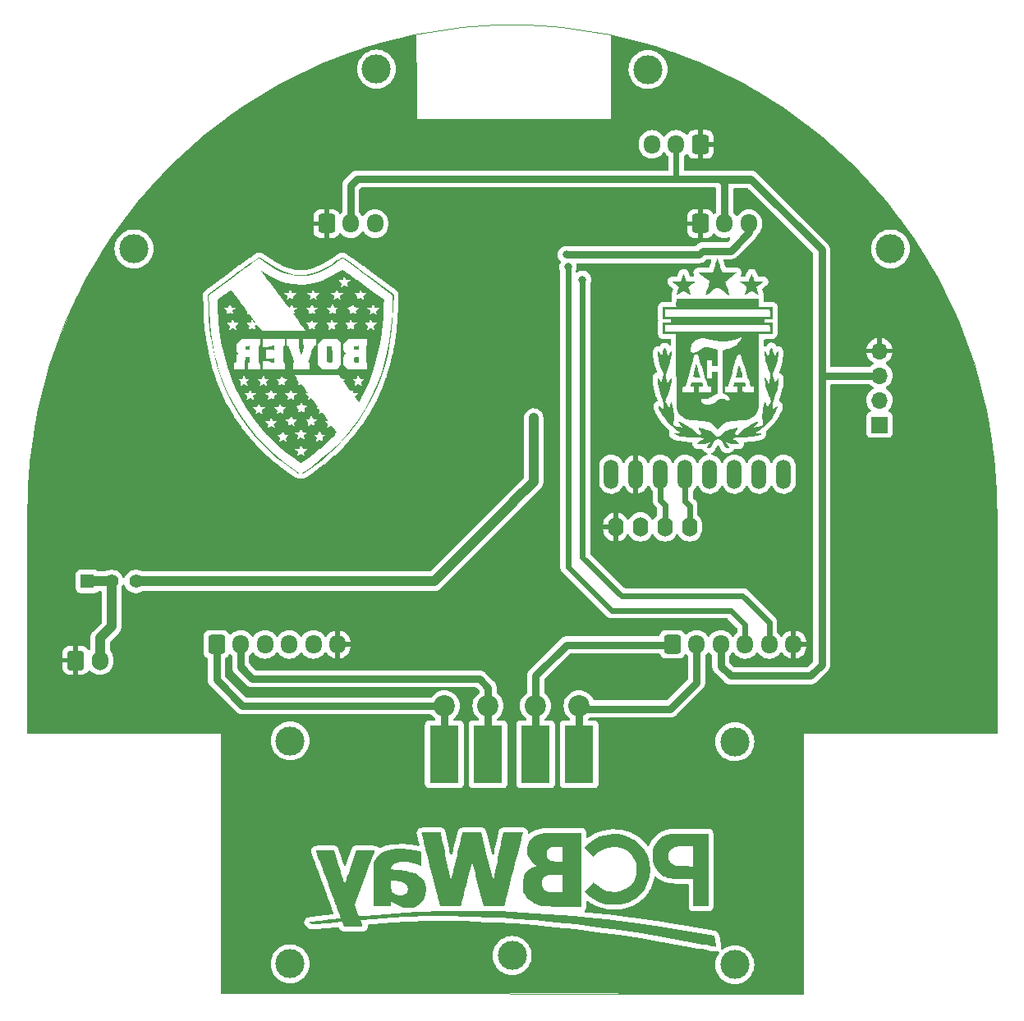
<source format=gbr>
%TF.GenerationSoftware,KiCad,Pcbnew,7.0.1*%
%TF.CreationDate,2023-08-15T21:04:50-03:00*%
%TF.ProjectId,BoverJr_PCBWAY,426f7665-724a-4725-9f50-43425741592e,rev?*%
%TF.SameCoordinates,Original*%
%TF.FileFunction,Copper,L2,Bot*%
%TF.FilePolarity,Positive*%
%FSLAX46Y46*%
G04 Gerber Fmt 4.6, Leading zero omitted, Abs format (unit mm)*
G04 Created by KiCad (PCBNEW 7.0.1) date 2023-08-15 21:04:50*
%MOMM*%
%LPD*%
G01*
G04 APERTURE LIST*
G04 Aperture macros list*
%AMRoundRect*
0 Rectangle with rounded corners*
0 $1 Rounding radius*
0 $2 $3 $4 $5 $6 $7 $8 $9 X,Y pos of 4 corners*
0 Add a 4 corners polygon primitive as box body*
4,1,4,$2,$3,$4,$5,$6,$7,$8,$9,$2,$3,0*
0 Add four circle primitives for the rounded corners*
1,1,$1+$1,$2,$3*
1,1,$1+$1,$4,$5*
1,1,$1+$1,$6,$7*
1,1,$1+$1,$8,$9*
0 Add four rect primitives between the rounded corners*
20,1,$1+$1,$2,$3,$4,$5,0*
20,1,$1+$1,$4,$5,$6,$7,0*
20,1,$1+$1,$6,$7,$8,$9,0*
20,1,$1+$1,$8,$9,$2,$3,0*%
G04 Aperture macros list end*
%TA.AperFunction,ComponentPad*%
%ADD10RoundRect,0.250000X-0.600000X-0.725000X0.600000X-0.725000X0.600000X0.725000X-0.600000X0.725000X0*%
%TD*%
%TA.AperFunction,ComponentPad*%
%ADD11O,1.700000X1.950000*%
%TD*%
%TA.AperFunction,ComponentPad*%
%ADD12C,3.000000*%
%TD*%
%TA.AperFunction,ComponentPad*%
%ADD13RoundRect,0.250000X-0.600000X-0.750000X0.600000X-0.750000X0.600000X0.750000X-0.600000X0.750000X0*%
%TD*%
%TA.AperFunction,ComponentPad*%
%ADD14O,1.700000X2.000000*%
%TD*%
%TA.AperFunction,ComponentPad*%
%ADD15C,2.200000*%
%TD*%
%TA.AperFunction,ComponentPad*%
%ADD16C,1.524000*%
%TD*%
%TA.AperFunction,ComponentPad*%
%ADD17R,3.000000X6.000000*%
%TD*%
%TA.AperFunction,ComponentPad*%
%ADD18R,1.700000X1.700000*%
%TD*%
%TA.AperFunction,ComponentPad*%
%ADD19O,1.700000X1.700000*%
%TD*%
%TA.AperFunction,ComponentPad*%
%ADD20RoundRect,0.250000X0.600000X0.725000X-0.600000X0.725000X-0.600000X-0.725000X0.600000X-0.725000X0*%
%TD*%
%TA.AperFunction,ComponentPad*%
%ADD21O,1.600000X2.000000*%
%TD*%
%TA.AperFunction,ComponentPad*%
%ADD22R,1.408000X1.408000*%
%TD*%
%TA.AperFunction,ComponentPad*%
%ADD23C,1.408000*%
%TD*%
%TA.AperFunction,ComponentPad*%
%ADD24O,1.508000X3.016000*%
%TD*%
%TA.AperFunction,ViaPad*%
%ADD25C,0.800000*%
%TD*%
%TA.AperFunction,Conductor*%
%ADD26C,1.000000*%
%TD*%
%TA.AperFunction,Conductor*%
%ADD27C,0.750000*%
%TD*%
%TA.AperFunction,Conductor*%
%ADD28C,0.600000*%
%TD*%
%TA.AperFunction,Conductor*%
%ADD29C,0.400000*%
%TD*%
%TA.AperFunction,Profile*%
%ADD30C,0.100000*%
%TD*%
G04 APERTURE END LIST*
%TA.AperFunction,EtchedComponent*%
%TO.C,G14*%
G36*
X170219475Y-114588854D02*
G01*
X170219475Y-117027622D01*
X170219475Y-120785472D01*
X169452566Y-120785472D01*
X168685658Y-120785472D01*
X168685658Y-119377862D01*
X168685658Y-117970252D01*
X167634994Y-117955423D01*
X167537029Y-117953954D01*
X167179525Y-117946530D01*
X166874572Y-117935758D01*
X166615145Y-117920421D01*
X166394218Y-117899304D01*
X166204767Y-117871191D01*
X166039764Y-117834867D01*
X165892186Y-117789114D01*
X165755007Y-117732719D01*
X165621200Y-117664464D01*
X165483741Y-117583135D01*
X165417213Y-117539975D01*
X165141139Y-117317931D01*
X164910123Y-117056448D01*
X164725591Y-116758813D01*
X164588971Y-116428316D01*
X164501689Y-116068241D01*
X164465172Y-115681878D01*
X164468262Y-115601173D01*
X166093656Y-115601173D01*
X166093657Y-115610402D01*
X166096594Y-115759170D01*
X166107161Y-115866764D01*
X166128423Y-115952213D01*
X166163444Y-116034546D01*
X166274723Y-116209843D01*
X166446303Y-116377023D01*
X166659111Y-116502459D01*
X166908235Y-116582537D01*
X166966221Y-116590883D01*
X167084821Y-116601335D01*
X167245926Y-116611488D01*
X167439148Y-116620788D01*
X167654103Y-116628678D01*
X167880405Y-116634602D01*
X168685658Y-116651358D01*
X168685658Y-115620106D01*
X168685658Y-114588854D01*
X167941757Y-114589462D01*
X167822167Y-114589937D01*
X167603205Y-114592672D01*
X167398367Y-114597491D01*
X167219459Y-114604008D01*
X167078288Y-114611839D01*
X166986661Y-114620598D01*
X166979014Y-114621724D01*
X166719487Y-114687195D01*
X166497215Y-114799319D01*
X166314908Y-114956306D01*
X166175277Y-115156366D01*
X166155210Y-115195438D01*
X166123041Y-115272405D01*
X166104416Y-115352834D01*
X166095800Y-115455999D01*
X166093656Y-115601173D01*
X164468262Y-115601173D01*
X164480848Y-115272514D01*
X164522940Y-114981365D01*
X164605608Y-114671141D01*
X164728076Y-114393874D01*
X164895417Y-114138496D01*
X165112703Y-113893939D01*
X165242113Y-113770439D01*
X165361607Y-113672126D01*
X165481442Y-113594014D01*
X165621367Y-113521650D01*
X165665464Y-113501174D01*
X165801081Y-113442912D01*
X165927101Y-113394834D01*
X166020972Y-113365740D01*
X166118314Y-113346102D01*
X166241317Y-113328429D01*
X166390616Y-113313450D01*
X166570593Y-113300998D01*
X166785625Y-113290907D01*
X167040095Y-113283010D01*
X167338382Y-113277140D01*
X167684866Y-113273132D01*
X168083927Y-113270819D01*
X168539946Y-113270034D01*
X170219475Y-113269772D01*
X170219475Y-114588854D01*
G37*
%TD.AperFunction*%
%TA.AperFunction,EtchedComponent*%
G36*
X160880388Y-113340683D02*
G01*
X161343056Y-113411583D01*
X161792234Y-113537243D01*
X162221628Y-113718050D01*
X162327652Y-113772910D01*
X162734397Y-114023081D01*
X163095760Y-114312577D01*
X163410026Y-114639143D01*
X163675480Y-115000523D01*
X163890409Y-115394460D01*
X164053098Y-115818700D01*
X164161833Y-116270986D01*
X164166277Y-116297908D01*
X164188692Y-116496640D01*
X164201788Y-116733232D01*
X164205573Y-116988044D01*
X164200059Y-117241433D01*
X164185253Y-117473760D01*
X164161166Y-117665381D01*
X164145599Y-117749230D01*
X164026790Y-118203045D01*
X163856555Y-118627350D01*
X163637892Y-119018973D01*
X163373798Y-119374747D01*
X163067267Y-119691501D01*
X162721298Y-119966066D01*
X162338886Y-120195271D01*
X161923028Y-120375948D01*
X161476721Y-120504927D01*
X161405934Y-120520469D01*
X161276560Y-120548124D01*
X161171535Y-120569624D01*
X161108605Y-120581289D01*
X161084954Y-120584265D01*
X160977210Y-120591377D01*
X160827083Y-120595609D01*
X160648811Y-120597105D01*
X160456628Y-120596005D01*
X160264772Y-120592455D01*
X160087478Y-120586594D01*
X159938983Y-120578567D01*
X159833523Y-120568517D01*
X159772467Y-120559445D01*
X159330482Y-120458636D01*
X158896812Y-120297531D01*
X158472579Y-120076702D01*
X158058905Y-119796720D01*
X157656913Y-119458160D01*
X157443451Y-119259864D01*
X157857248Y-118836697D01*
X157860854Y-118833009D01*
X157993210Y-118697576D01*
X158113663Y-118574182D01*
X158214460Y-118470780D01*
X158287850Y-118395321D01*
X158326079Y-118355758D01*
X158351936Y-118331633D01*
X158380066Y-118323247D01*
X158418280Y-118340116D01*
X158478211Y-118387728D01*
X158571490Y-118471573D01*
X158800621Y-118667643D01*
X159121454Y-118896258D01*
X159443175Y-119069186D01*
X159772392Y-119189232D01*
X160115712Y-119259202D01*
X160479740Y-119281902D01*
X160653200Y-119277372D01*
X160986342Y-119237562D01*
X161303792Y-119152628D01*
X161626987Y-119017630D01*
X161691050Y-118985881D01*
X161821568Y-118913945D01*
X161934245Y-118836997D01*
X162048216Y-118741077D01*
X162182615Y-118612223D01*
X162258339Y-118535812D01*
X162365781Y-118418854D01*
X162447893Y-118312316D01*
X162518476Y-118197393D01*
X162591330Y-118055279D01*
X162700256Y-117798334D01*
X162773258Y-117542430D01*
X162813748Y-117269521D01*
X162825947Y-116959894D01*
X162825648Y-116914070D01*
X162810987Y-116634241D01*
X162771081Y-116388824D01*
X162701428Y-116157311D01*
X162597526Y-115919188D01*
X162502626Y-115746335D01*
X162291522Y-115454793D01*
X162040057Y-115204406D01*
X161753682Y-114997703D01*
X161437844Y-114837215D01*
X161097993Y-114725472D01*
X160739579Y-114665003D01*
X160368051Y-114658339D01*
X159988857Y-114708010D01*
X159927999Y-114721259D01*
X159584826Y-114824230D01*
X159256324Y-114974154D01*
X158933976Y-115175508D01*
X158609261Y-115432766D01*
X158375657Y-115636499D01*
X158246660Y-115521050D01*
X158223393Y-115500024D01*
X158140052Y-115423379D01*
X158028738Y-115319832D01*
X157901161Y-115200302D01*
X157769034Y-115075708D01*
X157420404Y-114745816D01*
X157536114Y-114604608D01*
X157552954Y-114584658D01*
X157665009Y-114468013D01*
X157810934Y-114334331D01*
X157975521Y-114196456D01*
X158143565Y-114067233D01*
X158299859Y-113959505D01*
X158585020Y-113794003D01*
X159020716Y-113596921D01*
X159474395Y-113452660D01*
X159939763Y-113361609D01*
X160410526Y-113324154D01*
X160880388Y-113340683D01*
G37*
%TD.AperFunction*%
%TA.AperFunction,EtchedComponent*%
G36*
X157120682Y-114619530D02*
G01*
X157120682Y-116999447D01*
X157120682Y-117503105D01*
X157120682Y-120821151D01*
X155287772Y-120808205D01*
X155222282Y-120807738D01*
X154815514Y-120804528D01*
X154463848Y-120800933D01*
X154161839Y-120796582D01*
X153904047Y-120791101D01*
X153685029Y-120784120D01*
X153499342Y-120775265D01*
X153341543Y-120764164D01*
X153206189Y-120750446D01*
X153087840Y-120733737D01*
X152981051Y-120713666D01*
X152880380Y-120689861D01*
X152780385Y-120661949D01*
X152675623Y-120629557D01*
X152619129Y-120610831D01*
X152278858Y-120466594D01*
X151966832Y-120279980D01*
X151690612Y-120056954D01*
X151457759Y-119803480D01*
X151275835Y-119525522D01*
X151154136Y-119297670D01*
X151144160Y-118691454D01*
X151142894Y-118600375D01*
X151143002Y-118381212D01*
X153046369Y-118381212D01*
X153063372Y-118626329D01*
X153130185Y-118835698D01*
X153247167Y-119009875D01*
X153414675Y-119149414D01*
X153633066Y-119254869D01*
X153643503Y-119258627D01*
X153711374Y-119280761D01*
X153781160Y-119297675D01*
X153862766Y-119310294D01*
X153966100Y-119319543D01*
X154101067Y-119326346D01*
X154277573Y-119331628D01*
X154505525Y-119336314D01*
X155188074Y-119348788D01*
X155188074Y-118425946D01*
X155188074Y-117503105D01*
X154643569Y-117504052D01*
X154581706Y-117504259D01*
X154298644Y-117508590D01*
X154066980Y-117519119D01*
X153878556Y-117536828D01*
X153725216Y-117562699D01*
X153598801Y-117597716D01*
X153491154Y-117642860D01*
X153369042Y-117711397D01*
X153227388Y-117825350D01*
X153131389Y-117961663D01*
X153073906Y-118131669D01*
X153047799Y-118346704D01*
X153046369Y-118381212D01*
X151143002Y-118381212D01*
X151143033Y-118319379D01*
X151151038Y-118087451D01*
X151167958Y-117895316D01*
X151194839Y-117733701D01*
X151232730Y-117593330D01*
X151282676Y-117464931D01*
X151303508Y-117422076D01*
X151429348Y-117237312D01*
X151604980Y-117061657D01*
X151820998Y-116902284D01*
X152067997Y-116766369D01*
X152336571Y-116661084D01*
X152538852Y-116596950D01*
X152357391Y-116490960D01*
X152146613Y-116342083D01*
X151935211Y-116126872D01*
X151763656Y-115873345D01*
X151635954Y-115588912D01*
X151573426Y-115347759D01*
X153531723Y-115347759D01*
X153541390Y-115536607D01*
X153579501Y-115710363D01*
X153652087Y-115847057D01*
X153765000Y-115957179D01*
X153924091Y-116051222D01*
X153985095Y-116079774D01*
X154045332Y-116102912D01*
X154110266Y-116119302D01*
X154191226Y-116130463D01*
X154299544Y-116137918D01*
X154446548Y-116143186D01*
X154643569Y-116147789D01*
X155188074Y-116159306D01*
X155188074Y-115389418D01*
X155188074Y-114619530D01*
X154671452Y-114619530D01*
X154452015Y-114621626D01*
X154254851Y-114629322D01*
X154109365Y-114642989D01*
X154010527Y-114662959D01*
X153908078Y-114700682D01*
X153743078Y-114803898D01*
X153625439Y-114946024D01*
X153555031Y-115127249D01*
X153531723Y-115347759D01*
X151573426Y-115347759D01*
X151556112Y-115280984D01*
X151528134Y-114956970D01*
X151535161Y-114775518D01*
X151588337Y-114457849D01*
X151692746Y-114172833D01*
X151847263Y-113921559D01*
X152050766Y-113705115D01*
X152302130Y-113524589D01*
X152600232Y-113381070D01*
X152943949Y-113275647D01*
X153332156Y-113209408D01*
X153366180Y-113206422D01*
X153478282Y-113200599D01*
X153642340Y-113195230D01*
X153852045Y-113190411D01*
X154101087Y-113186241D01*
X154383159Y-113182817D01*
X154691951Y-113180236D01*
X155021155Y-113178596D01*
X155364463Y-113177995D01*
X157120682Y-113177743D01*
X157120682Y-114619530D01*
G37*
%TD.AperFunction*%
%TA.AperFunction,EtchedComponent*%
G36*
X141093220Y-118950305D02*
G01*
X141095944Y-119220980D01*
X141092502Y-119271658D01*
X141076352Y-119426389D01*
X141054012Y-119571497D01*
X141029232Y-119681125D01*
X140925094Y-119946401D01*
X140761988Y-120214472D01*
X140555245Y-120450207D01*
X140312053Y-120646812D01*
X140039599Y-120797489D01*
X139745068Y-120895443D01*
X139719209Y-120900905D01*
X139549180Y-120922552D01*
X139344602Y-120930871D01*
X139124509Y-120926649D01*
X138907938Y-120910670D01*
X138713925Y-120883722D01*
X138561504Y-120846589D01*
X138412039Y-120790993D01*
X138067762Y-120619973D01*
X137747044Y-120399580D01*
X137533847Y-120229577D01*
X137525020Y-120507979D01*
X137516194Y-120786382D01*
X136604731Y-120778258D01*
X135693267Y-120770134D01*
X135693828Y-118653468D01*
X135694006Y-118289683D01*
X135694221Y-118116632D01*
X137517155Y-118116632D01*
X137525501Y-118690562D01*
X137533847Y-119264492D01*
X137684749Y-119378508D01*
X137748130Y-119422391D01*
X137880647Y-119499543D01*
X138006850Y-119558324D01*
X138113248Y-119592195D01*
X138309476Y-119627207D01*
X138513731Y-119635511D01*
X138709836Y-119617913D01*
X138881614Y-119575216D01*
X139012890Y-119508228D01*
X139023613Y-119500133D01*
X139117944Y-119415066D01*
X139178245Y-119322338D01*
X139212749Y-119204290D01*
X139229692Y-119043262D01*
X139232332Y-118950305D01*
X139212420Y-118754640D01*
X139151362Y-118596689D01*
X139044384Y-118469936D01*
X138886715Y-118367866D01*
X138673582Y-118283961D01*
X138630073Y-118271200D01*
X138483711Y-118236317D01*
X138303572Y-118201131D01*
X138108335Y-118168607D01*
X137916676Y-118141707D01*
X137747273Y-118123394D01*
X137618804Y-118116632D01*
X137517155Y-118116632D01*
X135694221Y-118116632D01*
X135694462Y-117922403D01*
X135695291Y-117607743D01*
X135696603Y-117341020D01*
X135698506Y-117117553D01*
X135701110Y-116932659D01*
X135704524Y-116781656D01*
X135708858Y-116659862D01*
X135714219Y-116562595D01*
X135720719Y-116485172D01*
X135728465Y-116422911D01*
X135737567Y-116371131D01*
X135748134Y-116325148D01*
X135807182Y-116130330D01*
X135932817Y-115851996D01*
X136099306Y-115609767D01*
X136308286Y-115402781D01*
X136561395Y-115230178D01*
X136860269Y-115091095D01*
X137206546Y-114984671D01*
X137601863Y-114910044D01*
X138047857Y-114866353D01*
X138546165Y-114852737D01*
X138886834Y-114859413D01*
X139198072Y-114877742D01*
X139461893Y-114906942D01*
X139617465Y-114931073D01*
X139793717Y-114960901D01*
X139975924Y-114993732D01*
X140153005Y-115027398D01*
X140313878Y-115059735D01*
X140447462Y-115088576D01*
X140542676Y-115111756D01*
X140588437Y-115127109D01*
X140592718Y-115137299D01*
X140600575Y-115199718D01*
X140607221Y-115311539D01*
X140612348Y-115464793D01*
X140615649Y-115651513D01*
X140616818Y-115863732D01*
X140616818Y-116582815D01*
X140546088Y-116582815D01*
X140523630Y-116580097D01*
X140443540Y-116559181D01*
X140332101Y-116522112D01*
X140206203Y-116474283D01*
X140112681Y-116438695D01*
X139941157Y-116379559D01*
X139754419Y-116320645D01*
X139579046Y-116270588D01*
X139445053Y-116236270D01*
X139299265Y-116204934D01*
X139165770Y-116186452D01*
X139020051Y-116177680D01*
X138837591Y-116175473D01*
X138747114Y-116176278D01*
X138414769Y-116195924D01*
X138136596Y-116242322D01*
X137911461Y-116316090D01*
X137738233Y-116417848D01*
X137615781Y-116548213D01*
X137542974Y-116707807D01*
X137518680Y-116897248D01*
X137524130Y-116950892D01*
X137553976Y-116976316D01*
X137626576Y-116981608D01*
X137665507Y-116982591D01*
X137783044Y-116990001D01*
X137942688Y-117003523D01*
X138131951Y-117021781D01*
X138338350Y-117043400D01*
X138549398Y-117067006D01*
X138752610Y-117091225D01*
X138935499Y-117114680D01*
X139085581Y-117135997D01*
X139190368Y-117153802D01*
X139219572Y-117159726D01*
X139637714Y-117265844D01*
X140002250Y-117401397D01*
X140313692Y-117566940D01*
X140572549Y-117763025D01*
X140779334Y-117990208D01*
X140934555Y-118249041D01*
X141038723Y-118540078D01*
X141092350Y-118863873D01*
X141093220Y-118950305D01*
G37*
%TD.AperFunction*%
%TA.AperFunction,EtchedComponent*%
G36*
X142626347Y-113216088D02*
G01*
X142632867Y-113244920D01*
X142652012Y-113332151D01*
X142682176Y-113470815D01*
X142722308Y-113656039D01*
X142771358Y-113882949D01*
X142828277Y-114146672D01*
X142892014Y-114442336D01*
X142961519Y-114765066D01*
X143035744Y-115109990D01*
X143113637Y-115472233D01*
X143194149Y-115846924D01*
X143276230Y-116229189D01*
X143358830Y-116614154D01*
X143440899Y-116996946D01*
X143485086Y-117201889D01*
X143535174Y-117431069D01*
X143580539Y-117635281D01*
X143619587Y-117807514D01*
X143650726Y-117940755D01*
X143672364Y-118027993D01*
X143682906Y-118062216D01*
X143690036Y-118049969D01*
X143710311Y-117986211D01*
X143741297Y-117874391D01*
X143781254Y-117721214D01*
X143828444Y-117533382D01*
X143881126Y-117317601D01*
X143937562Y-117080574D01*
X143945628Y-117046294D01*
X144014337Y-116754581D01*
X144088311Y-116441002D01*
X144163693Y-116121876D01*
X144236625Y-115813523D01*
X144303252Y-115532261D01*
X144359716Y-115294410D01*
X144381134Y-115204290D01*
X144445685Y-114932390D01*
X144514623Y-114641640D01*
X144583296Y-114351673D01*
X144647055Y-114082123D01*
X144701248Y-113852622D01*
X144721706Y-113766185D01*
X144766062Y-113580939D01*
X144805343Y-113419791D01*
X144837339Y-113291656D01*
X144859836Y-113205445D01*
X144870623Y-113170074D01*
X144879623Y-113167241D01*
X144939996Y-113161812D01*
X145050562Y-113156975D01*
X145203840Y-113152905D01*
X145392351Y-113149779D01*
X145608614Y-113147774D01*
X145845148Y-113147067D01*
X146805848Y-113147067D01*
X147428434Y-115637734D01*
X148051019Y-118128402D01*
X148353294Y-116657722D01*
X148386110Y-116498049D01*
X148458096Y-116147751D01*
X148533076Y-115782829D01*
X148608493Y-115415737D01*
X148681788Y-115058926D01*
X148750403Y-114724852D01*
X148811779Y-114425966D01*
X148863360Y-114174724D01*
X149071151Y-113162405D01*
X150089637Y-113154322D01*
X150260405Y-113153097D01*
X150489733Y-113151890D01*
X150693348Y-113151332D01*
X150864121Y-113151414D01*
X150994926Y-113152130D01*
X151078635Y-113153470D01*
X151108122Y-113155429D01*
X151106360Y-113163147D01*
X151092050Y-113221104D01*
X151064267Y-113332117D01*
X151024104Y-113491870D01*
X150972654Y-113696051D01*
X150911011Y-113940345D01*
X150840266Y-114220438D01*
X150761514Y-114532016D01*
X150675848Y-114870765D01*
X150584360Y-115232371D01*
X150488144Y-115612519D01*
X150388293Y-116006897D01*
X150285901Y-116411189D01*
X150182060Y-116821082D01*
X150077863Y-117232262D01*
X149974404Y-117640414D01*
X149872775Y-118041225D01*
X149774071Y-118430380D01*
X149679384Y-118803566D01*
X149589806Y-119156468D01*
X149506433Y-119484773D01*
X149430355Y-119784165D01*
X149362668Y-120050332D01*
X149304463Y-120278959D01*
X149256834Y-120465733D01*
X149220874Y-120606338D01*
X149197676Y-120696461D01*
X149188334Y-120731789D01*
X149185727Y-120738281D01*
X149173913Y-120751389D01*
X149149192Y-120761830D01*
X149105507Y-120769905D01*
X149036803Y-120775913D01*
X148937025Y-120780155D01*
X148800117Y-120782932D01*
X148620023Y-120784544D01*
X148390689Y-120785290D01*
X148106058Y-120785472D01*
X147040736Y-120785472D01*
X146492074Y-118599784D01*
X146410660Y-118275560D01*
X146324116Y-117931126D01*
X146242502Y-117606543D01*
X146167067Y-117306770D01*
X146099060Y-117036763D01*
X146039732Y-116801480D01*
X145990331Y-116605878D01*
X145952107Y-116454914D01*
X145926308Y-116353545D01*
X145914185Y-116306728D01*
X145912961Y-116302032D01*
X145908006Y-116279077D01*
X145903888Y-116258295D01*
X145899587Y-116243259D01*
X145894085Y-116237546D01*
X145886363Y-116244730D01*
X145875400Y-116268385D01*
X145860178Y-116312087D01*
X145839677Y-116379410D01*
X145812878Y-116473929D01*
X145778763Y-116599219D01*
X145736311Y-116758855D01*
X145684503Y-116956412D01*
X145622320Y-117195465D01*
X145548743Y-117479588D01*
X145462752Y-117812357D01*
X145363329Y-118197346D01*
X145249454Y-118638129D01*
X145225496Y-118730828D01*
X145139743Y-119062616D01*
X145058274Y-119377824D01*
X144982473Y-119671101D01*
X144913723Y-119937093D01*
X144853408Y-120170447D01*
X144802911Y-120365811D01*
X144763616Y-120517832D01*
X144736906Y-120621158D01*
X144724165Y-120670436D01*
X144694405Y-120785472D01*
X143625735Y-120785472D01*
X142557065Y-120785472D01*
X142385051Y-120102924D01*
X142376969Y-120070863D01*
X142332220Y-119893553D01*
X142275110Y-119667507D01*
X142207856Y-119401501D01*
X142132681Y-119104309D01*
X142051803Y-118784707D01*
X141967442Y-118451470D01*
X141881820Y-118113374D01*
X141797156Y-117779192D01*
X141646956Y-117186368D01*
X141502323Y-116615287D01*
X141371583Y-116098779D01*
X141254107Y-115634331D01*
X141149264Y-115219430D01*
X141056427Y-114851566D01*
X140974964Y-114528225D01*
X140904247Y-114246895D01*
X140843647Y-114005065D01*
X140792533Y-113800223D01*
X140750276Y-113629856D01*
X140716248Y-113491452D01*
X140689818Y-113382499D01*
X140670357Y-113300485D01*
X140657236Y-113242898D01*
X140649825Y-113207226D01*
X140647494Y-113190957D01*
X140647660Y-113188876D01*
X140658052Y-113176937D01*
X140688792Y-113167440D01*
X140745737Y-113160123D01*
X140834745Y-113154724D01*
X140961673Y-113150981D01*
X141132379Y-113148631D01*
X141352719Y-113147414D01*
X141628552Y-113147067D01*
X142609610Y-113147067D01*
X142626347Y-113216088D01*
G37*
%TD.AperFunction*%
%TA.AperFunction,EtchedComponent*%
G36*
X131777358Y-115501475D02*
G01*
X131809769Y-115604205D01*
X131888678Y-115854711D01*
X131981673Y-116150356D01*
X132085916Y-116482106D01*
X132198570Y-116840929D01*
X132316800Y-117217792D01*
X132437770Y-117603662D01*
X132558642Y-117989507D01*
X132610949Y-118152892D01*
X132659192Y-118296441D01*
X132698911Y-118407173D01*
X132727007Y-118476458D01*
X132740382Y-118495666D01*
X132751085Y-118466676D01*
X132779648Y-118384065D01*
X132824187Y-118253196D01*
X132882965Y-118079235D01*
X132954243Y-117867347D01*
X133036284Y-117622701D01*
X133127350Y-117350461D01*
X133225703Y-117055794D01*
X133329606Y-116743866D01*
X133903813Y-115018323D01*
X134870844Y-115018323D01*
X134982520Y-115018388D01*
X135240236Y-115019267D01*
X135443634Y-115021333D01*
X135597826Y-115024793D01*
X135707924Y-115029850D01*
X135779039Y-115036712D01*
X135816283Y-115045582D01*
X135824768Y-115056668D01*
X135822467Y-115062987D01*
X135802164Y-115117572D01*
X135762369Y-115224074D01*
X135704579Y-115378503D01*
X135630289Y-115576865D01*
X135540997Y-115815172D01*
X135438197Y-116089430D01*
X135323386Y-116395650D01*
X135198059Y-116729839D01*
X135063713Y-117088007D01*
X134921843Y-117466162D01*
X134773945Y-117860314D01*
X133736229Y-120625614D01*
X133959900Y-121204033D01*
X133974790Y-121242511D01*
X134041709Y-121414737D01*
X134100402Y-121564673D01*
X134147417Y-121683577D01*
X134179301Y-121762706D01*
X134192602Y-121793319D01*
X134201194Y-121794217D01*
X134259860Y-121791919D01*
X134366468Y-121784667D01*
X134512234Y-121773137D01*
X134688372Y-121758006D01*
X134886097Y-121739949D01*
X135840355Y-121653524D01*
X136939212Y-121562619D01*
X138003239Y-121484618D01*
X139045951Y-121418676D01*
X140080858Y-121363952D01*
X141121474Y-121319602D01*
X142181310Y-121284783D01*
X142297111Y-121281863D01*
X142553146Y-121277014D01*
X142859227Y-121272829D01*
X143208035Y-121269310D01*
X143592253Y-121266457D01*
X144004564Y-121264270D01*
X144437649Y-121262751D01*
X144884192Y-121261898D01*
X145336874Y-121261713D01*
X145788378Y-121262197D01*
X146231387Y-121263350D01*
X146658582Y-121265172D01*
X147062646Y-121267664D01*
X147436261Y-121270827D01*
X147772110Y-121274661D01*
X148062875Y-121279166D01*
X148301238Y-121284344D01*
X148841781Y-121300324D01*
X149964594Y-121343921D01*
X151142609Y-121402931D01*
X152373090Y-121477168D01*
X153653296Y-121566447D01*
X154980489Y-121670584D01*
X156351932Y-121789395D01*
X157764885Y-121922694D01*
X159736577Y-122129439D01*
X162264240Y-122434532D01*
X164786984Y-122784664D01*
X167318004Y-123181694D01*
X169870501Y-123627481D01*
X170825271Y-123802541D01*
X170936927Y-124341652D01*
X170968952Y-124497982D01*
X171000706Y-124656906D01*
X171025829Y-124787003D01*
X171042314Y-124877872D01*
X171048159Y-124919108D01*
X171047715Y-124929461D01*
X171041398Y-124945458D01*
X171020301Y-124952934D01*
X170975358Y-124951140D01*
X170897502Y-124939328D01*
X170777666Y-124916748D01*
X170606783Y-124882652D01*
X170374756Y-124836575D01*
X170047563Y-124772939D01*
X169675816Y-124701807D01*
X169268194Y-124624787D01*
X168833378Y-124543485D01*
X168380048Y-124459508D01*
X167916886Y-124374462D01*
X167452572Y-124289955D01*
X166995787Y-124207594D01*
X166555210Y-124128985D01*
X166139523Y-124055735D01*
X165661551Y-123972751D01*
X163335658Y-123587296D01*
X161052740Y-123239791D01*
X158813591Y-122930335D01*
X156619004Y-122659028D01*
X154469770Y-122425968D01*
X152366684Y-122231254D01*
X150310537Y-122074987D01*
X150000792Y-122054375D01*
X148681203Y-121972993D01*
X147416380Y-121905883D01*
X146202342Y-121853000D01*
X145035109Y-121814299D01*
X143910699Y-121789738D01*
X142825132Y-121779272D01*
X141774427Y-121782856D01*
X140754603Y-121800447D01*
X139761679Y-121832000D01*
X138791675Y-121877472D01*
X137840610Y-121936818D01*
X137587018Y-121954904D01*
X137267812Y-121978316D01*
X136939737Y-122003004D01*
X136608632Y-122028485D01*
X136280334Y-122054276D01*
X135960681Y-122079893D01*
X135655510Y-122104852D01*
X135370660Y-122128669D01*
X135111969Y-122150862D01*
X134885274Y-122170947D01*
X134696413Y-122188440D01*
X134551224Y-122202858D01*
X134455545Y-122213717D01*
X134415213Y-122220534D01*
X134395258Y-122235302D01*
X134389264Y-122264759D01*
X134400674Y-122318954D01*
X134431757Y-122408430D01*
X134484784Y-122543733D01*
X134522472Y-122640640D01*
X134562283Y-122751126D01*
X134587020Y-122830434D01*
X134592428Y-122865834D01*
X134581768Y-122868523D01*
X134518802Y-122872468D01*
X134405937Y-122875088D01*
X134250582Y-122876339D01*
X134060145Y-122876180D01*
X133842034Y-122874569D01*
X133603659Y-122871463D01*
X132627817Y-122856125D01*
X132540716Y-122624620D01*
X132453615Y-122393116D01*
X131634673Y-122463689D01*
X131535519Y-122472195D01*
X131247871Y-122496535D01*
X130937480Y-122522397D01*
X130625312Y-122548054D01*
X130332330Y-122571778D01*
X130079499Y-122591840D01*
X129343267Y-122649419D01*
X129197554Y-122543094D01*
X129133934Y-122494318D01*
X129074703Y-122442643D01*
X129051842Y-122413471D01*
X129061121Y-122408581D01*
X129120556Y-122395248D01*
X129227665Y-122377141D01*
X129373918Y-122355559D01*
X129550783Y-122331803D01*
X129749728Y-122307171D01*
X129996127Y-122277834D01*
X130278333Y-122244182D01*
X130567559Y-122209647D01*
X130841157Y-122176935D01*
X131076479Y-122148749D01*
X131076552Y-122148740D01*
X131289679Y-122123208D01*
X131503722Y-122097615D01*
X131703223Y-122073805D01*
X131872725Y-122053623D01*
X131996769Y-122038915D01*
X132072324Y-122029784D01*
X132185244Y-122015226D01*
X132264648Y-122003776D01*
X132296813Y-121997337D01*
X132296021Y-121992614D01*
X132280097Y-121942971D01*
X132245867Y-121844238D01*
X132195522Y-121702522D01*
X132131257Y-121523931D01*
X132055264Y-121314572D01*
X131969738Y-121080553D01*
X131876870Y-120827981D01*
X131857667Y-120775907D01*
X131741782Y-120461734D01*
X131612581Y-120111573D01*
X131472721Y-119732619D01*
X131324861Y-119332069D01*
X131171658Y-118917118D01*
X131015770Y-118494963D01*
X130859855Y-118072800D01*
X130706571Y-117657825D01*
X130558576Y-117257233D01*
X130418527Y-116878221D01*
X130289083Y-116527985D01*
X130172900Y-116213722D01*
X130072638Y-115942626D01*
X129990954Y-115721895D01*
X129962172Y-115643877D01*
X129896712Y-115464234D01*
X129840408Y-115306645D01*
X129796356Y-115179959D01*
X129767653Y-115093023D01*
X129757397Y-115054685D01*
X129766269Y-115046318D01*
X129808414Y-115037032D01*
X129889341Y-115029828D01*
X130013563Y-115024531D01*
X130185590Y-115020965D01*
X130409935Y-115018954D01*
X130691110Y-115018323D01*
X131624822Y-115018323D01*
X131777358Y-115501475D01*
G37*
%TD.AperFunction*%
%TA.AperFunction,EtchedComponent*%
%TO.C,G3*%
G36*
X169040453Y-65041846D02*
G01*
X169072021Y-65149270D01*
X169124323Y-65325875D01*
X169185049Y-65529900D01*
X169246507Y-65735461D01*
X169384142Y-66194615D01*
X169016610Y-66194615D01*
X168883151Y-66193210D01*
X168746666Y-66185452D01*
X168671863Y-66169749D01*
X168649077Y-66144789D01*
X168654939Y-66106647D01*
X168676473Y-66003483D01*
X168710241Y-65853520D01*
X168752432Y-65672814D01*
X168799237Y-65477422D01*
X168846849Y-65283400D01*
X168891458Y-65106805D01*
X168929254Y-64963692D01*
X168972034Y-64807384D01*
X169040453Y-65041846D01*
G37*
%TD.AperFunction*%
%TA.AperFunction,EtchedComponent*%
G36*
X173388962Y-64910723D02*
G01*
X173420393Y-64987877D01*
X173465033Y-65113969D01*
X173518367Y-65274522D01*
X173575882Y-65455059D01*
X173633062Y-65641104D01*
X173685393Y-65818178D01*
X173728362Y-65971805D01*
X173757454Y-66087509D01*
X173768154Y-66150811D01*
X173767898Y-66153101D01*
X173723078Y-66176180D01*
X173601042Y-66190010D01*
X173401593Y-66194615D01*
X173035031Y-66194615D01*
X173192121Y-65559615D01*
X173231391Y-65403278D01*
X173282187Y-65208378D01*
X173325711Y-65049706D01*
X173358294Y-64940515D01*
X173376269Y-64894059D01*
X173388962Y-64910723D01*
G37*
%TD.AperFunction*%
%TA.AperFunction,EtchedComponent*%
G36*
X167690213Y-55533536D02*
G01*
X167728139Y-55621417D01*
X167777767Y-55755293D01*
X167832657Y-55918540D01*
X167957808Y-56308154D01*
X168401135Y-56308154D01*
X168562726Y-56310182D01*
X168708738Y-56316417D01*
X168807605Y-56325852D01*
X168843827Y-56337461D01*
X168840559Y-56344242D01*
X168793204Y-56390203D01*
X168701313Y-56463927D01*
X168580058Y-56553014D01*
X168551733Y-56573099D01*
X168417676Y-56669055D01*
X168303099Y-56752410D01*
X168230247Y-56807014D01*
X168143571Y-56874769D01*
X168274500Y-57285077D01*
X168319017Y-57427636D01*
X168360964Y-57569480D01*
X168387367Y-57668238D01*
X168393830Y-57708320D01*
X168393785Y-57708370D01*
X168359044Y-57705603D01*
X168280384Y-57663021D01*
X168152393Y-57577264D01*
X167969659Y-57444972D01*
X167922259Y-57410436D01*
X167800671Y-57326681D01*
X167706506Y-57268694D01*
X167657044Y-57247395D01*
X167626494Y-57260413D01*
X167542289Y-57312155D01*
X167422252Y-57394081D01*
X167281385Y-57496254D01*
X167170797Y-57575718D01*
X167053603Y-57652224D01*
X166971819Y-57696253D01*
X166938555Y-57700013D01*
X166939437Y-57679412D01*
X166958388Y-57593967D01*
X166995627Y-57463584D01*
X167046016Y-57307054D01*
X167073852Y-57223382D01*
X167120224Y-57076735D01*
X167152222Y-56965483D01*
X167164154Y-56908823D01*
X167147600Y-56881559D01*
X167078944Y-56814246D01*
X166969289Y-56722673D01*
X166832000Y-56618520D01*
X166727687Y-56541042D01*
X166609952Y-56448619D01*
X166529584Y-56379268D01*
X166499846Y-56343954D01*
X166528520Y-56331408D01*
X166620983Y-56317961D01*
X166762120Y-56306851D01*
X166936278Y-56299664D01*
X167372709Y-56288615D01*
X167506231Y-55887833D01*
X167553636Y-55752875D01*
X167606397Y-55620280D01*
X167648481Y-55533918D01*
X167673630Y-55507989D01*
X167690213Y-55533536D01*
G37*
%TD.AperFunction*%
%TA.AperFunction,EtchedComponent*%
G36*
X174693064Y-55523925D02*
G01*
X174725292Y-55589439D01*
X174771873Y-55700420D01*
X174825915Y-55838577D01*
X174880529Y-55985618D01*
X174928823Y-56123254D01*
X174963908Y-56233193D01*
X174978893Y-56297144D01*
X175014457Y-56301263D01*
X175113132Y-56306355D01*
X175259639Y-56311712D01*
X175438693Y-56316683D01*
X175897846Y-56327692D01*
X175565693Y-56575443D01*
X175460642Y-56654136D01*
X175335734Y-56748691D01*
X175244280Y-56819123D01*
X175200945Y-56854221D01*
X175196695Y-56879533D01*
X175209342Y-56967600D01*
X175241308Y-57100661D01*
X175288868Y-57261476D01*
X175323140Y-57370066D01*
X175367601Y-57516702D01*
X175398076Y-57624727D01*
X175409385Y-57676313D01*
X175408834Y-57688311D01*
X175398413Y-57707421D01*
X175366782Y-57701691D01*
X175303603Y-57665621D01*
X175198538Y-57593711D01*
X175041250Y-57480461D01*
X174944875Y-57411477D01*
X174820811Y-57326103D01*
X174729712Y-57267665D01*
X174686462Y-57246000D01*
X174660989Y-57257402D01*
X174581880Y-57306511D01*
X174465328Y-57385473D01*
X174326062Y-57484539D01*
X174222476Y-57557642D01*
X174100561Y-57637305D01*
X174012597Y-57686987D01*
X173972776Y-57698108D01*
X173971411Y-57670540D01*
X173988966Y-57581112D01*
X174024985Y-57446740D01*
X174075365Y-57283976D01*
X174114182Y-57161215D01*
X174155675Y-57016704D01*
X174180472Y-56912442D01*
X174184201Y-56865252D01*
X174162376Y-56844906D01*
X174086855Y-56786004D01*
X173971775Y-56701194D01*
X173831507Y-56601231D01*
X173727626Y-56526895D01*
X173608420Y-56437363D01*
X173526735Y-56370678D01*
X173496075Y-56337461D01*
X173527070Y-56326667D01*
X173621664Y-56317059D01*
X173764693Y-56310549D01*
X173940744Y-56308154D01*
X174386872Y-56308154D01*
X174518105Y-55914454D01*
X174562093Y-55787637D01*
X174615329Y-55648039D01*
X174658080Y-55551561D01*
X174683846Y-55513915D01*
X174693064Y-55523925D01*
G37*
%TD.AperFunction*%
%TA.AperFunction,EtchedComponent*%
G36*
X171196396Y-54019361D02*
G01*
X171237473Y-54113585D01*
X171292952Y-54268371D01*
X171366134Y-54491077D01*
X171411650Y-54631532D01*
X171478130Y-54832557D01*
X171539188Y-55012893D01*
X171585787Y-55145615D01*
X171667529Y-55370308D01*
X172405226Y-55370308D01*
X172416882Y-55370312D01*
X172646150Y-55372099D01*
X172845428Y-55376776D01*
X173002677Y-55383810D01*
X173105855Y-55392672D01*
X173142923Y-55402831D01*
X173113560Y-55434250D01*
X173030336Y-55503516D01*
X172903177Y-55602738D01*
X172742011Y-55724170D01*
X172556770Y-55860065D01*
X172374201Y-55994167D01*
X172212543Y-56116463D01*
X172084766Y-56216939D01*
X172000810Y-56287776D01*
X171970616Y-56321155D01*
X171979493Y-56358783D01*
X172009206Y-56460561D01*
X172056051Y-56612870D01*
X172116129Y-56803056D01*
X172185539Y-57018462D01*
X172246338Y-57207146D01*
X172307902Y-57402237D01*
X172356717Y-57561465D01*
X172388874Y-57672045D01*
X172400462Y-57721190D01*
X172400326Y-57724466D01*
X172391466Y-57736573D01*
X172363570Y-57730187D01*
X172309381Y-57700589D01*
X172221639Y-57643060D01*
X172093086Y-57552881D01*
X171916464Y-57425332D01*
X171684514Y-57255695D01*
X171576830Y-57177885D01*
X171414521Y-57065437D01*
X171279378Y-56977752D01*
X171183112Y-56922304D01*
X171137437Y-56906567D01*
X171100384Y-56929236D01*
X171008712Y-56991706D01*
X170874854Y-57085791D01*
X170709857Y-57203717D01*
X170524770Y-57337707D01*
X170419462Y-57413723D01*
X170220745Y-57552177D01*
X170073635Y-57646739D01*
X169981109Y-57695562D01*
X169946142Y-57696800D01*
X169952365Y-57651470D01*
X169979817Y-57542504D01*
X170025258Y-57384122D01*
X170084974Y-57189216D01*
X170155255Y-56970676D01*
X170210606Y-56798469D01*
X170273492Y-56589856D01*
X170317440Y-56426610D01*
X170339974Y-56318134D01*
X170338621Y-56273830D01*
X170315705Y-56258886D01*
X170197000Y-56177686D01*
X170049697Y-56072614D01*
X169885294Y-55952373D01*
X169715286Y-55825664D01*
X169551169Y-55701186D01*
X169404441Y-55587641D01*
X169286597Y-55493731D01*
X169209134Y-55428155D01*
X169183547Y-55399615D01*
X169183773Y-55399302D01*
X169228761Y-55390152D01*
X169339070Y-55382194D01*
X169502276Y-55375912D01*
X169705953Y-55371789D01*
X169937676Y-55370308D01*
X170674586Y-55370308D01*
X170898022Y-54696231D01*
X170965178Y-54494727D01*
X171030715Y-54300415D01*
X171084645Y-54143004D01*
X171122700Y-54034941D01*
X171140614Y-53988674D01*
X171144231Y-53983163D01*
X171166416Y-53978339D01*
X171196396Y-54019361D01*
G37*
%TD.AperFunction*%
%TA.AperFunction,EtchedComponent*%
G36*
X176855231Y-59692489D02*
G01*
X176855231Y-60215846D01*
X176425385Y-60215846D01*
X175995539Y-60215846D01*
X175995539Y-60372154D01*
X175995539Y-60528461D01*
X176425385Y-60528461D01*
X176855231Y-60528461D01*
X176855231Y-61129973D01*
X176854918Y-61245541D01*
X176854781Y-61296226D01*
X176851946Y-61483287D01*
X176845518Y-61611327D01*
X176834372Y-61691734D01*
X176817381Y-61735896D01*
X176793420Y-61755204D01*
X176762833Y-61760562D01*
X176660889Y-61767855D01*
X176505026Y-61773675D01*
X176309868Y-61777529D01*
X176090035Y-61778923D01*
X175448462Y-61778923D01*
X175448462Y-62008383D01*
X175448462Y-65444977D01*
X175448270Y-65934257D01*
X175447236Y-66613983D01*
X175445303Y-67216747D01*
X175442460Y-67743265D01*
X175442340Y-67757692D01*
X175438701Y-68194254D01*
X175434019Y-68570430D01*
X175428404Y-68872510D01*
X175421849Y-69101208D01*
X175414347Y-69257243D01*
X175405889Y-69341329D01*
X175326737Y-69623243D01*
X175171607Y-69923402D01*
X174955499Y-70180061D01*
X174684180Y-70386607D01*
X174363416Y-70536431D01*
X174266673Y-70564775D01*
X174127385Y-70592166D01*
X173947629Y-70614933D01*
X173714841Y-70634619D01*
X173416462Y-70652766D01*
X173076464Y-70674003D01*
X172767399Y-70701888D01*
X172513034Y-70736621D01*
X172301129Y-70780299D01*
X172119447Y-70835015D01*
X171955750Y-70902867D01*
X171837085Y-70966625D01*
X171620064Y-71118671D01*
X171425771Y-71297198D01*
X171280760Y-71479520D01*
X171184288Y-71632342D01*
X171033423Y-71424171D01*
X171008087Y-71389831D01*
X170842146Y-71198458D01*
X170653994Y-71045458D01*
X170415870Y-70907606D01*
X170389390Y-70894442D01*
X170234897Y-70828274D01*
X170065066Y-70775484D01*
X169867341Y-70733852D01*
X169629164Y-70701154D01*
X169337980Y-70675169D01*
X168981231Y-70653672D01*
X168784082Y-70642836D01*
X168506602Y-70622790D01*
X168285703Y-70598176D01*
X168107855Y-70566329D01*
X167959524Y-70524583D01*
X167827178Y-70470271D01*
X167697284Y-70400727D01*
X167680641Y-70390720D01*
X167491492Y-70246056D01*
X167307079Y-70056100D01*
X167149628Y-69846530D01*
X167041368Y-69643023D01*
X167029515Y-69612707D01*
X167010649Y-69559324D01*
X166994920Y-69501935D01*
X166981914Y-69433127D01*
X166971215Y-69345484D01*
X166962408Y-69231594D01*
X166955081Y-69084041D01*
X166948816Y-68895411D01*
X166943201Y-68658291D01*
X166937821Y-68365267D01*
X166932260Y-68008923D01*
X166926104Y-67581846D01*
X166923929Y-67422721D01*
X166922027Y-67265934D01*
X167516805Y-67265934D01*
X167519712Y-67370946D01*
X167540696Y-67537315D01*
X167565546Y-67718615D01*
X168165927Y-67718615D01*
X168766308Y-67718615D01*
X168766308Y-67445077D01*
X168766308Y-67171538D01*
X168566687Y-67171538D01*
X168480196Y-67170533D01*
X168406632Y-67161334D01*
X168381796Y-67135237D01*
X168388173Y-67083615D01*
X168390066Y-67075599D01*
X168412234Y-66971797D01*
X168435835Y-66849154D01*
X168462390Y-66702615D01*
X169017946Y-66702615D01*
X169573501Y-66702615D01*
X169619951Y-66903850D01*
X169636311Y-66982162D01*
X169650332Y-67078253D01*
X169648131Y-67123356D01*
X169634928Y-67129598D01*
X169562176Y-67146008D01*
X169452084Y-67161664D01*
X169274308Y-67181702D01*
X169274308Y-67469697D01*
X169274308Y-67757692D01*
X169880000Y-67757692D01*
X170485693Y-67757692D01*
X170485693Y-67464615D01*
X170485693Y-67171538D01*
X170332193Y-67171538D01*
X170178694Y-67171538D01*
X169964061Y-66497461D01*
X169933190Y-66400423D01*
X169849314Y-66136224D01*
X169751744Y-65828306D01*
X169647252Y-65498067D01*
X169542611Y-65166909D01*
X169444596Y-64856231D01*
X169139763Y-63889077D01*
X168960472Y-63889077D01*
X168781180Y-63889077D01*
X168655746Y-64348231D01*
X168649998Y-64369265D01*
X168603726Y-64538355D01*
X168541380Y-64765889D01*
X168466951Y-65037321D01*
X168384428Y-65338106D01*
X168297799Y-65653701D01*
X168211054Y-65969560D01*
X167891797Y-67131735D01*
X167703822Y-67156671D01*
X167685051Y-67159185D01*
X167592624Y-67176040D01*
X167538825Y-67206294D01*
X167516805Y-67265934D01*
X166922027Y-67265934D01*
X166918217Y-66951924D01*
X166912780Y-66430458D01*
X166907777Y-65878319D01*
X166903371Y-65315506D01*
X166899722Y-64762016D01*
X166896992Y-64237848D01*
X166895341Y-63762999D01*
X166894340Y-63343173D01*
X168402535Y-63343173D01*
X168407972Y-63468670D01*
X168428970Y-63550611D01*
X168469518Y-63611171D01*
X168507219Y-63646121D01*
X168614865Y-63692390D01*
X168752932Y-63686387D01*
X168926770Y-63626554D01*
X169141728Y-63511333D01*
X169403155Y-63339163D01*
X169454094Y-63304164D01*
X169650056Y-63188342D01*
X169837320Y-63115839D01*
X170031320Y-63085528D01*
X170247491Y-63096281D01*
X170501265Y-63146968D01*
X170808077Y-63236463D01*
X171189077Y-63358619D01*
X171189077Y-64190463D01*
X171189077Y-65022308D01*
X170896000Y-65022308D01*
X170602923Y-65022308D01*
X170602923Y-64734069D01*
X170602923Y-64445831D01*
X170378231Y-64426350D01*
X170280709Y-64419724D01*
X170176392Y-64417758D01*
X170124231Y-64423817D01*
X170119061Y-64441176D01*
X170111299Y-64525880D01*
X170104657Y-64670865D01*
X170099481Y-64865057D01*
X170096121Y-65097382D01*
X170094923Y-65356768D01*
X170094923Y-66272769D01*
X170348923Y-66272769D01*
X170602923Y-66272769D01*
X170602923Y-65960154D01*
X170602923Y-65647538D01*
X170896600Y-65647538D01*
X171190276Y-65647538D01*
X171179907Y-66765837D01*
X171170711Y-67757692D01*
X171169539Y-67884136D01*
X170985382Y-67956458D01*
X170933159Y-67979483D01*
X170795815Y-68051115D01*
X170632461Y-68146178D01*
X170468152Y-68250435D01*
X170426929Y-68277815D01*
X170286334Y-68368624D01*
X170186964Y-68423923D01*
X170110092Y-68450841D01*
X170036988Y-68456506D01*
X169948924Y-68448046D01*
X169894341Y-68440513D01*
X169770171Y-68420097D01*
X169684616Y-68401591D01*
X169605557Y-68401447D01*
X169513375Y-68458176D01*
X169452879Y-68564089D01*
X169452527Y-68565309D01*
X169463068Y-68659384D01*
X169531060Y-68769267D01*
X169643070Y-68878541D01*
X169785667Y-68970790D01*
X169960448Y-69027714D01*
X170177677Y-69047379D01*
X170401065Y-69027174D01*
X170599622Y-68967233D01*
X170665303Y-68933154D01*
X170807961Y-68840631D01*
X170937077Y-68736944D01*
X171108551Y-68593563D01*
X171263482Y-68503416D01*
X171425277Y-68457237D01*
X171618923Y-68444300D01*
X171714911Y-68446806D01*
X171888683Y-68472253D01*
X172037444Y-68530907D01*
X172095550Y-68559853D01*
X172237724Y-68609299D01*
X172336787Y-68602216D01*
X172400705Y-68538776D01*
X172417452Y-68493135D01*
X172407420Y-68374832D01*
X172335752Y-68249180D01*
X172211824Y-68126430D01*
X172045009Y-68016835D01*
X171844681Y-67930647D01*
X171658000Y-67868642D01*
X171658000Y-67718615D01*
X171970616Y-67718615D01*
X172576308Y-67718615D01*
X173182000Y-67718615D01*
X173182000Y-67445077D01*
X173182000Y-67171538D01*
X172986616Y-67171538D01*
X172902681Y-67170963D01*
X172829712Y-67160112D01*
X172800554Y-67122545D01*
X172806044Y-67041692D01*
X172837019Y-66900981D01*
X172882808Y-66702615D01*
X173436000Y-66702615D01*
X173989193Y-66702615D01*
X174035107Y-66901527D01*
X174050383Y-66976830D01*
X174063351Y-67080376D01*
X174059051Y-67135989D01*
X174046439Y-67145694D01*
X173973402Y-67164194D01*
X173863540Y-67171538D01*
X173690000Y-67171538D01*
X173690000Y-67439225D01*
X173690000Y-67706912D01*
X174047696Y-67732302D01*
X174092374Y-67735347D01*
X174294865Y-67746715D01*
X174494348Y-67754686D01*
X174653388Y-67757692D01*
X174901385Y-67757692D01*
X174901385Y-67464615D01*
X174901385Y-67171538D01*
X174747374Y-67171538D01*
X174593364Y-67171538D01*
X174359520Y-66438846D01*
X174344565Y-66391967D01*
X174256212Y-66114388D01*
X174153737Y-65791625D01*
X174044927Y-65448249D01*
X173937570Y-65108831D01*
X173839454Y-64797942D01*
X173553231Y-63889731D01*
X173388529Y-63889404D01*
X173356778Y-63889874D01*
X173245079Y-63908302D01*
X173188562Y-63957461D01*
X173183884Y-63969301D01*
X173158826Y-64048407D01*
X173116700Y-64191289D01*
X173059871Y-64389575D01*
X172990707Y-64634897D01*
X172911572Y-64918886D01*
X172824834Y-65233172D01*
X172732858Y-65569384D01*
X172694358Y-65710178D01*
X172604111Y-66035864D01*
X172519680Y-66334655D01*
X172443459Y-66598451D01*
X172377839Y-66819148D01*
X172325214Y-66988645D01*
X172287975Y-67098840D01*
X172268517Y-67141632D01*
X172268014Y-67141956D01*
X172199568Y-67162193D01*
X172097616Y-67170940D01*
X171970616Y-67171538D01*
X171970616Y-67445077D01*
X171970616Y-67718615D01*
X171658000Y-67718615D01*
X171658000Y-65631662D01*
X171658000Y-63394682D01*
X172039000Y-63313672D01*
X172066927Y-63307705D01*
X172342739Y-63243771D01*
X172559679Y-63179986D01*
X172734954Y-63108018D01*
X172885772Y-63019532D01*
X173029339Y-62906194D01*
X173182863Y-62759672D01*
X173306203Y-62625211D01*
X173430796Y-62469602D01*
X173538112Y-62316309D01*
X173619249Y-62179137D01*
X173665303Y-62071894D01*
X173667371Y-62008383D01*
X173659879Y-62006229D01*
X173599101Y-62022785D01*
X173492518Y-62066606D01*
X173357124Y-62130978D01*
X172969687Y-62293046D01*
X172495247Y-62420183D01*
X171992707Y-62487938D01*
X171475079Y-62495438D01*
X170955377Y-62441810D01*
X170446616Y-62326181D01*
X170416064Y-62317269D01*
X170054220Y-62227244D01*
X169742842Y-62182442D01*
X169470310Y-62181895D01*
X169225001Y-62224638D01*
X168950125Y-62329768D01*
X168721177Y-62488361D01*
X168553331Y-62695457D01*
X168447508Y-62949905D01*
X168404627Y-63250555D01*
X168402535Y-63343173D01*
X166894340Y-63343173D01*
X166890616Y-61780768D01*
X166216539Y-61770076D01*
X165542462Y-61759384D01*
X165538021Y-61505384D01*
X165796462Y-61505384D01*
X171163026Y-61505384D01*
X171555848Y-61505315D01*
X172184710Y-61504908D01*
X172789336Y-61504156D01*
X173365234Y-61503081D01*
X173907910Y-61501705D01*
X174412872Y-61500049D01*
X174875625Y-61498135D01*
X175291677Y-61495984D01*
X175656535Y-61493619D01*
X175965704Y-61491061D01*
X176214693Y-61488331D01*
X176399008Y-61485453D01*
X176514155Y-61482446D01*
X176555641Y-61479333D01*
X176564797Y-61456570D01*
X176575595Y-61370261D01*
X176580281Y-61245541D01*
X176578794Y-61107310D01*
X176571075Y-60980470D01*
X176557063Y-60889923D01*
X176533501Y-60802000D01*
X171164981Y-60802000D01*
X165796462Y-60802000D01*
X165796462Y-61153692D01*
X165796462Y-61505384D01*
X165538021Y-61505384D01*
X165531700Y-61143923D01*
X165520939Y-60528461D01*
X165951777Y-60528461D01*
X166382616Y-60528461D01*
X166382616Y-60373476D01*
X166382616Y-60218490D01*
X165962539Y-60207399D01*
X165542462Y-60196308D01*
X165538021Y-59942308D01*
X165796462Y-59942308D01*
X170518529Y-59942308D01*
X170875352Y-59942376D01*
X171483753Y-59942810D01*
X172076258Y-59943621D01*
X172647206Y-59944782D01*
X173190938Y-59946269D01*
X173701793Y-59948055D01*
X174174113Y-59950114D01*
X174602237Y-59952420D01*
X174980506Y-59954949D01*
X175303261Y-59957673D01*
X175564840Y-59960568D01*
X175759585Y-59963607D01*
X175881836Y-59966765D01*
X176032643Y-59971624D01*
X176231757Y-59975028D01*
X176393878Y-59974178D01*
X176505316Y-59969209D01*
X176552385Y-59960252D01*
X176564777Y-59923491D01*
X176575497Y-59825407D01*
X176580264Y-59692489D01*
X176578900Y-59548948D01*
X176571226Y-59418996D01*
X176557063Y-59326846D01*
X176533501Y-59238923D01*
X171164981Y-59238923D01*
X165796462Y-59238923D01*
X165796462Y-59590615D01*
X165796462Y-59942308D01*
X165538021Y-59942308D01*
X165531700Y-59580846D01*
X165520939Y-58965384D01*
X166226662Y-58965384D01*
X166932384Y-58965384D01*
X166906732Y-58772010D01*
X166898604Y-58669234D01*
X166897705Y-58494405D01*
X166908497Y-58322625D01*
X166935913Y-58066615D01*
X171192188Y-58066615D01*
X175448462Y-58066615D01*
X175448462Y-58516000D01*
X175448462Y-58965384D01*
X176151846Y-58965384D01*
X176855231Y-58965384D01*
X176855231Y-59590615D01*
X176855231Y-59692489D01*
G37*
%TD.AperFunction*%
%TA.AperFunction,EtchedComponent*%
G36*
X176759205Y-63162095D02*
G01*
X176781299Y-63199347D01*
X176832985Y-63317316D01*
X176893004Y-63483076D01*
X176954928Y-63678281D01*
X177012329Y-63884584D01*
X177056470Y-64055937D01*
X177153905Y-63845634D01*
X177175984Y-63799214D01*
X177265146Y-63637515D01*
X177344610Y-63534477D01*
X177408364Y-63498308D01*
X177419247Y-63505247D01*
X177436006Y-63569846D01*
X177441414Y-63689953D01*
X177436199Y-63850428D01*
X177421085Y-64036129D01*
X177396798Y-64231912D01*
X177364064Y-64422636D01*
X177287103Y-64758322D01*
X177142389Y-65220000D01*
X176966628Y-65613492D01*
X176838779Y-65853361D01*
X176949839Y-66287757D01*
X176991755Y-66446361D01*
X177034614Y-66597184D01*
X177068739Y-66705111D01*
X177089193Y-66753635D01*
X177094504Y-66757044D01*
X177128550Y-66732216D01*
X177168451Y-66655943D01*
X177187515Y-66611950D01*
X177251077Y-66494737D01*
X177324849Y-66385279D01*
X177393920Y-66304361D01*
X177443374Y-66272769D01*
X177457051Y-66283217D01*
X177473897Y-66353754D01*
X177479585Y-66477504D01*
X177474784Y-66638789D01*
X177460163Y-66821932D01*
X177436394Y-67011254D01*
X177404145Y-67191077D01*
X177332947Y-67488664D01*
X177233535Y-67827311D01*
X177124123Y-68132654D01*
X177012070Y-68382339D01*
X176996541Y-68412788D01*
X176953004Y-68508787D01*
X176923620Y-68603253D01*
X176904699Y-68716106D01*
X176892552Y-68867269D01*
X176883490Y-69076662D01*
X176866401Y-69555477D01*
X177048852Y-69384815D01*
X177189610Y-69259973D01*
X177306745Y-69174158D01*
X177378159Y-69147596D01*
X177402308Y-69181178D01*
X177401566Y-69196342D01*
X177372404Y-69313936D01*
X177306082Y-69478918D01*
X177209871Y-69677758D01*
X177091041Y-69896925D01*
X176956862Y-70122890D01*
X176814606Y-70342122D01*
X176671543Y-70541092D01*
X176510963Y-70734702D01*
X176297776Y-70962533D01*
X176061815Y-71192033D01*
X175820428Y-71407103D01*
X175590963Y-71591644D01*
X175390769Y-71729558D01*
X175060063Y-71930500D01*
X175349325Y-71945107D01*
X175433258Y-71950041D01*
X175577585Y-71965621D01*
X175657240Y-71990281D01*
X175681617Y-72028205D01*
X175660113Y-72083581D01*
X175624199Y-72119147D01*
X175506857Y-72177328D01*
X175326835Y-72231540D01*
X175093855Y-72280176D01*
X174817637Y-72321627D01*
X174507903Y-72354287D01*
X174174373Y-72376546D01*
X173826770Y-72386798D01*
X173591520Y-72390751D01*
X173361883Y-72399611D01*
X173182813Y-72414117D01*
X173039155Y-72435575D01*
X172915752Y-72465291D01*
X172669043Y-72536767D01*
X172935291Y-72690550D01*
X173089700Y-72783704D01*
X173251916Y-72897497D01*
X173346615Y-72990134D01*
X173377385Y-73064651D01*
X173375539Y-73076919D01*
X173351450Y-73098174D01*
X173289002Y-73108586D01*
X173175034Y-73109447D01*
X172996385Y-73102049D01*
X172811747Y-73087948D01*
X172579025Y-73051643D01*
X172344036Y-72989249D01*
X172074548Y-72893474D01*
X172063132Y-72890527D01*
X172054863Y-72914379D01*
X172094049Y-72992481D01*
X172182009Y-73127704D01*
X172205105Y-73161906D01*
X172284668Y-73287825D01*
X172340391Y-73388912D01*
X172361385Y-73445854D01*
X172357224Y-73464017D01*
X172307090Y-73493104D01*
X172191481Y-73502000D01*
X172021578Y-73502000D01*
X171881412Y-73218692D01*
X171877592Y-73211013D01*
X171788044Y-73047698D01*
X171688171Y-72889374D01*
X171598886Y-72769308D01*
X171514606Y-72676354D01*
X171445034Y-72626374D01*
X171359992Y-72606678D01*
X171228154Y-72603231D01*
X171097466Y-72606576D01*
X171012077Y-72626015D01*
X170942504Y-72675581D01*
X170857422Y-72769308D01*
X170853543Y-72773876D01*
X170763236Y-72896638D01*
X170663382Y-73055998D01*
X170574896Y-73218692D01*
X170434730Y-73502000D01*
X170264827Y-73502000D01*
X170242698Y-73501730D01*
X170144799Y-73487777D01*
X170100157Y-73447431D01*
X170109230Y-73373428D01*
X170172472Y-73258506D01*
X170290340Y-73095403D01*
X170485757Y-72840442D01*
X170307998Y-72916638D01*
X170195778Y-72961450D01*
X169789194Y-73073171D01*
X169376129Y-73111231D01*
X169287184Y-73110395D01*
X169163064Y-73102924D01*
X169097854Y-73085786D01*
X169078923Y-73056663D01*
X169082149Y-73039453D01*
X169133726Y-72964793D01*
X169237618Y-72870581D01*
X169380135Y-72768147D01*
X169547587Y-72668822D01*
X169638349Y-72614608D01*
X169706135Y-72560418D01*
X169718946Y-72527666D01*
X169697127Y-72511816D01*
X169584755Y-72466517D01*
X169419708Y-72429286D01*
X169221164Y-72402915D01*
X169008301Y-72390198D01*
X168800298Y-72393926D01*
X168594048Y-72399842D01*
X168313595Y-72391453D01*
X168012201Y-72368368D01*
X167706380Y-72332875D01*
X167412647Y-72287261D01*
X167147517Y-72233813D01*
X166927506Y-72174819D01*
X166769127Y-72112567D01*
X166761728Y-72108731D01*
X166687025Y-72065233D01*
X166674543Y-72036592D01*
X166715998Y-72006232D01*
X166717240Y-72005556D01*
X166793652Y-71982650D01*
X166920558Y-71961696D01*
X167071155Y-71947152D01*
X167353072Y-71929060D01*
X167014382Y-71705128D01*
X166886611Y-71613711D01*
X166660289Y-71427856D01*
X166415620Y-71203788D01*
X166168415Y-70957489D01*
X165934486Y-70704939D01*
X165729645Y-70462118D01*
X165569703Y-70245007D01*
X165551905Y-70217981D01*
X165426309Y-70014363D01*
X165305742Y-69798846D01*
X165199976Y-69590531D01*
X165118781Y-69408523D01*
X165071932Y-69271923D01*
X165065410Y-69239547D01*
X165074186Y-69174876D01*
X165129070Y-69173153D01*
X165230112Y-69234393D01*
X165377364Y-69358612D01*
X165589796Y-69552762D01*
X165572539Y-69075304D01*
X165567929Y-68956271D01*
X165558108Y-68783206D01*
X165543161Y-68656271D01*
X165518903Y-68554626D01*
X165481153Y-68457431D01*
X165425727Y-68343846D01*
X165355780Y-68194548D01*
X165234727Y-67875328D01*
X165130245Y-67522510D01*
X165048459Y-67161118D01*
X164995493Y-66816173D01*
X164977473Y-66512698D01*
X164979100Y-66214154D01*
X165112816Y-66365553D01*
X165153401Y-66415144D01*
X165237448Y-66540585D01*
X165291253Y-66652458D01*
X165300048Y-66677006D01*
X165335949Y-66744446D01*
X165365052Y-66755059D01*
X165382997Y-66713929D01*
X165416207Y-66610746D01*
X165458560Y-66463106D01*
X165505094Y-66287580D01*
X165616057Y-65853007D01*
X165475759Y-65584195D01*
X165436429Y-65505584D01*
X165294645Y-65163931D01*
X165171444Y-64772970D01*
X165074151Y-64355111D01*
X165050533Y-64213203D01*
X165028223Y-64024422D01*
X165014915Y-63841063D01*
X165011396Y-63681071D01*
X165018451Y-63562393D01*
X165036864Y-63502974D01*
X165042343Y-63499726D01*
X165087578Y-63520306D01*
X165153331Y-63588838D01*
X165226327Y-63687723D01*
X165293292Y-63799363D01*
X165340954Y-63906158D01*
X165395085Y-64064923D01*
X165441602Y-63889077D01*
X165480046Y-63749058D01*
X165544908Y-63534127D01*
X165606789Y-63353213D01*
X165660755Y-63220345D01*
X165701866Y-63149551D01*
X165712728Y-63138927D01*
X165746615Y-63127839D01*
X165781644Y-63167822D01*
X165829930Y-63270300D01*
X165859698Y-63348038D01*
X165910924Y-63513388D01*
X165950240Y-63677672D01*
X165956136Y-63708226D01*
X165991161Y-63888807D01*
X166016755Y-63999806D01*
X166039243Y-64047186D01*
X166064950Y-64036911D01*
X166100203Y-63974944D01*
X166151327Y-63867249D01*
X166213397Y-63749382D01*
X166293397Y-63622678D01*
X166362366Y-63538053D01*
X166460770Y-63445607D01*
X166460612Y-63618496D01*
X166460591Y-63625485D01*
X166441330Y-63908071D01*
X166390201Y-64233914D01*
X166313331Y-64578746D01*
X166216847Y-64918294D01*
X166106876Y-65228289D01*
X165989545Y-65484462D01*
X165896745Y-65682658D01*
X165840725Y-65896131D01*
X165839855Y-66113943D01*
X165890959Y-66364447D01*
X165908468Y-66430718D01*
X165945503Y-66586353D01*
X165971712Y-66716802D01*
X165997045Y-66867758D01*
X166106539Y-66638648D01*
X166164525Y-66529401D01*
X166246455Y-66401679D01*
X166318862Y-66314804D01*
X166421693Y-66220069D01*
X166421693Y-66395841D01*
X166408017Y-66631199D01*
X166360964Y-66949063D01*
X166285998Y-67291999D01*
X166188975Y-67636989D01*
X166075751Y-67961019D01*
X165952184Y-68241071D01*
X165925551Y-68295075D01*
X165859605Y-68442745D01*
X165813690Y-68566568D01*
X165796462Y-68644140D01*
X165803884Y-68681721D01*
X165844962Y-68785102D01*
X165913942Y-68922899D01*
X166001616Y-69075735D01*
X166206770Y-69411796D01*
X166230621Y-69200205D01*
X166240958Y-69128877D01*
X166276687Y-68967095D01*
X166320944Y-68832308D01*
X166355529Y-68758700D01*
X166386465Y-68722028D01*
X166415249Y-68735773D01*
X166446320Y-68806477D01*
X166484116Y-68940680D01*
X166533076Y-69144923D01*
X166617504Y-69574210D01*
X166672699Y-70071342D01*
X166673186Y-70525394D01*
X166618673Y-70930290D01*
X166610190Y-70980618D01*
X166617242Y-71083009D01*
X166669932Y-71162089D01*
X166776386Y-71223395D01*
X166944732Y-71272464D01*
X167183096Y-71314831D01*
X167586816Y-71374586D01*
X167355946Y-71127786D01*
X167260420Y-71021872D01*
X167163282Y-70897674D01*
X167126061Y-70820321D01*
X167149049Y-70790569D01*
X167232539Y-70809174D01*
X167255441Y-70818058D01*
X167430953Y-70895269D01*
X167646939Y-71001553D01*
X167881802Y-71125258D01*
X168113947Y-71254729D01*
X168321779Y-71378313D01*
X168483702Y-71484356D01*
X168521629Y-71511718D01*
X168693330Y-71644772D01*
X168863213Y-71788558D01*
X168999435Y-71916399D01*
X169023435Y-71940683D01*
X169125298Y-72039118D01*
X169204271Y-72108227D01*
X169244921Y-72134308D01*
X169251948Y-72133539D01*
X169317530Y-72114083D01*
X169414911Y-72076609D01*
X169553003Y-72018910D01*
X169434958Y-71871455D01*
X169375695Y-71789574D01*
X169302135Y-71666711D01*
X169244138Y-71547482D01*
X169211261Y-71452153D01*
X169213063Y-71400989D01*
X169248529Y-71400139D01*
X169345732Y-71418678D01*
X169488582Y-71453924D01*
X169661828Y-71501389D01*
X169850219Y-71556587D01*
X170038504Y-71615031D01*
X170211430Y-71672233D01*
X170353746Y-71723707D01*
X170450202Y-71764965D01*
X170564047Y-71837752D01*
X170701717Y-71949540D01*
X170828324Y-72073217D01*
X170890708Y-72140796D01*
X170976557Y-72224972D01*
X171046185Y-72269721D01*
X171122437Y-72287462D01*
X171228154Y-72290615D01*
X171291293Y-72289944D01*
X171377982Y-72280307D01*
X171447765Y-72249254D01*
X171523485Y-72184364D01*
X171627984Y-72073217D01*
X171748844Y-71954743D01*
X171886638Y-71842195D01*
X172006106Y-71765577D01*
X172025235Y-71756592D01*
X172129127Y-71715301D01*
X172279153Y-71661957D01*
X172458184Y-71601972D01*
X172649092Y-71540758D01*
X172834750Y-71483727D01*
X172998030Y-71436290D01*
X173121804Y-71403859D01*
X173188943Y-71391846D01*
X173215395Y-71403232D01*
X173225599Y-71463653D01*
X173200528Y-71562196D01*
X173146443Y-71683060D01*
X173069605Y-71810443D01*
X172976276Y-71928542D01*
X172895988Y-72015853D01*
X173037739Y-72075080D01*
X173064867Y-72086226D01*
X173155555Y-72120502D01*
X173204778Y-72134308D01*
X173234995Y-72114300D01*
X173311453Y-72050110D01*
X173420911Y-71952218D01*
X173550984Y-71831461D01*
X173654892Y-71738183D01*
X173945654Y-71511086D01*
X174277946Y-71289364D01*
X174627279Y-71088678D01*
X174969163Y-70924686D01*
X175016004Y-70904963D01*
X175187217Y-70838934D01*
X175292843Y-70812315D01*
X175333949Y-70827183D01*
X175311606Y-70885613D01*
X175226883Y-70989681D01*
X175080849Y-71141464D01*
X175021718Y-71201864D01*
X174933023Y-71298940D01*
X174881097Y-71365361D01*
X174875696Y-71389341D01*
X174901806Y-71386209D01*
X174995264Y-71371825D01*
X175135005Y-71348658D01*
X175301979Y-71319815D01*
X175372088Y-71307012D01*
X175562491Y-71264448D01*
X175689752Y-71220157D01*
X175765410Y-71170420D01*
X175781728Y-71153692D01*
X175812046Y-71113671D01*
X175827947Y-71063225D01*
X175830675Y-70985564D01*
X175821471Y-70863900D01*
X175801577Y-70681444D01*
X175799946Y-70666950D01*
X175777659Y-70393574D01*
X175777809Y-70142980D01*
X175800322Y-69866323D01*
X175805607Y-69820499D01*
X175835361Y-69607034D01*
X175873448Y-69383100D01*
X175916207Y-69166295D01*
X175959974Y-68974215D01*
X176001088Y-68824456D01*
X176035885Y-68734615D01*
X176039203Y-68729435D01*
X176073058Y-68726123D01*
X176113950Y-68784713D01*
X176156383Y-68891695D01*
X176194860Y-69033553D01*
X176223884Y-69196776D01*
X176253283Y-69418461D01*
X176337292Y-69262154D01*
X176366654Y-69209480D01*
X176451941Y-69067118D01*
X176540406Y-68930000D01*
X176582836Y-68860707D01*
X176638012Y-68742737D01*
X176659679Y-68653020D01*
X176653982Y-68615737D01*
X176619625Y-68507883D01*
X176561082Y-68363607D01*
X176486346Y-68203635D01*
X176438952Y-68103548D01*
X176310001Y-67777694D01*
X176198976Y-67419124D01*
X176112010Y-67052422D01*
X176055231Y-66702172D01*
X176034773Y-66392957D01*
X176034616Y-66220069D01*
X176137817Y-66314804D01*
X176195063Y-66381571D01*
X176275576Y-66504577D01*
X176348974Y-66644000D01*
X176456929Y-66878461D01*
X176483490Y-66722154D01*
X176497307Y-66647858D01*
X176529394Y-66494531D01*
X176565410Y-66337998D01*
X176604962Y-66148567D01*
X176618867Y-65977385D01*
X176599007Y-65818143D01*
X176541965Y-65645332D01*
X176444327Y-65433445D01*
X176348388Y-65216997D01*
X176229388Y-64880995D01*
X176127945Y-64517753D01*
X176051920Y-64156325D01*
X176009179Y-63825766D01*
X176007605Y-63804351D01*
X176002962Y-63629971D01*
X176019084Y-63529484D01*
X176056625Y-63502986D01*
X176116238Y-63550572D01*
X176198577Y-63672334D01*
X176304298Y-63868368D01*
X176363832Y-63982410D01*
X176402816Y-64041730D01*
X176425162Y-64046033D01*
X176439077Y-64003553D01*
X176440394Y-63996869D01*
X176487386Y-63764071D01*
X176525390Y-63591262D01*
X176558666Y-63461836D01*
X176591472Y-63359188D01*
X176628068Y-63266714D01*
X176660483Y-63193312D01*
X176696145Y-63130877D01*
X176724666Y-63123971D01*
X176759205Y-63162095D01*
G37*
%TD.AperFunction*%
%TA.AperFunction,EtchedComponent*%
%TO.C,G2*%
G36*
X122939633Y-63166759D02*
G01*
X122939633Y-63372238D01*
X122701665Y-63356998D01*
X122587293Y-63348153D01*
X122500979Y-63325915D01*
X122468604Y-63272505D01*
X122463696Y-63166759D01*
X122465764Y-63082518D01*
X122488487Y-63017588D01*
X122558295Y-62989310D01*
X122701665Y-62976519D01*
X122939633Y-62961279D01*
X122939633Y-63166759D01*
G37*
%TD.AperFunction*%
%TA.AperFunction,EtchedComponent*%
G36*
X134149890Y-63166759D02*
G01*
X134149890Y-63372238D01*
X133911922Y-63356998D01*
X133797550Y-63348153D01*
X133711235Y-63325915D01*
X133678861Y-63272505D01*
X133673953Y-63166759D01*
X133676021Y-63082518D01*
X133698744Y-63017588D01*
X133768552Y-62989310D01*
X133911922Y-62976519D01*
X134149890Y-62961279D01*
X134149890Y-63166759D01*
G37*
%TD.AperFunction*%
%TA.AperFunction,EtchedComponent*%
G36*
X134149890Y-64389019D02*
G01*
X134149890Y-64666759D01*
X133955630Y-64666759D01*
X133884927Y-64663768D01*
X133739916Y-64619430D01*
X133667787Y-64512962D01*
X133658196Y-64332748D01*
X133667947Y-64239521D01*
X133696320Y-64169507D01*
X133768231Y-64139492D01*
X133911922Y-64126519D01*
X134149890Y-64111279D01*
X134149890Y-64389019D01*
G37*
%TD.AperFunction*%
%TA.AperFunction,EtchedComponent*%
G36*
X131445235Y-63764659D02*
G01*
X131447395Y-63910528D01*
X131448821Y-64167006D01*
X131446946Y-64380415D01*
X131442017Y-64531788D01*
X131434283Y-64602159D01*
X131385047Y-64640181D01*
X131268756Y-64663432D01*
X131125476Y-64663849D01*
X130993248Y-64641769D01*
X130910112Y-64597529D01*
X130886301Y-64525738D01*
X130870316Y-64363765D01*
X130863750Y-64109795D01*
X130866404Y-63760029D01*
X130880264Y-62991759D01*
X131155807Y-62991759D01*
X131431349Y-62991759D01*
X131445235Y-63764659D01*
G37*
%TD.AperFunction*%
%TA.AperFunction,EtchedComponent*%
G36*
X123933507Y-53829698D02*
G01*
X124076477Y-53891571D01*
X124276740Y-54029517D01*
X124919547Y-54489297D01*
X125615447Y-54910017D01*
X126295312Y-55239311D01*
X126956291Y-55475990D01*
X127595530Y-55618869D01*
X128210178Y-55666759D01*
X128696888Y-55635635D01*
X129318569Y-55513678D01*
X129959827Y-55302030D01*
X130613790Y-55003478D01*
X131273583Y-54620811D01*
X131932335Y-54156817D01*
X132150444Y-53995023D01*
X132311404Y-53890622D01*
X132426109Y-53838024D01*
X132508470Y-53829322D01*
X132517478Y-53832445D01*
X132599124Y-53880546D01*
X132751718Y-53982358D01*
X132968144Y-54132769D01*
X133241291Y-54326668D01*
X133564043Y-54558945D01*
X133929287Y-54824487D01*
X134329911Y-55118183D01*
X134758799Y-55434923D01*
X135208839Y-55769594D01*
X137783963Y-57691102D01*
X137749729Y-58913536D01*
X137695007Y-60110853D01*
X137587858Y-61344672D01*
X137428801Y-62518658D01*
X137215412Y-63647592D01*
X136945268Y-64746256D01*
X136615947Y-65829431D01*
X136541364Y-66049234D01*
X136049115Y-67327876D01*
X135474953Y-68552013D01*
X134817861Y-69722981D01*
X134076819Y-70842114D01*
X133250809Y-71910747D01*
X132338812Y-72930214D01*
X131339810Y-73901849D01*
X130252783Y-74826989D01*
X129076714Y-75706966D01*
X128816807Y-75885494D01*
X128566734Y-76044955D01*
X128389871Y-76140369D01*
X128284796Y-76172486D01*
X128250087Y-76142053D01*
X128266253Y-76124819D01*
X128349781Y-76061830D01*
X128488408Y-75966255D01*
X128663997Y-75850856D01*
X129154330Y-75519765D01*
X129819676Y-75027932D01*
X130497817Y-74483181D01*
X131167722Y-73903850D01*
X131808359Y-73308277D01*
X132398699Y-72714801D01*
X132917710Y-72141759D01*
X133269087Y-71719010D01*
X134094047Y-70617965D01*
X134834400Y-69464068D01*
X135489275Y-68259175D01*
X136057796Y-67005141D01*
X136539090Y-65703823D01*
X136932283Y-64357077D01*
X137236502Y-62966759D01*
X137331852Y-62422479D01*
X137435354Y-61740197D01*
X137515583Y-61075118D01*
X137575465Y-60398107D01*
X137617928Y-59680032D01*
X137645899Y-58891759D01*
X137675853Y-57741759D01*
X135161297Y-55866759D01*
X135087028Y-55811390D01*
X134646158Y-55483150D01*
X134228599Y-55172993D01*
X133841461Y-54886155D01*
X133491854Y-54627870D01*
X133186887Y-54403373D01*
X132933668Y-54217900D01*
X132739308Y-54076685D01*
X132610914Y-53984964D01*
X132555596Y-53947971D01*
X132551909Y-53946336D01*
X132496452Y-53943934D01*
X132410177Y-53977139D01*
X132281323Y-54052789D01*
X132098133Y-54177716D01*
X131848847Y-54358756D01*
X131616456Y-54525749D01*
X130929339Y-54963143D01*
X130256886Y-55303935D01*
X129595041Y-55549154D01*
X128939744Y-55699827D01*
X128286940Y-55756985D01*
X127632568Y-55721654D01*
X126972572Y-55594865D01*
X126595547Y-55477216D01*
X126095464Y-55272400D01*
X125572189Y-55010829D01*
X125047932Y-54703776D01*
X124544902Y-54362516D01*
X124412740Y-54266083D01*
X124210824Y-54121109D01*
X124067758Y-54024746D01*
X123969345Y-53969690D01*
X123901387Y-53948636D01*
X123849686Y-53954281D01*
X123800046Y-53979321D01*
X123798012Y-53980590D01*
X123730992Y-54027515D01*
X123591592Y-54128494D01*
X123387100Y-54278150D01*
X123124803Y-54471103D01*
X122811989Y-54701976D01*
X122455947Y-54965390D01*
X122063963Y-55255967D01*
X121643327Y-55568329D01*
X121201326Y-55897097D01*
X118723343Y-57741759D01*
X118750057Y-58916759D01*
X118763937Y-59383892D01*
X118829321Y-60532070D01*
X118940313Y-61624077D01*
X119100495Y-62685281D01*
X119313447Y-63741052D01*
X119582749Y-64816759D01*
X119649322Y-65054512D01*
X120072761Y-66350139D01*
X120586574Y-67604583D01*
X121188854Y-68815256D01*
X121877694Y-69979574D01*
X122651186Y-71094952D01*
X123507422Y-72158804D01*
X124444495Y-73168545D01*
X125460497Y-74121589D01*
X126553520Y-75015352D01*
X127721658Y-75847248D01*
X127855156Y-75938577D01*
X128003119Y-76050008D01*
X128082648Y-76125486D01*
X128084887Y-76157449D01*
X128044203Y-76153722D01*
X127916248Y-76099824D01*
X127727450Y-75990999D01*
X127487223Y-75834348D01*
X127204977Y-75636972D01*
X126890126Y-75405975D01*
X126552082Y-75148457D01*
X126200256Y-74871520D01*
X125844060Y-74582267D01*
X125492908Y-74287798D01*
X125156211Y-73995216D01*
X124843381Y-73711622D01*
X124268028Y-73154676D01*
X123337175Y-72146079D01*
X122489448Y-71081846D01*
X121725106Y-69962481D01*
X121044407Y-68788489D01*
X120447609Y-67560373D01*
X119934970Y-66278638D01*
X119506748Y-64943788D01*
X119163203Y-63556326D01*
X118904591Y-62116759D01*
X118899103Y-62079444D01*
X118833884Y-61616668D01*
X118781711Y-61199056D01*
X118740631Y-60802417D01*
X118708689Y-60402557D01*
X118683931Y-59975284D01*
X118664404Y-59496406D01*
X118648152Y-58941729D01*
X118616385Y-57691699D01*
X121191323Y-55770236D01*
X121316943Y-55676568D01*
X121761318Y-55346388D01*
X122182167Y-55035461D01*
X122572425Y-54748901D01*
X122925028Y-54491819D01*
X123232911Y-54269328D01*
X123489010Y-54086539D01*
X123686259Y-53948566D01*
X123817594Y-53860521D01*
X123875951Y-53827515D01*
X123933507Y-53829698D01*
G37*
%TD.AperFunction*%
%TA.AperFunction,EtchedComponent*%
G36*
X134045854Y-56191759D02*
G01*
X134335623Y-56406701D01*
X134735540Y-56703970D01*
X135832364Y-57520112D01*
X136766852Y-58215460D01*
X136766466Y-58653609D01*
X136766160Y-58703213D01*
X136758272Y-58986634D01*
X136756610Y-59020823D01*
X136741033Y-59341264D01*
X136716189Y-59743963D01*
X136685485Y-60171595D01*
X136650666Y-60601021D01*
X136650371Y-60604259D01*
X136613479Y-61009104D01*
X136575670Y-61372704D01*
X136538984Y-61668685D01*
X136446526Y-62216759D01*
X136311270Y-63018535D01*
X136004094Y-64342080D01*
X135621513Y-65605208D01*
X135330173Y-66370823D01*
X135162270Y-66812056D01*
X134625108Y-67966759D01*
X134540978Y-68130728D01*
X134422137Y-68359002D01*
X134322832Y-68545736D01*
X134251571Y-68675003D01*
X134216862Y-68730878D01*
X134211719Y-68733272D01*
X134158033Y-68699546D01*
X134069071Y-68602954D01*
X133961162Y-68460745D01*
X133743806Y-68151493D01*
X133902666Y-68009830D01*
X133942618Y-67973375D01*
X134027647Y-67888496D01*
X134061527Y-67842463D01*
X134053033Y-67835363D01*
X133975739Y-67822043D01*
X133844013Y-67816759D01*
X133768052Y-67815927D01*
X133665562Y-67799326D01*
X133610187Y-67741127D01*
X133566026Y-67615315D01*
X133529752Y-67523267D01*
X133474476Y-67452797D01*
X133429081Y-67457426D01*
X133410245Y-67544709D01*
X133406656Y-67584639D01*
X133383147Y-67608135D01*
X133331501Y-67576969D01*
X133244551Y-67484213D01*
X133115131Y-67322936D01*
X132936075Y-67086210D01*
X132540672Y-66555661D01*
X132661225Y-66464907D01*
X132781778Y-66374153D01*
X132732083Y-66370112D01*
X133485393Y-66370112D01*
X133670194Y-66520828D01*
X133854996Y-66671545D01*
X133782381Y-66876951D01*
X133763229Y-66933430D01*
X133731037Y-67046095D01*
X133725674Y-67098234D01*
X133738667Y-67097281D01*
X133813234Y-67060187D01*
X133927757Y-66987849D01*
X134010571Y-66932815D01*
X134095561Y-66891637D01*
X134162476Y-66900649D01*
X134250550Y-66955975D01*
X134275478Y-66973165D01*
X134413263Y-67065111D01*
X134486050Y-67103345D01*
X134507774Y-67092563D01*
X134492370Y-67037461D01*
X134441424Y-66888989D01*
X134421810Y-66741111D01*
X134462617Y-66626551D01*
X134568150Y-66515671D01*
X134737858Y-66370823D01*
X134504065Y-66368791D01*
X134400206Y-66366332D01*
X134302823Y-66345949D01*
X134246513Y-66283521D01*
X134195639Y-66154259D01*
X134121007Y-65941759D01*
X134033569Y-66154259D01*
X133997129Y-66239351D01*
X133940449Y-66327155D01*
X133859272Y-66361683D01*
X133715762Y-66368435D01*
X133485393Y-66370112D01*
X132732083Y-66370112D01*
X132582593Y-66357956D01*
X132460429Y-66338169D01*
X132358256Y-66278773D01*
X132262200Y-66154259D01*
X132140992Y-65966759D01*
X129869898Y-65966759D01*
X129484146Y-65967170D01*
X129043724Y-65968710D01*
X128643728Y-65971274D01*
X128294121Y-65974737D01*
X128004863Y-65978974D01*
X127785916Y-65983863D01*
X127647243Y-65989278D01*
X127598805Y-65995095D01*
X127603254Y-66008222D01*
X127649579Y-66083881D01*
X127729998Y-66195095D01*
X127861190Y-66366759D01*
X127746700Y-66366759D01*
X127705853Y-66368308D01*
X127698683Y-66372640D01*
X127677966Y-66385158D01*
X127713580Y-66433543D01*
X127819799Y-66529259D01*
X127883777Y-66586009D01*
X127960282Y-66670447D01*
X127978760Y-66741885D01*
X127953392Y-66832513D01*
X127906262Y-66974734D01*
X127902457Y-67060006D01*
X127954433Y-67065961D01*
X128064575Y-66996108D01*
X128229754Y-66870367D01*
X128565562Y-67317807D01*
X128683617Y-67476759D01*
X128796474Y-67632580D01*
X128873116Y-67743046D01*
X128901369Y-67791002D01*
X128876762Y-67807473D01*
X128793252Y-67818246D01*
X128788647Y-67818840D01*
X128749272Y-67820897D01*
X128719349Y-67837716D01*
X128752248Y-67885608D01*
X128854797Y-67981340D01*
X128942427Y-68062364D01*
X128999874Y-68139790D01*
X129005042Y-68223393D01*
X128970700Y-68354259D01*
X128953341Y-68416593D01*
X128930463Y-68524192D01*
X128932941Y-68566759D01*
X128944281Y-68562834D01*
X129017034Y-68517806D01*
X129126472Y-68438628D01*
X129294792Y-68310497D01*
X129647034Y-68776128D01*
X129677701Y-68816736D01*
X129816733Y-69004530D01*
X129901587Y-69129941D01*
X129924050Y-69175588D01*
X129939241Y-69206457D01*
X129936673Y-69247567D01*
X129900861Y-69266759D01*
X129878952Y-69272981D01*
X129845762Y-69298324D01*
X129876653Y-69345647D01*
X129980294Y-69433105D01*
X129998068Y-69447537D01*
X130109966Y-69565613D01*
X130133317Y-69658105D01*
X130107522Y-69752354D01*
X130073410Y-69888104D01*
X130038326Y-70034449D01*
X130191487Y-69925604D01*
X130214802Y-69909388D01*
X130322449Y-69843481D01*
X130389233Y-69816759D01*
X130418019Y-69837389D01*
X130497272Y-69924305D01*
X130609578Y-70063510D01*
X130740702Y-70237945D01*
X130818443Y-70345725D01*
X130930602Y-70512663D01*
X130944581Y-70541759D01*
X130982404Y-70620484D01*
X130975132Y-70682074D01*
X130910068Y-70710319D01*
X130788494Y-70718104D01*
X130763731Y-70718887D01*
X130724194Y-70731956D01*
X130750425Y-70773536D01*
X130849343Y-70859735D01*
X130911880Y-70912607D01*
X130980274Y-70989216D01*
X130990782Y-71066763D01*
X130957072Y-71186740D01*
X130923467Y-71305907D01*
X130924925Y-71388442D01*
X130982971Y-71391184D01*
X131102789Y-71318833D01*
X131104608Y-71317545D01*
X131240049Y-71248206D01*
X131348881Y-71239440D01*
X131384430Y-71255451D01*
X131502858Y-71340920D01*
X131639797Y-71468580D01*
X131766778Y-71610390D01*
X131855338Y-71738309D01*
X131876070Y-71780692D01*
X131888856Y-71853993D01*
X131853935Y-71936409D01*
X131761806Y-72060689D01*
X131731949Y-72096391D01*
X131713286Y-72116759D01*
X131614124Y-72224979D01*
X131447905Y-72396413D01*
X131251009Y-72592626D01*
X131041152Y-72795553D01*
X130750768Y-73067118D01*
X130446664Y-73339734D01*
X130180725Y-73566759D01*
X130131959Y-73608389D01*
X129792072Y-73884931D01*
X129412425Y-74181205D01*
X128978438Y-74509061D01*
X128475531Y-74880344D01*
X128356848Y-74965786D01*
X128253090Y-75037222D01*
X128205897Y-75065240D01*
X128177030Y-75052897D01*
X128076702Y-74988974D01*
X127919544Y-74879213D01*
X127718603Y-74733346D01*
X127486927Y-74561104D01*
X127237562Y-74372220D01*
X126983553Y-74176426D01*
X126737949Y-73983453D01*
X126513795Y-73803034D01*
X126474390Y-73770750D01*
X126242480Y-73568246D01*
X127573756Y-73568246D01*
X127765194Y-73730002D01*
X127833262Y-73788963D01*
X127909625Y-73871794D01*
X127928061Y-73942441D01*
X127902965Y-74032513D01*
X127854009Y-74182827D01*
X127854503Y-74262338D01*
X127912746Y-74265013D01*
X128032773Y-74195934D01*
X128104533Y-74148171D01*
X128193327Y-74103105D01*
X128260735Y-74108818D01*
X128345890Y-74160933D01*
X128433154Y-74220307D01*
X128546750Y-74287631D01*
X128595820Y-74287582D01*
X128590888Y-74215011D01*
X128542478Y-74064772D01*
X128517749Y-73986242D01*
X128515761Y-73907891D01*
X128563960Y-73834632D01*
X128676071Y-73732310D01*
X128867964Y-73566759D01*
X128632119Y-73566759D01*
X128530244Y-73565188D01*
X128428814Y-73545493D01*
X128365868Y-73483312D01*
X128303718Y-73354259D01*
X128211161Y-73141759D01*
X128153990Y-73291759D01*
X128107503Y-73415116D01*
X128074828Y-73504259D01*
X128064365Y-73519192D01*
X127974056Y-73554257D01*
X127813296Y-73567502D01*
X127573756Y-73568246D01*
X126242480Y-73568246D01*
X125509052Y-72927815D01*
X124695765Y-72118246D01*
X125720107Y-72118246D01*
X125911545Y-72280002D01*
X125979613Y-72338963D01*
X126055976Y-72421794D01*
X126074412Y-72492441D01*
X126049316Y-72582513D01*
X126000124Y-72733891D01*
X126001231Y-72812525D01*
X126060285Y-72814329D01*
X126181425Y-72744374D01*
X126220862Y-72717970D01*
X126325974Y-72658485D01*
X126397031Y-72652023D01*
X126469492Y-72692157D01*
X126569051Y-72762436D01*
X126683913Y-72831339D01*
X126735901Y-72831905D01*
X126734408Y-72760821D01*
X126688829Y-72614772D01*
X126664100Y-72536242D01*
X126662112Y-72457891D01*
X126710311Y-72384632D01*
X126822422Y-72282310D01*
X127014315Y-72116759D01*
X126778470Y-72116759D01*
X126676596Y-72115188D01*
X126575165Y-72095493D01*
X126512219Y-72033312D01*
X126450069Y-71904259D01*
X126434383Y-71868246D01*
X127573756Y-71868246D01*
X127765194Y-72030002D01*
X127833262Y-72088963D01*
X127858888Y-72116759D01*
X127909625Y-72171794D01*
X127928061Y-72242441D01*
X127902965Y-72332513D01*
X127853086Y-72486764D01*
X127853339Y-72567441D01*
X127909844Y-72568925D01*
X128025227Y-72494704D01*
X128102722Y-72436791D01*
X128184215Y-72391883D01*
X128249764Y-72399767D01*
X128338344Y-72455571D01*
X128485282Y-72554562D01*
X128567820Y-72601144D01*
X128597194Y-72598987D01*
X128587179Y-72553511D01*
X128586833Y-72552606D01*
X128556430Y-72447569D01*
X128526275Y-72307809D01*
X128515517Y-72207120D01*
X128547051Y-72122460D01*
X128549108Y-72120823D01*
X129527602Y-72120823D01*
X129698893Y-72266990D01*
X129771006Y-72330050D01*
X129834391Y-72406898D01*
X129842328Y-72489145D01*
X129808142Y-72619825D01*
X129792193Y-72675400D01*
X129765290Y-72788892D01*
X129762098Y-72840618D01*
X129774665Y-72839382D01*
X129848963Y-72802290D01*
X129963517Y-72730606D01*
X130148940Y-72606471D01*
X130304567Y-72717069D01*
X130396503Y-72776748D01*
X130472653Y-72798073D01*
X130492036Y-72739977D01*
X130462188Y-72596706D01*
X130444810Y-72528621D01*
X130440530Y-72438670D01*
X130485566Y-72364093D01*
X130595197Y-72267018D01*
X130777847Y-72116759D01*
X130544874Y-72116759D01*
X130449997Y-72115493D01*
X130349482Y-72098379D01*
X130294814Y-72043580D01*
X130251865Y-71929259D01*
X130245371Y-71909171D01*
X130188963Y-71760959D01*
X130143363Y-71709222D01*
X130101026Y-71752423D01*
X130054405Y-71889023D01*
X130049368Y-71906979D01*
X129990517Y-72116759D01*
X129759059Y-72118791D01*
X129527602Y-72120823D01*
X128549108Y-72120823D01*
X128648440Y-72041759D01*
X128751726Y-71966322D01*
X128790867Y-71906979D01*
X128735590Y-71875806D01*
X128583658Y-71866759D01*
X128507697Y-71865927D01*
X128405207Y-71849326D01*
X128349832Y-71791127D01*
X128305671Y-71665315D01*
X128262531Y-71549579D01*
X128212115Y-71498859D01*
X128159306Y-71546285D01*
X128099561Y-71692455D01*
X128076608Y-71757415D01*
X128030731Y-71831715D01*
X127952424Y-71861640D01*
X127807839Y-71867502D01*
X127573756Y-71868246D01*
X126434383Y-71868246D01*
X126357513Y-71691759D01*
X126300341Y-71841759D01*
X126253854Y-71965116D01*
X126221179Y-72054259D01*
X126210716Y-72069192D01*
X126120407Y-72104257D01*
X125959647Y-72117502D01*
X125720107Y-72118246D01*
X124695765Y-72118246D01*
X124630327Y-72053107D01*
X123826744Y-71133536D01*
X123514351Y-70720823D01*
X124517740Y-70720823D01*
X124690962Y-70868598D01*
X124763177Y-70931807D01*
X124827968Y-71010204D01*
X124838041Y-71094694D01*
X124807418Y-71228627D01*
X124792082Y-71288157D01*
X124766887Y-71401968D01*
X124762291Y-71452495D01*
X124774068Y-71450270D01*
X124846484Y-71411009D01*
X124960104Y-71337849D01*
X125042918Y-71282815D01*
X125127908Y-71241637D01*
X125194824Y-71250649D01*
X125282897Y-71305975D01*
X125343346Y-71347606D01*
X125457953Y-71420820D01*
X125508748Y-71430929D01*
X125509229Y-71373553D01*
X125472890Y-71244312D01*
X125404721Y-71018247D01*
X125587463Y-70869179D01*
X125770205Y-70720112D01*
X125534248Y-70718435D01*
X125427674Y-70716116D01*
X125332022Y-70696769D01*
X125280106Y-70637965D01*
X125260290Y-70580581D01*
X126620809Y-70580581D01*
X126656159Y-70622994D01*
X126766149Y-70703934D01*
X126788331Y-70720112D01*
X126791523Y-70722440D01*
X126903116Y-70829470D01*
X126920764Y-70913521D01*
X126893291Y-71001708D01*
X126861451Y-71135011D01*
X126832495Y-71278263D01*
X127032362Y-71163461D01*
X127232228Y-71048659D01*
X127385676Y-71157709D01*
X127437838Y-71193850D01*
X127545838Y-71255734D01*
X127589496Y-71250613D01*
X127575607Y-71179259D01*
X127537340Y-71071297D01*
X127510055Y-70919529D01*
X127543562Y-70809568D01*
X127641742Y-70714137D01*
X127726529Y-70642610D01*
X127763982Y-70571076D01*
X127706727Y-70529933D01*
X127553680Y-70516759D01*
X128628046Y-70516759D01*
X128694072Y-70571076D01*
X128810696Y-70667018D01*
X128878686Y-70724382D01*
X128951633Y-70804636D01*
X128968213Y-70882786D01*
X128943706Y-70996706D01*
X128917883Y-71106822D01*
X128921956Y-71189453D01*
X128980564Y-71190970D01*
X129101242Y-71117129D01*
X129256785Y-71006591D01*
X129454816Y-71137384D01*
X129478732Y-71153162D01*
X129590934Y-71222228D01*
X129639904Y-71227891D01*
X129637004Y-71159394D01*
X129593595Y-71005979D01*
X129572212Y-70931675D01*
X129560663Y-70834958D01*
X129600353Y-70763693D01*
X129705762Y-70675178D01*
X129877183Y-70541759D01*
X129653453Y-70516759D01*
X129573762Y-70506618D01*
X129468701Y-70475754D01*
X129405407Y-70406746D01*
X129348239Y-70270884D01*
X129266755Y-70050010D01*
X129177453Y-70283384D01*
X129129004Y-70403286D01*
X129075429Y-70482491D01*
X128996187Y-70512233D01*
X128858099Y-70516759D01*
X128628046Y-70516759D01*
X127553680Y-70516759D01*
X127503972Y-70516206D01*
X127404596Y-70500054D01*
X127348601Y-70441012D01*
X127302671Y-70311891D01*
X127263504Y-70200142D01*
X127220433Y-70148014D01*
X127175070Y-70191916D01*
X127118655Y-70332847D01*
X127051522Y-70454634D01*
X126943310Y-70505756D01*
X126853822Y-70518297D01*
X126701727Y-70546169D01*
X126652504Y-70558095D01*
X126620809Y-70580581D01*
X125260290Y-70580581D01*
X125238251Y-70516759D01*
X125222394Y-70467987D01*
X125175838Y-70359886D01*
X125138054Y-70316759D01*
X125126443Y-70322812D01*
X125083651Y-70393057D01*
X125037856Y-70516759D01*
X125011358Y-70600055D01*
X124966436Y-70680869D01*
X124890026Y-70712473D01*
X124747778Y-70718791D01*
X124517740Y-70720823D01*
X123514351Y-70720823D01*
X123086833Y-70156013D01*
X122506071Y-69270513D01*
X123265274Y-69270513D01*
X123448031Y-69431136D01*
X123630789Y-69591759D01*
X123560554Y-69787393D01*
X123544030Y-69835174D01*
X123511437Y-69946637D01*
X123505891Y-69998569D01*
X123518789Y-69997517D01*
X123593186Y-69960252D01*
X123707639Y-69887849D01*
X123790452Y-69832815D01*
X123875443Y-69791637D01*
X123942358Y-69800649D01*
X124030432Y-69855975D01*
X124132373Y-69925686D01*
X124239707Y-69990120D01*
X124282688Y-69988524D01*
X124272131Y-69915777D01*
X124218850Y-69766759D01*
X124189777Y-69683498D01*
X124183242Y-69603396D01*
X124227548Y-69531455D01*
X124335383Y-69431136D01*
X124493619Y-69291759D01*
X125443013Y-69291759D01*
X125621287Y-69433105D01*
X125639151Y-69447575D01*
X125751336Y-69565634D01*
X125774737Y-69658105D01*
X125749390Y-69750621D01*
X125715391Y-69885872D01*
X125680869Y-70029986D01*
X125871677Y-69900584D01*
X125930755Y-69863584D01*
X126046316Y-69809447D01*
X126116740Y-69802168D01*
X126121243Y-69804790D01*
X126202821Y-69856948D01*
X126316421Y-69933802D01*
X126461848Y-70034449D01*
X126426764Y-69888104D01*
X126396752Y-69768096D01*
X126366857Y-69658105D01*
X126364888Y-69649268D01*
X126398517Y-69553524D01*
X126520307Y-69433105D01*
X126698581Y-69291759D01*
X126464014Y-69266759D01*
X126410509Y-69260579D01*
X126286911Y-69233899D01*
X126219681Y-69180959D01*
X126212755Y-69165249D01*
X127729327Y-69165249D01*
X127743200Y-69221987D01*
X127815623Y-69291759D01*
X127836006Y-69311396D01*
X127867759Y-69338458D01*
X127951195Y-69424639D01*
X127973041Y-69504243D01*
X127948727Y-69619430D01*
X127911614Y-69761228D01*
X127913627Y-69828923D01*
X127969687Y-69824324D01*
X128091848Y-69759202D01*
X128284299Y-69648659D01*
X128437747Y-69757709D01*
X128495993Y-69798040D01*
X128598380Y-69856308D01*
X128640158Y-69849668D01*
X128631582Y-69779259D01*
X128612004Y-69712613D01*
X128573328Y-69556440D01*
X128572005Y-69457672D01*
X128612100Y-69387996D01*
X128697682Y-69319098D01*
X128782426Y-69248981D01*
X128819299Y-69175588D01*
X128760393Y-69131482D01*
X128605751Y-69116759D01*
X128556043Y-69116206D01*
X128456667Y-69100054D01*
X128400672Y-69041012D01*
X128354742Y-68911891D01*
X128315580Y-68800158D01*
X128272504Y-68748013D01*
X128227154Y-68791910D01*
X128170784Y-68932847D01*
X128156238Y-68971692D01*
X128086577Y-69070166D01*
X127970390Y-69106408D01*
X127966564Y-69106793D01*
X127801433Y-69130434D01*
X127729327Y-69165249D01*
X126212755Y-69165249D01*
X126175172Y-69080008D01*
X126169696Y-69064386D01*
X126118766Y-68960682D01*
X126070797Y-68918257D01*
X126065706Y-68919011D01*
X126016109Y-68971095D01*
X125966422Y-69080008D01*
X125953364Y-69116866D01*
X125905537Y-69201019D01*
X125824824Y-69243732D01*
X125677580Y-69266759D01*
X125642357Y-69270513D01*
X125443013Y-69291759D01*
X124493619Y-69291759D01*
X124517740Y-69270513D01*
X124281782Y-69268636D01*
X124175335Y-69266229D01*
X124079612Y-69246807D01*
X124027654Y-69187973D01*
X123985785Y-69066759D01*
X123970037Y-69017781D01*
X123925598Y-68909822D01*
X123891507Y-68866759D01*
X123881289Y-68872865D01*
X123841712Y-68943138D01*
X123797229Y-69066759D01*
X123768417Y-69156601D01*
X123723422Y-69233153D01*
X123645585Y-69262842D01*
X123501232Y-69268636D01*
X123265274Y-69270513D01*
X122506071Y-69270513D01*
X122399124Y-69107449D01*
X122060021Y-68524414D01*
X121703511Y-67820921D01*
X122363499Y-67820921D01*
X122544320Y-67981340D01*
X122634314Y-68063594D01*
X122690923Y-68138716D01*
X122694342Y-68217041D01*
X122656843Y-68337393D01*
X122641279Y-68384398D01*
X122611735Y-68498729D01*
X122610503Y-68554942D01*
X122624183Y-68555579D01*
X122698291Y-68518920D01*
X122808870Y-68442568D01*
X122985279Y-68308279D01*
X123155055Y-68437519D01*
X123198139Y-68469590D01*
X123300114Y-68539062D01*
X123355279Y-68566759D01*
X123361493Y-68555148D01*
X123352393Y-68475641D01*
X123319039Y-68345605D01*
X123252351Y-68124451D01*
X123434158Y-67973236D01*
X123592235Y-67841759D01*
X124522389Y-67841759D01*
X124711205Y-67992417D01*
X124772375Y-68042330D01*
X124851987Y-68122978D01*
X124871767Y-68192573D01*
X124846652Y-68283172D01*
X124797987Y-68432705D01*
X124798449Y-68512303D01*
X124856690Y-68515024D01*
X124976758Y-68445934D01*
X125048517Y-68398171D01*
X125137311Y-68353105D01*
X125204720Y-68358818D01*
X125289874Y-68410933D01*
X125426329Y-68502792D01*
X125510692Y-68550742D01*
X125541039Y-68549217D01*
X125531163Y-68503511D01*
X125530817Y-68502606D01*
X125500414Y-68397569D01*
X125470259Y-68257809D01*
X125459501Y-68157120D01*
X125491035Y-68072460D01*
X125592424Y-67991759D01*
X125695710Y-67916322D01*
X125734851Y-67856979D01*
X125679575Y-67825806D01*
X125552614Y-67818246D01*
X126521685Y-67818246D01*
X126567555Y-67856979D01*
X126716629Y-67982858D01*
X126817976Y-68071399D01*
X126876222Y-68145480D01*
X126882234Y-68221646D01*
X126849407Y-68335464D01*
X126837031Y-68374722D01*
X126809119Y-68488447D01*
X126808346Y-68544522D01*
X126818434Y-68545960D01*
X126888379Y-68514284D01*
X126996161Y-68442834D01*
X127035641Y-68415669D01*
X127146799Y-68358992D01*
X127218018Y-68351618D01*
X127219578Y-68352516D01*
X127299185Y-68403008D01*
X127410935Y-68478362D01*
X127493587Y-68530414D01*
X127538192Y-68533598D01*
X127537326Y-68466277D01*
X127497409Y-68316428D01*
X127477571Y-68241553D01*
X127476045Y-68156981D01*
X127523702Y-68081714D01*
X127635180Y-67980002D01*
X127824249Y-67818246D01*
X127585040Y-67817502D01*
X127524937Y-67816783D01*
X127402899Y-67804057D01*
X127337250Y-67763388D01*
X127295487Y-67679259D01*
X127254608Y-67568689D01*
X127216136Y-67466759D01*
X127203007Y-67448412D01*
X127159470Y-67478221D01*
X127094430Y-67604259D01*
X127050766Y-67699767D01*
X126992696Y-67780649D01*
X126908722Y-67811960D01*
X126761707Y-67817502D01*
X126521685Y-67818246D01*
X125552614Y-67818246D01*
X125527642Y-67816759D01*
X125450150Y-67815896D01*
X125348426Y-67798986D01*
X125293254Y-67739798D01*
X125248627Y-67611891D01*
X125209464Y-67500152D01*
X125166390Y-67448013D01*
X125121034Y-67491913D01*
X125064647Y-67632847D01*
X125048276Y-67677425D01*
X124999999Y-67754936D01*
X124916929Y-67794662D01*
X124766380Y-67816759D01*
X124715015Y-67822022D01*
X124522389Y-67841759D01*
X123592235Y-67841759D01*
X123615965Y-67822022D01*
X123380007Y-67819390D01*
X123274035Y-67816655D01*
X123178045Y-67796950D01*
X123125933Y-67738005D01*
X123084010Y-67616759D01*
X123068262Y-67567781D01*
X123023822Y-67459822D01*
X122989732Y-67416759D01*
X122979514Y-67422865D01*
X122939936Y-67493138D01*
X122895454Y-67616759D01*
X122866676Y-67706494D01*
X122821665Y-67783127D01*
X122743818Y-67812911D01*
X122599457Y-67818840D01*
X122363499Y-67820921D01*
X121703511Y-67820921D01*
X121511520Y-67442069D01*
X121058472Y-66370823D01*
X121712217Y-66370823D01*
X121885439Y-66518598D01*
X121957654Y-66581807D01*
X122022445Y-66660204D01*
X122032518Y-66744694D01*
X122001896Y-66878627D01*
X121986559Y-66938157D01*
X121961364Y-67051968D01*
X121956768Y-67102495D01*
X121968546Y-67100270D01*
X122040961Y-67061009D01*
X122154581Y-66987849D01*
X122237395Y-66932815D01*
X122322386Y-66891637D01*
X122389301Y-66900649D01*
X122477375Y-66955975D01*
X122588237Y-67032273D01*
X122690065Y-67094758D01*
X122729064Y-67092883D01*
X122717379Y-67021495D01*
X122667159Y-66875438D01*
X122595080Y-66671545D01*
X122779881Y-66520828D01*
X122963811Y-66370823D01*
X123716162Y-66370823D01*
X123889384Y-66518598D01*
X123961599Y-66581807D01*
X124026390Y-66660204D01*
X124036463Y-66744694D01*
X124005840Y-66878627D01*
X123990494Y-66938166D01*
X123965244Y-67051909D01*
X123960552Y-67102334D01*
X123971780Y-67100061D01*
X124042559Y-67059761D01*
X124153987Y-66984577D01*
X124335946Y-66855366D01*
X124476942Y-66952864D01*
X124544477Y-66999398D01*
X124657611Y-67071383D01*
X124707468Y-67080573D01*
X124707539Y-67022904D01*
X124671312Y-66894312D01*
X124603143Y-66668247D01*
X124785885Y-66519179D01*
X124968627Y-66370112D01*
X124910657Y-66369690D01*
X125619909Y-66369690D01*
X125620374Y-66370112D01*
X125789152Y-66523246D01*
X125850885Y-66580565D01*
X125919118Y-66663520D01*
X125931571Y-66744582D01*
X125901874Y-66865082D01*
X125897408Y-66879971D01*
X125858147Y-67022790D01*
X125861515Y-67081182D01*
X125919790Y-67065514D01*
X126045248Y-66986153D01*
X126245143Y-66854129D01*
X126420988Y-66987989D01*
X126529831Y-67059462D01*
X126589908Y-67063878D01*
X126593307Y-66989424D01*
X126542837Y-66832513D01*
X126526571Y-66786220D01*
X126519675Y-66707910D01*
X126563755Y-66634163D01*
X126673021Y-66532199D01*
X126857202Y-66372640D01*
X126618505Y-66357199D01*
X126549931Y-66352034D01*
X126432319Y-66330345D01*
X126368579Y-66280536D01*
X126325500Y-66182847D01*
X126278743Y-66061314D01*
X126231946Y-65998950D01*
X126189114Y-66032808D01*
X126141487Y-66161891D01*
X126113679Y-66249444D01*
X126068503Y-66330906D01*
X125992084Y-66362367D01*
X125849948Y-66368224D01*
X125619909Y-66369690D01*
X124910657Y-66369690D01*
X124738258Y-66368435D01*
X124645358Y-66366441D01*
X124542603Y-66346732D01*
X124480327Y-66284503D01*
X124420730Y-66154259D01*
X124333571Y-65941759D01*
X124252482Y-66154259D01*
X124219109Y-66238241D01*
X124165244Y-66326943D01*
X124085901Y-66361819D01*
X123943777Y-66368791D01*
X123795805Y-66370112D01*
X123716162Y-66370823D01*
X122963811Y-66370823D01*
X122964683Y-66370112D01*
X122728725Y-66368435D01*
X122622151Y-66366116D01*
X122526500Y-66346769D01*
X122474583Y-66287965D01*
X122432728Y-66166759D01*
X122416981Y-66117777D01*
X122372574Y-66009821D01*
X122338539Y-65966759D01*
X122327897Y-65973125D01*
X122286298Y-66043539D01*
X122238253Y-66166759D01*
X122210061Y-66247643D01*
X122162314Y-66329849D01*
X122084742Y-66362230D01*
X121942167Y-66368791D01*
X121712217Y-66370823D01*
X121058472Y-66370823D01*
X121027212Y-66296908D01*
X120703580Y-65366759D01*
X121336477Y-65366759D01*
X121886020Y-65366759D01*
X122435563Y-65366759D01*
X122449630Y-64754259D01*
X122463696Y-64141759D01*
X122701665Y-64126519D01*
X122939633Y-64111279D01*
X122939633Y-64389019D01*
X122938485Y-64489584D01*
X122927293Y-64603751D01*
X122897116Y-64654941D01*
X122839436Y-64666759D01*
X122831460Y-64666856D01*
X122781932Y-64679254D01*
X122754133Y-64727449D01*
X122741942Y-64832823D01*
X122739239Y-65016759D01*
X122739239Y-65366759D01*
X123365471Y-65366759D01*
X123991704Y-65366759D01*
X123991704Y-65016759D01*
X123990609Y-64907184D01*
X123980753Y-64761353D01*
X123957385Y-64687342D01*
X123916556Y-64666759D01*
X123889364Y-64654576D01*
X123869002Y-64608127D01*
X123855187Y-64514262D01*
X123846758Y-64359841D01*
X123842552Y-64131720D01*
X123841408Y-63816759D01*
X123842485Y-63509184D01*
X123846592Y-63278867D01*
X123854890Y-63122607D01*
X123868543Y-63027264D01*
X123888711Y-62979694D01*
X123916556Y-62966759D01*
X123945404Y-62958166D01*
X123973542Y-62905669D01*
X123987768Y-62789561D01*
X123991704Y-62591759D01*
X123991704Y-62216759D01*
X124242197Y-62216759D01*
X124242197Y-62641759D01*
X124242197Y-63066759D01*
X124617937Y-63066759D01*
X124635557Y-63066712D01*
X124820849Y-63059512D01*
X124947054Y-63041952D01*
X124993677Y-63016759D01*
X125010581Y-62998748D01*
X125101278Y-62975752D01*
X125244170Y-62966759D01*
X125494663Y-62966759D01*
X125494663Y-63216759D01*
X125491282Y-63306812D01*
X125473143Y-63421790D01*
X125444564Y-63466759D01*
X125421517Y-63458297D01*
X125394466Y-63391759D01*
X125385857Y-63362968D01*
X125333255Y-63334885D01*
X125216918Y-63320687D01*
X125018726Y-63316759D01*
X124642986Y-63316759D01*
X124642986Y-63816759D01*
X124642986Y-64316759D01*
X125018726Y-64316759D01*
X125162964Y-64315040D01*
X125303656Y-64304541D01*
X125374783Y-64281319D01*
X125394466Y-64241759D01*
X125400118Y-64207256D01*
X125444564Y-64166759D01*
X125462610Y-64183630D01*
X125485651Y-64274148D01*
X125494663Y-64416759D01*
X125494663Y-64666759D01*
X125249530Y-64666759D01*
X125178389Y-64665224D01*
X125037019Y-64643042D01*
X124975560Y-64591759D01*
X124969448Y-64579675D01*
X124913564Y-64542317D01*
X124794677Y-64522547D01*
X124594460Y-64516759D01*
X124242197Y-64516759D01*
X124242197Y-64941759D01*
X124242197Y-65366759D01*
X125394466Y-65366759D01*
X126546734Y-65366759D01*
X126546734Y-65016759D01*
X126545638Y-64907184D01*
X126535783Y-64761353D01*
X126512415Y-64687342D01*
X126471586Y-64666759D01*
X126444393Y-64654576D01*
X126424031Y-64608127D01*
X126410216Y-64514262D01*
X126401787Y-64359841D01*
X126397582Y-64131720D01*
X126396438Y-63816759D01*
X126397515Y-63509184D01*
X126401622Y-63278867D01*
X126409920Y-63122607D01*
X126423572Y-63027264D01*
X126443740Y-62979694D01*
X126471586Y-62966759D01*
X126500433Y-62958166D01*
X126528572Y-62905669D01*
X126542797Y-62789561D01*
X126546734Y-62591759D01*
X126546734Y-62216759D01*
X126697030Y-62216759D01*
X126697030Y-62591759D01*
X126697030Y-62966759D01*
X126835708Y-62966759D01*
X126842829Y-62966785D01*
X126892006Y-62971556D01*
X126933814Y-62993616D01*
X126974678Y-63045923D01*
X127021024Y-63141432D01*
X127079277Y-63293103D01*
X127155862Y-63513893D01*
X127257205Y-63816759D01*
X127276164Y-63873894D01*
X127375930Y-64182377D01*
X127442962Y-64407261D01*
X127479417Y-64557189D01*
X127487450Y-64640807D01*
X127469218Y-64666759D01*
X127453363Y-64669578D01*
X127420583Y-64713512D01*
X127403391Y-64823675D01*
X127398410Y-65016759D01*
X127398410Y-65366759D01*
X128250087Y-65366759D01*
X129101763Y-65366759D01*
X129101763Y-65016759D01*
X129100249Y-64895518D01*
X129953440Y-64895518D01*
X130193129Y-65131138D01*
X130432819Y-65366759D01*
X131159411Y-65366759D01*
X131886003Y-65366759D01*
X132122089Y-65127541D01*
X132351074Y-64895518D01*
X132608667Y-64895518D01*
X132848356Y-65131138D01*
X133088045Y-65366759D01*
X134075772Y-65366759D01*
X135063499Y-65366759D01*
X135063499Y-65016759D01*
X135062403Y-64907184D01*
X135052548Y-64761353D01*
X135029180Y-64687342D01*
X134988351Y-64666759D01*
X134961159Y-64654576D01*
X134940797Y-64608127D01*
X134926982Y-64514262D01*
X134918552Y-64359841D01*
X134914347Y-64131720D01*
X134913203Y-63816759D01*
X134914280Y-63509184D01*
X134918387Y-63278867D01*
X134926685Y-63122607D01*
X134940338Y-63027264D01*
X134960506Y-62979694D01*
X134988351Y-62966759D01*
X135017199Y-62958166D01*
X135045337Y-62905669D01*
X135059563Y-62789561D01*
X135063499Y-62591759D01*
X135063499Y-62216759D01*
X134097389Y-62216759D01*
X133131280Y-62216759D01*
X132869973Y-62480831D01*
X132608667Y-62744903D01*
X132608667Y-63148081D01*
X132612346Y-63356229D01*
X132626983Y-63493293D01*
X132657706Y-63580337D01*
X132709641Y-63642461D01*
X132810616Y-63733662D01*
X132709641Y-63840933D01*
X132687529Y-63866353D01*
X132646949Y-63936970D01*
X132622980Y-64037552D01*
X132611570Y-64191412D01*
X132608667Y-64421861D01*
X132608667Y-64888324D01*
X132608667Y-64895518D01*
X132351074Y-64895518D01*
X132358174Y-64888324D01*
X132358174Y-63788161D01*
X132358174Y-62687999D01*
X132118484Y-62452379D01*
X131878795Y-62216759D01*
X131177424Y-62216759D01*
X130476053Y-62216759D01*
X130214746Y-62480831D01*
X129953440Y-62744903D01*
X129953440Y-63820210D01*
X129953440Y-64895518D01*
X129100249Y-64895518D01*
X129100031Y-64878031D01*
X129089192Y-64747550D01*
X129064441Y-64683679D01*
X129021255Y-64666759D01*
X128982746Y-64657566D01*
X128963786Y-64604259D01*
X128976590Y-64567363D01*
X129017880Y-64445317D01*
X129080885Y-64257589D01*
X129159807Y-64021472D01*
X129248846Y-63754259D01*
X129299360Y-63603017D01*
X129384963Y-63352870D01*
X129449822Y-63178199D01*
X129500443Y-63065629D01*
X129543334Y-63001783D01*
X129585003Y-62973285D01*
X129631957Y-62966759D01*
X129671911Y-62965442D01*
X129717601Y-62948354D01*
X129741823Y-62894408D01*
X129751372Y-62782557D01*
X129753045Y-62591759D01*
X129753045Y-62216759D01*
X129101763Y-62216759D01*
X128450481Y-62216759D01*
X128450481Y-62587592D01*
X128456015Y-62771122D01*
X128475455Y-62917368D01*
X128507062Y-62977248D01*
X128513427Y-62986388D01*
X128510130Y-63065193D01*
X128482928Y-63202641D01*
X128439286Y-63372940D01*
X128386670Y-63550295D01*
X128332543Y-63708912D01*
X128284372Y-63822998D01*
X128249622Y-63866759D01*
X128245929Y-63864854D01*
X128212421Y-63804549D01*
X128160683Y-63676616D01*
X128100273Y-63504259D01*
X128053244Y-63350199D01*
X128010774Y-63152424D01*
X127992979Y-62943424D01*
X127994208Y-62679259D01*
X128007579Y-62216759D01*
X127352304Y-62216759D01*
X126697030Y-62216759D01*
X126546734Y-62216759D01*
X125394466Y-62216759D01*
X124242197Y-62216759D01*
X123991704Y-62216759D01*
X123025594Y-62216759D01*
X122059485Y-62216759D01*
X121798178Y-62480831D01*
X121536872Y-62744903D01*
X121536872Y-63148081D01*
X121540551Y-63356229D01*
X121555189Y-63493293D01*
X121585912Y-63580337D01*
X121637847Y-63642461D01*
X121738821Y-63733662D01*
X121637847Y-63840933D01*
X121606490Y-63878846D01*
X121563732Y-63969307D01*
X121542567Y-64102756D01*
X121536872Y-64307481D01*
X121536807Y-64350270D01*
X121532959Y-64520431D01*
X121518917Y-64615811D01*
X121488787Y-64657544D01*
X121436675Y-64666759D01*
X121428699Y-64666856D01*
X121379170Y-64679254D01*
X121351371Y-64727449D01*
X121339181Y-64832823D01*
X121336477Y-65016759D01*
X121336477Y-65366759D01*
X120703580Y-65366759D01*
X120611074Y-65100889D01*
X120267083Y-63865968D01*
X119999215Y-62604106D01*
X119811449Y-61327259D01*
X119784127Y-61072509D01*
X119747131Y-60676062D01*
X119741360Y-60604259D01*
X120585340Y-60604259D01*
X120589670Y-60615493D01*
X120648792Y-60676359D01*
X120755010Y-60756822D01*
X120924336Y-60871885D01*
X120857261Y-61094322D01*
X120822465Y-61225098D01*
X120822779Y-61299541D01*
X120874772Y-61294428D01*
X120985787Y-61216759D01*
X121095493Y-61148107D01*
X121186182Y-61118982D01*
X121275223Y-61147303D01*
X121386576Y-61216759D01*
X121484754Y-61287156D01*
X121545212Y-61303705D01*
X121552880Y-61241759D01*
X121515102Y-61094322D01*
X121448027Y-60871885D01*
X121617354Y-60756822D01*
X121655038Y-60730278D01*
X121749166Y-60653344D01*
X121787023Y-60604259D01*
X121777260Y-60593261D01*
X121697625Y-60574271D01*
X121563932Y-60566759D01*
X121477968Y-60565713D01*
X121377804Y-60548483D01*
X121323669Y-60490421D01*
X121280460Y-60366759D01*
X121264711Y-60317781D01*
X121220272Y-60209822D01*
X121186182Y-60166759D01*
X121175964Y-60172865D01*
X121136386Y-60243138D01*
X121091903Y-60366759D01*
X121067720Y-60443426D01*
X121022946Y-60528456D01*
X120948217Y-60561311D01*
X120808431Y-60566759D01*
X120742919Y-60568414D01*
X120629897Y-60581809D01*
X120585340Y-60604259D01*
X119741360Y-60604259D01*
X119713635Y-60259303D01*
X119684867Y-59842186D01*
X119662056Y-59444664D01*
X119646429Y-59086692D01*
X119644837Y-59020823D01*
X120259357Y-59020823D01*
X120432579Y-59168598D01*
X120504794Y-59231807D01*
X120569585Y-59310204D01*
X120579658Y-59394694D01*
X120549036Y-59528627D01*
X120533699Y-59588157D01*
X120508504Y-59701968D01*
X120503908Y-59752495D01*
X120515686Y-59750270D01*
X120588101Y-59711009D01*
X120701721Y-59637849D01*
X120784535Y-59582815D01*
X120869526Y-59541637D01*
X120936441Y-59550649D01*
X121024515Y-59605975D01*
X121084963Y-59647606D01*
X121199571Y-59720820D01*
X121250366Y-59730929D01*
X121250846Y-59673553D01*
X121214508Y-59544312D01*
X121146338Y-59318247D01*
X121329080Y-59169179D01*
X121511823Y-59020112D01*
X121275865Y-59018435D01*
X121169291Y-59016116D01*
X121073640Y-58996769D01*
X121021723Y-58937965D01*
X120979868Y-58816759D01*
X120964121Y-58767777D01*
X120919714Y-58659821D01*
X120885679Y-58616759D01*
X120875037Y-58623125D01*
X120833438Y-58693539D01*
X120785393Y-58816759D01*
X120757201Y-58897643D01*
X120709454Y-58979849D01*
X120631882Y-59012230D01*
X120489307Y-59018791D01*
X120259357Y-59020823D01*
X119644837Y-59020823D01*
X119639216Y-58788222D01*
X119641645Y-58569208D01*
X119658174Y-58196658D01*
X120309456Y-57706819D01*
X120458916Y-57595432D01*
X120665291Y-57445266D01*
X120835756Y-57325608D01*
X120955781Y-57246579D01*
X121010836Y-57218299D01*
X121012007Y-57218547D01*
X121057866Y-57263132D01*
X121154078Y-57377348D01*
X121292501Y-57550840D01*
X121464995Y-57773251D01*
X121663419Y-58034227D01*
X121879631Y-58323412D01*
X122013402Y-58503946D01*
X122227386Y-58794456D01*
X122390568Y-59020112D01*
X122390892Y-59020560D01*
X122510245Y-59192515D01*
X122591767Y-59320578D01*
X122641783Y-59415008D01*
X122666616Y-59486060D01*
X122672588Y-59543994D01*
X122666023Y-59599065D01*
X122662846Y-59616076D01*
X122648934Y-59717785D01*
X122669311Y-59742100D01*
X122735767Y-59707319D01*
X122755223Y-59695366D01*
X122802877Y-59673656D01*
X122849057Y-59678394D01*
X122905863Y-59720452D01*
X122985396Y-59810701D01*
X123099755Y-59960013D01*
X123261041Y-60179259D01*
X123333451Y-60279065D01*
X123433750Y-60425039D01*
X123481474Y-60512709D01*
X123482975Y-60555481D01*
X123444602Y-60566759D01*
X123412580Y-60562775D01*
X123341940Y-60505711D01*
X123284405Y-60366759D01*
X123268656Y-60317781D01*
X123224217Y-60209822D01*
X123190126Y-60166759D01*
X123179909Y-60172865D01*
X123140331Y-60243138D01*
X123095848Y-60366759D01*
X123071665Y-60443426D01*
X123026890Y-60528456D01*
X122952162Y-60561311D01*
X122812376Y-60566759D01*
X122746864Y-60568414D01*
X122633842Y-60581809D01*
X122589285Y-60604259D01*
X122593615Y-60615493D01*
X122652737Y-60676359D01*
X122758954Y-60756822D01*
X122928281Y-60871885D01*
X122861206Y-61094322D01*
X122841018Y-61165871D01*
X122817722Y-61274135D01*
X122820126Y-61316758D01*
X122829880Y-61313702D01*
X122900820Y-61270710D01*
X123008522Y-61193134D01*
X123170922Y-61069509D01*
X123353211Y-61193134D01*
X123403710Y-61226794D01*
X123506758Y-61291191D01*
X123558305Y-61316758D01*
X123562074Y-61305161D01*
X123549210Y-61225534D01*
X123514314Y-61095253D01*
X123490965Y-61015247D01*
X123471900Y-60912631D01*
X123492387Y-60852942D01*
X123557475Y-60801843D01*
X123604289Y-60775206D01*
X123654743Y-60771044D01*
X123712500Y-60810680D01*
X123794390Y-60906746D01*
X123917240Y-61071872D01*
X124167049Y-61413804D01*
X126436969Y-61415281D01*
X126975442Y-61415151D01*
X127439187Y-61413821D01*
X127816729Y-61411085D01*
X128115171Y-61406748D01*
X128341615Y-61400616D01*
X128503165Y-61392496D01*
X128606925Y-61382192D01*
X128659998Y-61369511D01*
X128669487Y-61354259D01*
X128660813Y-61341023D01*
X128600115Y-61255706D01*
X128495353Y-61112405D01*
X128358445Y-60927346D01*
X128201309Y-60716759D01*
X128114361Y-60600617D01*
X128751073Y-60600617D01*
X128754749Y-60610985D01*
X128808801Y-60674976D01*
X128906861Y-60764277D01*
X128943262Y-60795021D01*
X129020647Y-60876847D01*
X129037472Y-60959511D01*
X129008416Y-61090107D01*
X128996461Y-61135013D01*
X128971415Y-61248091D01*
X128968198Y-61300123D01*
X128978393Y-61299471D01*
X129048755Y-61264082D01*
X129160091Y-61193476D01*
X129337969Y-61072843D01*
X129527552Y-61201414D01*
X129717135Y-61329986D01*
X129682613Y-61185872D01*
X129653436Y-61068956D01*
X129624221Y-60961105D01*
X129621922Y-60946077D01*
X129664225Y-60853039D01*
X129789421Y-60736105D01*
X129967411Y-60600217D01*
X130818240Y-60600217D01*
X130841063Y-60654336D01*
X130955412Y-60741759D01*
X130979215Y-60758198D01*
X131077390Y-60857550D01*
X131099962Y-60976716D01*
X131054208Y-61145438D01*
X131026738Y-61230915D01*
X131031046Y-61297141D01*
X131094875Y-61286944D01*
X131222344Y-61201703D01*
X131391806Y-61072703D01*
X131571740Y-61194731D01*
X131620038Y-61226936D01*
X131722876Y-61291205D01*
X131774479Y-61316759D01*
X131778255Y-61305284D01*
X131765471Y-61225856D01*
X131730636Y-61095743D01*
X131663989Y-60874728D01*
X131835394Y-60758243D01*
X131874961Y-60730345D01*
X131969267Y-60653238D01*
X132007141Y-60604259D01*
X132003908Y-60600617D01*
X132758963Y-60600617D01*
X132760377Y-60604259D01*
X132763580Y-60612508D01*
X132819941Y-60677915D01*
X132919846Y-60768523D01*
X132967990Y-60809315D01*
X133040729Y-60888468D01*
X133053958Y-60968633D01*
X133021670Y-61094621D01*
X133009364Y-61136672D01*
X132983318Y-61251067D01*
X132982743Y-61306765D01*
X132993764Y-61307560D01*
X133064151Y-61272745D01*
X133171908Y-61198183D01*
X133340942Y-61069509D01*
X133525889Y-61194936D01*
X133641824Y-61262638D01*
X133703792Y-61264438D01*
X133707634Y-61189635D01*
X133657467Y-61033172D01*
X133641227Y-60986636D01*
X133635011Y-60909731D01*
X133680594Y-60839012D01*
X133792913Y-60742417D01*
X133966063Y-60604259D01*
X134813348Y-60604259D01*
X134817678Y-60615493D01*
X134876800Y-60676359D01*
X134983017Y-60756822D01*
X135152344Y-60871885D01*
X135085269Y-61094322D01*
X135050473Y-61225098D01*
X135050787Y-61299541D01*
X135102780Y-61294428D01*
X135213795Y-61216759D01*
X135323500Y-61148107D01*
X135414189Y-61118982D01*
X135503230Y-61147303D01*
X135614584Y-61216759D01*
X135712762Y-61287156D01*
X135773220Y-61303705D01*
X135780888Y-61241759D01*
X135743110Y-61094322D01*
X135676035Y-60871885D01*
X135845361Y-60756822D01*
X135883046Y-60730278D01*
X135977174Y-60653344D01*
X136015031Y-60604259D01*
X136005268Y-60593261D01*
X135925633Y-60574271D01*
X135791940Y-60566759D01*
X135705976Y-60565713D01*
X135605812Y-60548483D01*
X135551677Y-60490421D01*
X135508468Y-60366759D01*
X135492719Y-60317781D01*
X135448280Y-60209822D01*
X135414189Y-60166759D01*
X135403972Y-60172865D01*
X135364394Y-60243138D01*
X135319911Y-60366759D01*
X135295728Y-60443426D01*
X135250953Y-60528456D01*
X135176225Y-60561311D01*
X135036439Y-60566759D01*
X134970927Y-60568414D01*
X134857905Y-60581809D01*
X134838157Y-60591759D01*
X134813348Y-60604259D01*
X133966063Y-60604259D01*
X133981729Y-60591759D01*
X133737738Y-60566759D01*
X133669217Y-60558991D01*
X133548736Y-60532446D01*
X133483049Y-60480450D01*
X133439471Y-60382847D01*
X133392743Y-60261324D01*
X133345955Y-60198950D01*
X133303122Y-60232805D01*
X133255491Y-60361891D01*
X133232738Y-60434634D01*
X133187458Y-60525663D01*
X133114040Y-60560891D01*
X132976476Y-60566759D01*
X132916356Y-60568082D01*
X132803671Y-60580115D01*
X132758963Y-60600617D01*
X132003908Y-60600617D01*
X131997378Y-60593261D01*
X131917744Y-60574271D01*
X131784051Y-60566759D01*
X131698087Y-60565713D01*
X131597922Y-60548483D01*
X131543787Y-60490421D01*
X131500578Y-60366759D01*
X131484830Y-60317781D01*
X131440391Y-60209822D01*
X131406300Y-60166759D01*
X131396082Y-60172865D01*
X131356504Y-60243138D01*
X131312022Y-60366759D01*
X131287838Y-60443426D01*
X131243064Y-60528456D01*
X131168336Y-60561311D01*
X131028549Y-60566759D01*
X130889554Y-60573155D01*
X130840529Y-60591759D01*
X130818240Y-60600217D01*
X129967411Y-60600217D01*
X129978489Y-60591759D01*
X129732174Y-60566759D01*
X129659085Y-60558501D01*
X129539841Y-60531956D01*
X129474826Y-60480024D01*
X129431582Y-60382847D01*
X129384853Y-60261324D01*
X129338066Y-60198950D01*
X129295232Y-60232805D01*
X129247602Y-60361891D01*
X129224848Y-60434634D01*
X129179568Y-60525663D01*
X129106151Y-60560891D01*
X128968587Y-60566759D01*
X128908467Y-60568082D01*
X128795782Y-60580115D01*
X128751073Y-60600617D01*
X128114361Y-60600617D01*
X127998408Y-60445730D01*
X127796616Y-60175142D01*
X127645584Y-59970438D01*
X127540091Y-59823824D01*
X127474916Y-59727508D01*
X127444838Y-59673698D01*
X127444637Y-59654601D01*
X127469090Y-59662423D01*
X127512978Y-59689373D01*
X127647254Y-59777181D01*
X127578058Y-59547714D01*
X127508863Y-59318247D01*
X127691605Y-59169179D01*
X127873475Y-59020823D01*
X128726024Y-59020823D01*
X128899246Y-59168598D01*
X128971461Y-59231807D01*
X129036252Y-59310204D01*
X129046325Y-59394694D01*
X129015702Y-59528627D01*
X129000366Y-59588157D01*
X128975171Y-59701968D01*
X128970575Y-59752495D01*
X128982352Y-59750270D01*
X129054768Y-59711009D01*
X129168388Y-59637849D01*
X129251202Y-59582815D01*
X129336192Y-59541637D01*
X129403108Y-59550649D01*
X129491181Y-59605975D01*
X129551630Y-59647606D01*
X129666237Y-59720820D01*
X129717033Y-59730929D01*
X129717513Y-59673553D01*
X129681174Y-59544312D01*
X129613005Y-59318247D01*
X129795747Y-59169179D01*
X129978489Y-59020112D01*
X129742532Y-59018435D01*
X129665508Y-59016759D01*
X130838521Y-59016759D01*
X130842392Y-59020112D01*
X131026110Y-59179259D01*
X131090089Y-59236009D01*
X131166594Y-59320447D01*
X131185072Y-59391885D01*
X131159704Y-59482513D01*
X131111115Y-59630868D01*
X131110515Y-59711177D01*
X131166391Y-59712355D01*
X131281553Y-59637989D01*
X131457397Y-59504129D01*
X131664583Y-59640969D01*
X131871769Y-59777808D01*
X131838223Y-59659783D01*
X131815547Y-59578346D01*
X131781080Y-59421212D01*
X131786301Y-59317920D01*
X131837154Y-59238819D01*
X131939584Y-59154259D01*
X132105971Y-59030077D01*
X132976869Y-59030077D01*
X133012291Y-59069104D01*
X133123455Y-59150229D01*
X133153330Y-59172242D01*
X133262921Y-59278832D01*
X133288060Y-59362729D01*
X133263794Y-59451762D01*
X133230492Y-59584650D01*
X133196276Y-59727541D01*
X133395514Y-59613100D01*
X133594752Y-59498659D01*
X133748201Y-59607709D01*
X133789893Y-59636751D01*
X133903644Y-59703821D01*
X133952108Y-59703630D01*
X133941427Y-59637113D01*
X133889021Y-59484941D01*
X133873086Y-59358204D01*
X133912655Y-59262319D01*
X134012454Y-59165923D01*
X134178548Y-59030631D01*
X134108263Y-59020112D01*
X135038450Y-59020112D01*
X135051345Y-59030631D01*
X135221192Y-59169179D01*
X135403934Y-59318247D01*
X135335765Y-59544312D01*
X135317115Y-59606799D01*
X135294380Y-59705241D01*
X135313467Y-59734625D01*
X135387861Y-59698949D01*
X135531052Y-59602213D01*
X135553590Y-59586676D01*
X135644200Y-59534104D01*
X135711884Y-59538984D01*
X135806595Y-59601118D01*
X135815398Y-59607507D01*
X135958039Y-59707860D01*
X136035304Y-59751521D01*
X136060123Y-59743163D01*
X136045427Y-59687461D01*
X135994481Y-59538989D01*
X135974867Y-59391111D01*
X136015675Y-59276551D01*
X136121207Y-59165671D01*
X136290915Y-59020823D01*
X136060877Y-59018791D01*
X135964694Y-59016643D01*
X135866546Y-58997813D01*
X135813364Y-58939159D01*
X135770799Y-58816759D01*
X135754942Y-58767987D01*
X135708386Y-58659886D01*
X135670601Y-58616759D01*
X135658991Y-58622812D01*
X135616199Y-58693057D01*
X135570404Y-58816759D01*
X135541559Y-58906706D01*
X135496579Y-58983179D01*
X135418753Y-59012774D01*
X135274407Y-59018435D01*
X135038450Y-59020112D01*
X134108263Y-59020112D01*
X133952032Y-58996730D01*
X133886342Y-58986146D01*
X133773283Y-58952943D01*
X133711385Y-58888189D01*
X133665634Y-58763350D01*
X133628857Y-58662680D01*
X133576810Y-58598672D01*
X133528300Y-58634572D01*
X133484607Y-58770330D01*
X133427712Y-58891058D01*
X133286618Y-58985113D01*
X133069413Y-59016759D01*
X133010954Y-59017750D01*
X132976869Y-59030077D01*
X132105971Y-59030077D01*
X132123815Y-59016759D01*
X131888250Y-59016759D01*
X131786648Y-59015198D01*
X131685283Y-58995532D01*
X131622514Y-58933361D01*
X131560689Y-58804259D01*
X131468693Y-58591759D01*
X131381958Y-58804259D01*
X131345745Y-58889524D01*
X131289598Y-58977111D01*
X131209171Y-59011072D01*
X131066872Y-59016759D01*
X130838521Y-59016759D01*
X129665508Y-59016759D01*
X129635958Y-59016116D01*
X129540306Y-58996769D01*
X129488390Y-58937965D01*
X129446535Y-58816759D01*
X129430678Y-58767987D01*
X129384122Y-58659886D01*
X129346338Y-58616759D01*
X129334728Y-58622812D01*
X129291935Y-58693057D01*
X129246140Y-58816759D01*
X129219642Y-58900055D01*
X129174720Y-58980869D01*
X129098310Y-59012473D01*
X128956062Y-59018791D01*
X128726024Y-59020823D01*
X127873475Y-59020823D01*
X127874347Y-59020112D01*
X127638390Y-59018435D01*
X127531816Y-59016116D01*
X127436164Y-58996769D01*
X127384248Y-58937965D01*
X127342393Y-58816759D01*
X127326536Y-58767987D01*
X127279980Y-58659886D01*
X127242196Y-58616759D01*
X127230586Y-58622812D01*
X127187793Y-58693057D01*
X127141998Y-58816759D01*
X127136166Y-58835445D01*
X127073180Y-58968620D01*
X127002216Y-59014357D01*
X126970585Y-58985399D01*
X126884364Y-58884856D01*
X126751804Y-58721346D01*
X126580038Y-58504239D01*
X126376200Y-58242906D01*
X126147423Y-57946719D01*
X125900843Y-57625049D01*
X125820924Y-57520112D01*
X126471586Y-57520112D01*
X126655480Y-57670101D01*
X126711595Y-57716874D01*
X126792327Y-57800654D01*
X126814283Y-57876701D01*
X126793251Y-57980595D01*
X126792694Y-57982536D01*
X126753781Y-58141806D01*
X126758416Y-58215820D01*
X126812759Y-58212056D01*
X126922973Y-58137989D01*
X127098817Y-58004129D01*
X127303272Y-58139165D01*
X127343624Y-58165547D01*
X127444207Y-58224693D01*
X127484553Y-58229199D01*
X127480497Y-58182979D01*
X127449725Y-58077595D01*
X127415158Y-57927486D01*
X127418364Y-57828207D01*
X127463544Y-57750526D01*
X127554899Y-57665208D01*
X127724051Y-57520823D01*
X128876320Y-57520823D01*
X129045472Y-57665208D01*
X129098029Y-57711429D01*
X129165342Y-57789205D01*
X129188620Y-57874233D01*
X129172064Y-57995747D01*
X129119874Y-58182979D01*
X129115238Y-58200531D01*
X129121821Y-58233184D01*
X129177162Y-58214033D01*
X129297099Y-58139165D01*
X129501554Y-58004129D01*
X129677398Y-58137989D01*
X129678724Y-58138997D01*
X129788379Y-58212434D01*
X129842223Y-58215496D01*
X129846416Y-58140708D01*
X129807120Y-57980595D01*
X129793918Y-57930654D01*
X129789267Y-57842971D01*
X129834329Y-57767980D01*
X129944891Y-57670101D01*
X130102245Y-57541759D01*
X131286796Y-57541759D01*
X131474262Y-57666759D01*
X131533707Y-57707606D01*
X131609427Y-57776716D01*
X131637760Y-57856215D01*
X131624529Y-57974454D01*
X131575560Y-58159783D01*
X131542014Y-58277808D01*
X131746816Y-58142543D01*
X131951617Y-58007279D01*
X132129846Y-58142953D01*
X132243395Y-58216800D01*
X132302703Y-58218883D01*
X132305381Y-58141928D01*
X132254079Y-57982513D01*
X132236883Y-57933069D01*
X132231528Y-57856000D01*
X132277064Y-57782126D01*
X132387673Y-57679259D01*
X132571878Y-57519690D01*
X133735886Y-57519690D01*
X133905129Y-57673246D01*
X133966862Y-57730565D01*
X134035094Y-57813520D01*
X134047548Y-57894582D01*
X134017850Y-58015082D01*
X134013384Y-58029971D01*
X133974123Y-58172790D01*
X133977491Y-58231182D01*
X134035766Y-58215514D01*
X134161225Y-58136153D01*
X134361120Y-58004129D01*
X134536964Y-58137989D01*
X134538290Y-58138997D01*
X134647946Y-58212434D01*
X134701789Y-58215496D01*
X134705982Y-58140708D01*
X134666686Y-57980595D01*
X134653484Y-57930654D01*
X134648833Y-57842971D01*
X134693895Y-57767980D01*
X134804457Y-57670101D01*
X134988351Y-57520112D01*
X134754268Y-57518435D01*
X134667464Y-57516731D01*
X134562080Y-57500148D01*
X134505063Y-57448865D01*
X134462546Y-57342455D01*
X134412490Y-57214447D01*
X134358808Y-57150020D01*
X134308304Y-57183843D01*
X134256435Y-57315315D01*
X134229475Y-57400103D01*
X134184512Y-57480942D01*
X134108121Y-57512311D01*
X134001155Y-57516759D01*
X133965924Y-57518224D01*
X133735886Y-57519690D01*
X132571878Y-57519690D01*
X132575262Y-57516759D01*
X132340231Y-57516759D01*
X132287008Y-57516334D01*
X132163470Y-57504344D01*
X132097048Y-57463934D01*
X132054856Y-57379259D01*
X132013841Y-57268710D01*
X131974938Y-57166759D01*
X131961135Y-57146947D01*
X131918506Y-57172638D01*
X131854408Y-57291759D01*
X131825076Y-57353754D01*
X131761731Y-57448169D01*
X131674447Y-57493825D01*
X131525123Y-57516759D01*
X131493159Y-57520112D01*
X131286796Y-57541759D01*
X130102245Y-57541759D01*
X130128785Y-57520112D01*
X129894702Y-57518435D01*
X129807898Y-57516731D01*
X129702514Y-57500148D01*
X129645496Y-57448865D01*
X129602980Y-57342455D01*
X129552924Y-57214447D01*
X129499242Y-57150020D01*
X129448738Y-57183843D01*
X129396869Y-57315315D01*
X129370012Y-57399781D01*
X129325001Y-57480856D01*
X129248579Y-57512497D01*
X129106358Y-57518791D01*
X128876320Y-57520823D01*
X127724051Y-57520823D01*
X127494013Y-57518791D01*
X127397176Y-57516620D01*
X127299353Y-57497654D01*
X127246258Y-57438581D01*
X127203502Y-57315315D01*
X127160361Y-57199579D01*
X127109946Y-57148859D01*
X127057137Y-57196285D01*
X126997391Y-57342455D01*
X126974648Y-57406835D01*
X126928684Y-57481551D01*
X126850312Y-57511942D01*
X126705669Y-57518435D01*
X126471586Y-57520112D01*
X125820924Y-57520112D01*
X125643592Y-57287267D01*
X125382804Y-56942744D01*
X125125614Y-56600851D01*
X124879155Y-56270961D01*
X124650561Y-55962443D01*
X124446966Y-55684669D01*
X124275504Y-55447011D01*
X124143309Y-55258839D01*
X124135209Y-55235951D01*
X124184130Y-55247077D01*
X124303228Y-55313305D01*
X124486438Y-55431582D01*
X124532102Y-55462057D01*
X125254914Y-55890708D01*
X125989284Y-56227350D01*
X126729634Y-56470130D01*
X127470383Y-56617194D01*
X128205950Y-56666690D01*
X128425991Y-56662676D01*
X129133767Y-56592885D01*
X129833408Y-56434498D01*
X130488602Y-56200617D01*
X132107681Y-56200617D01*
X132112298Y-56212508D01*
X132168659Y-56277915D01*
X132268564Y-56368523D01*
X132316707Y-56409315D01*
X132389447Y-56488468D01*
X132402676Y-56568633D01*
X132370388Y-56694621D01*
X132358102Y-56736644D01*
X132332188Y-56851204D01*
X132331867Y-56907170D01*
X132336782Y-56909068D01*
X132398911Y-56886054D01*
X132500794Y-56822213D01*
X132621385Y-56750671D01*
X132752098Y-56719519D01*
X132833944Y-56766490D01*
X132869582Y-56804694D01*
X132962147Y-56868249D01*
X132986136Y-56879697D01*
X133049791Y-56878648D01*
X133056844Y-56798420D01*
X133007676Y-56637087D01*
X132992978Y-56594850D01*
X132986871Y-56517776D01*
X133032361Y-56445473D01*
X133144301Y-56346332D01*
X133332803Y-56191759D01*
X133087634Y-56166759D01*
X133016791Y-56158742D01*
X132896941Y-56132197D01*
X132831597Y-56080233D01*
X132788189Y-55982847D01*
X132741461Y-55861324D01*
X132694673Y-55798950D01*
X132651840Y-55832805D01*
X132604209Y-55961891D01*
X132581456Y-56034634D01*
X132536176Y-56125663D01*
X132462758Y-56160891D01*
X132325194Y-56166759D01*
X132265074Y-56168082D01*
X132152389Y-56180115D01*
X132107681Y-56200617D01*
X130488602Y-56200617D01*
X130531906Y-56185159D01*
X131236255Y-55842511D01*
X131953448Y-55404198D01*
X132110586Y-55299431D01*
X132282257Y-55189285D01*
X132399482Y-55123896D01*
X132478800Y-55095960D01*
X132536755Y-55098175D01*
X132589887Y-55123239D01*
X132596650Y-55127592D01*
X132674554Y-55182497D01*
X132822847Y-55289992D01*
X133033399Y-55444087D01*
X133298081Y-55638794D01*
X133608765Y-55868124D01*
X133957322Y-56126089D01*
X134045854Y-56191759D01*
G37*
%TD.AperFunction*%
%TD*%
D10*
%TO.P,J1,1,Pin_1*%
%TO.N,/OUT_A_MOTOR1*%
X166500000Y-93750000D03*
D11*
%TO.P,J1,2,Pin_2*%
%TO.N,/OUT_B_MOTOR1*%
X169000000Y-93750000D03*
%TO.P,J1,3,Pin_3*%
%TO.N,+5V*%
X171500000Y-93750000D03*
%TO.P,J1,4,Pin_4*%
%TO.N,/OUT_M1_DA*%
X174000000Y-93750000D03*
%TO.P,J1,5,Pin_5*%
%TO.N,/OUT_M1_DB*%
X176500000Y-93750000D03*
%TO.P,J1,6,Pin_6*%
%TO.N,GND*%
X179000000Y-93750000D03*
%TD*%
D12*
%TO.P,,1*%
%TO.N,N/C*%
X111000000Y-52950000D03*
%TD*%
D13*
%TO.P,J10,1,Pin_1*%
%TO.N,GND*%
X105000000Y-95400000D03*
D14*
%TO.P,J10,2,Pin_2*%
%TO.N,+BATT*%
X107500000Y-95400000D03*
%TD*%
D12*
%TO.P,,1*%
%TO.N,N/C*%
X189000000Y-52950000D03*
%TD*%
D15*
%TO.P,J11,1,1*%
%TO.N,/OUT_B_MOTOR2*%
X147500000Y-100100000D03*
D16*
X147500000Y-103600000D03*
D17*
X147500000Y-105100000D03*
%TD*%
D18*
%TO.P,J3,1,Pin_1*%
%TO.N,/RX*%
X187875000Y-71100000D03*
D19*
%TO.P,J3,2,Pin_2*%
%TO.N,/TX*%
X187875000Y-68560000D03*
%TO.P,J3,3,Pin_3*%
%TO.N,+5V*%
X187875000Y-66020000D03*
%TO.P,J3,4,Pin_4*%
%TO.N,GND*%
X187875000Y-63480000D03*
%TD*%
D15*
%TO.P,J7,1,1*%
%TO.N,/OUT_B_MOTOR1*%
X156900000Y-100100000D03*
D16*
X156900000Y-103600000D03*
D17*
X156900000Y-105100000D03*
%TD*%
D20*
%TO.P,J8,1,Pin_1*%
%TO.N,GND*%
X169400000Y-42175000D03*
D11*
%TO.P,J8,2,Pin_2*%
%TO.N,+5V*%
X166900000Y-42175000D03*
%TO.P,J8,3,Pin_3*%
%TO.N,/IR_FRONTAL*%
X164400000Y-42175000D03*
%TD*%
D12*
%TO.P,,1*%
%TO.N,N/C*%
X136000000Y-34400000D03*
%TD*%
%TO.P,H1,1*%
%TO.N,N/C*%
X127100000Y-126700000D03*
%TO.P,H1,4*%
X127100000Y-103700000D03*
%TD*%
D10*
%TO.P,J4,1,Pin_1*%
%TO.N,GND*%
X169400000Y-50350000D03*
D11*
%TO.P,J4,2,Pin_2*%
%TO.N,+5V*%
X171900000Y-50350000D03*
%TO.P,J4,3,Pin_3*%
%TO.N,/IR_IZQ*%
X174400000Y-50350000D03*
%TD*%
D21*
%TO.P,OLED1,1,GND*%
%TO.N,GND*%
X160670000Y-81625000D03*
%TO.P,OLED1,2,VCC*%
%TO.N,+3.3V*%
X163210000Y-81625000D03*
%TO.P,OLED1,3,SCL*%
%TO.N,/SCL*%
X165750000Y-81625000D03*
%TO.P,OLED1,4,SDA*%
%TO.N,/SDA*%
X168290000Y-81625000D03*
%TD*%
D12*
%TO.P,H2,1*%
%TO.N,N/C*%
X172950000Y-103800000D03*
%TO.P,H2,4*%
X172950000Y-126800000D03*
%TD*%
D10*
%TO.P,J5,1,Pin_1*%
%TO.N,GND*%
X130850000Y-50350000D03*
D11*
%TO.P,J5,2,Pin_2*%
%TO.N,+5V*%
X133350000Y-50350000D03*
%TO.P,J5,3,Pin_3*%
%TO.N,/IR_DER*%
X135850000Y-50350000D03*
%TD*%
D15*
%TO.P,J6,1,1*%
%TO.N,/OUT_A_MOTOR1*%
X152400000Y-100100000D03*
D16*
X152400000Y-103600000D03*
D17*
X152400000Y-105100000D03*
%TD*%
D22*
%TO.P,SW1,1,A*%
%TO.N,+BATT*%
X106200000Y-87250000D03*
D23*
%TO.P,SW1,2,B*%
X108700000Y-87250000D03*
%TO.P,SW1,3,C*%
%TO.N,VCC*%
X111200000Y-87250000D03*
%TD*%
D24*
%TO.P,U2,1,VCC*%
%TO.N,+3.3V*%
X160210000Y-76200000D03*
%TO.P,U2,2,GND*%
%TO.N,GND*%
X162750000Y-76200000D03*
%TO.P,U2,3,SCL*%
%TO.N,/SCL*%
X165290000Y-76200000D03*
%TO.P,U2,4,SDA*%
%TO.N,/SDA*%
X167830000Y-76200000D03*
%TO.P,U2,5,XDA*%
%TO.N,unconnected-(U2-XDA-Pad5)*%
X170370000Y-76200000D03*
%TO.P,U2,6,XCL*%
%TO.N,unconnected-(U2-XCL-Pad6)*%
X172910000Y-76200000D03*
%TO.P,U2,7,ADO*%
%TO.N,unconnected-(U2-ADO-Pad7)*%
X175450000Y-76200000D03*
%TO.P,U2,8,INT*%
%TO.N,/INT_MPU6050*%
X177990000Y-76200000D03*
%TD*%
D12*
%TO.P,,1*%
%TO.N,N/C*%
X150000000Y-125850000D03*
%TD*%
D10*
%TO.P,J2,1,Pin_1*%
%TO.N,/OUT_A_MOTOR2*%
X119500000Y-93750000D03*
D11*
%TO.P,J2,2,Pin_2*%
%TO.N,/OUT_B_MOTOR2*%
X122000000Y-93750000D03*
%TO.P,J2,3,Pin_3*%
%TO.N,+5V*%
X124500000Y-93750000D03*
%TO.P,J2,4,Pin_4*%
%TO.N,/OUT_M2_DA*%
X127000000Y-93750000D03*
%TO.P,J2,5,Pin_5*%
%TO.N,/OUT_M2_DB*%
X129500000Y-93750000D03*
%TO.P,J2,6,Pin_6*%
%TO.N,GND*%
X132000000Y-93750000D03*
%TD*%
D12*
%TO.P,,1*%
%TO.N,N/C*%
X164000000Y-34450000D03*
%TD*%
D16*
%TO.P,J9,1,1*%
%TO.N,/OUT_A_MOTOR2*%
X143000000Y-103600000D03*
D17*
X143000000Y-105100000D03*
D15*
X143000000Y-100100000D03*
%TD*%
D25*
%TO.N,/OUT_M1_DA*%
X155750000Y-54825000D03*
%TO.N,/OUT_M1_DB*%
X157250000Y-56125000D03*
%TO.N,VCC*%
X152200000Y-70400000D03*
%TO.N,/IR_IZQ*%
X155600000Y-53550000D03*
%TD*%
D26*
%TO.N,+BATT*%
X107500000Y-93100000D02*
X108700000Y-91900000D01*
X108700000Y-91900000D02*
X108700000Y-87250000D01*
X107500000Y-95400000D02*
X107500000Y-93100000D01*
X108700000Y-87250000D02*
X106160000Y-87250000D01*
D27*
%TO.N,+5V*%
X171450000Y-45750000D02*
X171900000Y-46200000D01*
X171900000Y-46200000D02*
X171900000Y-50350000D01*
X172500000Y-97000000D02*
X180750000Y-97000000D01*
X171511000Y-45811000D02*
X171450000Y-45750000D01*
X167100000Y-45750000D02*
X170718000Y-45750000D01*
X174600000Y-45750000D02*
X174661000Y-45811000D01*
X170718000Y-45750000D02*
X174600000Y-45750000D01*
X134000000Y-45750000D02*
X133350000Y-46400000D01*
X180750000Y-97000000D02*
X181900000Y-95850000D01*
X174661000Y-45811000D02*
X171511000Y-45811000D01*
X167100000Y-45750000D02*
X134000000Y-45750000D01*
D28*
X166900000Y-42175000D02*
X166900000Y-45550000D01*
D27*
X182185000Y-66040000D02*
X181900000Y-66325000D01*
X133350000Y-46400000D02*
X133350000Y-50350000D01*
X171500000Y-96000000D02*
X172500000Y-97000000D01*
D28*
X166900000Y-45550000D02*
X167100000Y-45750000D01*
D27*
X170718000Y-45750000D02*
X171450000Y-45750000D01*
X171500000Y-93750000D02*
X171500000Y-96000000D01*
X181900000Y-66325000D02*
X181900000Y-53050000D01*
X187960000Y-66040000D02*
X182185000Y-66040000D01*
X181900000Y-95850000D02*
X181900000Y-66325000D01*
X181900000Y-53050000D02*
X174661000Y-45811000D01*
%TO.N,/OUT_A_MOTOR1*%
X152400000Y-103600000D02*
X152200000Y-103800000D01*
X152410000Y-96990000D02*
X152410000Y-103590000D01*
X166500000Y-93750000D02*
X166450000Y-93800000D01*
X166450000Y-93800000D02*
X155600000Y-93800000D01*
X155600000Y-93800000D02*
X152410000Y-96990000D01*
X152410000Y-103590000D02*
X152400000Y-103600000D01*
%TO.N,/OUT_B_MOTOR1*%
X156900000Y-100600000D02*
X157100000Y-100400000D01*
X169000000Y-97700000D02*
X169000000Y-93750000D01*
X156900000Y-103500000D02*
X156900000Y-100600000D01*
X166300000Y-100400000D02*
X169000000Y-97700000D01*
X157100000Y-100400000D02*
X166300000Y-100400000D01*
X157100000Y-103700000D02*
X156900000Y-103500000D01*
D28*
%TO.N,/OUT_M1_DA*%
X160250000Y-90250000D02*
X172500000Y-90250000D01*
X155750000Y-54825000D02*
X155750000Y-85750000D01*
X172500000Y-90250000D02*
X174000000Y-91750000D01*
X155750000Y-85750000D02*
X160250000Y-90250000D01*
X174000000Y-91750000D02*
X174000000Y-93750000D01*
%TO.N,/OUT_M1_DB*%
X173750000Y-88750000D02*
X176500000Y-91500000D01*
X157250000Y-84750000D02*
X161250000Y-88750000D01*
X161250000Y-88750000D02*
X173750000Y-88750000D01*
X176500000Y-91500000D02*
X176500000Y-93750000D01*
X157250000Y-56125000D02*
X157250000Y-84750000D01*
D27*
%TO.N,/OUT_A_MOTOR2*%
X143000000Y-103600000D02*
X143000000Y-100100000D01*
X122200000Y-100100000D02*
X119500000Y-97400000D01*
X143000000Y-100100000D02*
X122200000Y-100100000D01*
X119500000Y-97400000D02*
X119500000Y-93750000D01*
%TO.N,/OUT_B_MOTOR2*%
X147500000Y-98700000D02*
X147500000Y-98200000D01*
X147500000Y-100700000D02*
X147500000Y-98700000D01*
X146600000Y-97300000D02*
X123200000Y-97300000D01*
X122000000Y-96100000D02*
X122000000Y-93750000D01*
D29*
X122000000Y-93750000D02*
X122000000Y-95800000D01*
D27*
X147500000Y-98700000D02*
X147500000Y-103600000D01*
X147500000Y-98200000D02*
X146600000Y-97300000D01*
X123200000Y-97300000D02*
X122000000Y-96100000D01*
D29*
X122000000Y-95800000D02*
X122500000Y-96300000D01*
D27*
X147500000Y-103700000D02*
X147500000Y-100700000D01*
D26*
%TO.N,VCC*%
X152200000Y-70400000D02*
X152200000Y-76950000D01*
X152200000Y-76950000D02*
X150100000Y-79050000D01*
X150100000Y-79050000D02*
X150100000Y-79100000D01*
X150100000Y-79100000D02*
X141950000Y-87250000D01*
X141950000Y-87250000D02*
X111240000Y-87250000D01*
D27*
%TO.N,/IR_IZQ*%
X155600000Y-53550000D02*
X169250000Y-53550000D01*
X174400000Y-51250000D02*
X174400000Y-50350000D01*
X169650000Y-53150000D02*
X172500000Y-53150000D01*
X172500000Y-53150000D02*
X174400000Y-51250000D01*
X169250000Y-53550000D02*
X169650000Y-53150000D01*
D28*
%TO.N,/SCL*%
X165750000Y-79350000D02*
X165750000Y-81625000D01*
X165290000Y-76200000D02*
X165290000Y-78890000D01*
X165290000Y-78890000D02*
X165750000Y-79350000D01*
%TO.N,/SDA*%
X167830000Y-78980000D02*
X167830000Y-76200000D01*
X168290000Y-81625000D02*
X168290000Y-79440000D01*
X168290000Y-79440000D02*
X167830000Y-78980000D01*
%TD*%
%TA.AperFunction,Conductor*%
%TO.N,GND*%
G36*
X174294447Y-46695939D02*
G01*
X174334675Y-46722819D01*
X180988181Y-53376325D01*
X181015061Y-53416553D01*
X181024500Y-53464006D01*
X181024500Y-66311463D01*
X181024455Y-66314821D01*
X181022243Y-66396471D01*
X181022278Y-66396653D01*
X181024500Y-66420024D01*
X181024500Y-95435994D01*
X181015061Y-95483447D01*
X180988181Y-95523675D01*
X180423675Y-96088181D01*
X180383447Y-96115061D01*
X180335994Y-96124500D01*
X172914006Y-96124500D01*
X172866553Y-96115061D01*
X172826325Y-96088181D01*
X172411819Y-95673675D01*
X172384939Y-95633447D01*
X172375500Y-95585994D01*
X172375500Y-94960758D01*
X172384939Y-94913305D01*
X172411819Y-94873077D01*
X172411818Y-94873077D01*
X172538495Y-94746401D01*
X172648426Y-94589401D01*
X172692743Y-94550537D01*
X172750000Y-94536526D01*
X172807257Y-94550537D01*
X172851573Y-94589401D01*
X172961505Y-94746401D01*
X173128599Y-94913495D01*
X173322170Y-95049035D01*
X173536337Y-95148903D01*
X173764592Y-95210063D01*
X174000000Y-95230659D01*
X174235408Y-95210063D01*
X174463663Y-95148903D01*
X174677829Y-95049035D01*
X174871401Y-94913495D01*
X175038495Y-94746401D01*
X175148426Y-94589401D01*
X175192743Y-94550537D01*
X175250000Y-94536526D01*
X175307257Y-94550537D01*
X175351573Y-94589401D01*
X175461505Y-94746401D01*
X175628599Y-94913495D01*
X175822170Y-95049035D01*
X176036337Y-95148903D01*
X176264592Y-95210063D01*
X176500000Y-95230659D01*
X176735408Y-95210063D01*
X176963663Y-95148903D01*
X177177829Y-95049035D01*
X177371401Y-94913495D01*
X177538495Y-94746401D01*
X177648732Y-94588964D01*
X177693048Y-94550101D01*
X177750305Y-94536090D01*
X177807562Y-94550101D01*
X177851880Y-94588967D01*
X177961890Y-94746078D01*
X178128918Y-94913106D01*
X178322423Y-95048600D01*
X178536507Y-95148430D01*
X178749999Y-95205635D01*
X178750000Y-95205636D01*
X178750000Y-94000000D01*
X179250000Y-94000000D01*
X179250000Y-95205635D01*
X179463492Y-95148430D01*
X179677578Y-95048599D01*
X179871078Y-94913109D01*
X180038109Y-94746078D01*
X180173599Y-94552578D01*
X180273430Y-94338492D01*
X180334569Y-94110318D01*
X180344221Y-94000000D01*
X179250000Y-94000000D01*
X178750000Y-94000000D01*
X178750000Y-92294364D01*
X179250000Y-92294364D01*
X179250000Y-93500000D01*
X180344222Y-93500000D01*
X180344221Y-93499999D01*
X180334569Y-93389681D01*
X180273430Y-93161507D01*
X180173599Y-92947421D01*
X180038109Y-92753921D01*
X179871081Y-92586893D01*
X179677576Y-92451399D01*
X179463492Y-92351569D01*
X179250000Y-92294364D01*
X178750000Y-92294364D01*
X178749999Y-92294364D01*
X178536507Y-92351569D01*
X178322421Y-92451400D01*
X178128921Y-92586890D01*
X177961893Y-92753918D01*
X177851880Y-92911033D01*
X177807562Y-92949898D01*
X177750305Y-92963909D01*
X177693048Y-92949898D01*
X177648730Y-92911032D01*
X177648425Y-92910596D01*
X177538495Y-92753599D01*
X177455386Y-92670490D01*
X177371402Y-92586505D01*
X177353377Y-92573884D01*
X177314511Y-92529566D01*
X177300500Y-92472309D01*
X177300500Y-91409804D01*
X177291982Y-91372488D01*
X177289655Y-91358800D01*
X177285368Y-91320745D01*
X177272724Y-91284610D01*
X177268875Y-91271249D01*
X177268324Y-91268837D01*
X177260359Y-91233939D01*
X177243754Y-91199458D01*
X177238433Y-91186614D01*
X177225789Y-91150478D01*
X177205418Y-91118058D01*
X177198698Y-91105899D01*
X177182091Y-91071413D01*
X177182090Y-91071412D01*
X177182090Y-91071411D01*
X177158225Y-91041486D01*
X177150177Y-91030143D01*
X177129816Y-90997738D01*
X177080775Y-90948697D01*
X177002262Y-90870184D01*
X174284252Y-88152174D01*
X174252262Y-88120184D01*
X174219851Y-88099818D01*
X174208510Y-88091772D01*
X174178586Y-88067908D01*
X174144095Y-88051298D01*
X174131933Y-88044576D01*
X174107784Y-88029402D01*
X174099520Y-88024209D01*
X174063398Y-88011570D01*
X174050553Y-88006250D01*
X174016058Y-87989638D01*
X173978736Y-87981119D01*
X173965380Y-87977272D01*
X173929252Y-87964631D01*
X173891219Y-87960345D01*
X173877518Y-87958017D01*
X173840196Y-87949500D01*
X173840194Y-87949500D01*
X173794954Y-87949500D01*
X161632940Y-87949500D01*
X161585487Y-87940061D01*
X161545259Y-87913181D01*
X158086819Y-84454741D01*
X158059939Y-84414513D01*
X158050500Y-84367060D01*
X158050500Y-81875000D01*
X159370000Y-81875000D01*
X159370000Y-81881765D01*
X159384858Y-82051602D01*
X159443733Y-82271326D01*
X159539865Y-82477480D01*
X159670341Y-82663819D01*
X159831180Y-82824658D01*
X160017519Y-82955134D01*
X160223673Y-83051266D01*
X160419999Y-83103871D01*
X160420000Y-83103872D01*
X160420000Y-81875000D01*
X159370000Y-81875000D01*
X158050500Y-81875000D01*
X158050500Y-81375000D01*
X159370000Y-81375000D01*
X160420000Y-81375000D01*
X160420000Y-80146128D01*
X160419999Y-80146128D01*
X160223673Y-80198733D01*
X160017519Y-80294865D01*
X159831180Y-80425341D01*
X159670341Y-80586180D01*
X159539865Y-80772519D01*
X159443733Y-80978673D01*
X159384858Y-81198397D01*
X159370000Y-81368235D01*
X159370000Y-81375000D01*
X158050500Y-81375000D01*
X158050500Y-77010340D01*
X158955500Y-77010340D01*
X158970671Y-77178908D01*
X159030745Y-77396580D01*
X159128723Y-77600034D01*
X159261214Y-77782392D01*
X159261453Y-77782721D01*
X159424670Y-77938772D01*
X159613129Y-78063173D01*
X159682343Y-78092756D01*
X159820769Y-78151923D01*
X159889769Y-78167671D01*
X160040924Y-78202172D01*
X160247916Y-78211467D01*
X160266508Y-78212303D01*
X160266508Y-78212302D01*
X160266510Y-78212303D01*
X160490281Y-78181991D01*
X160705043Y-78112211D01*
X160903894Y-78005204D01*
X161080442Y-77864411D01*
X161229014Y-77694357D01*
X161344834Y-77500507D01*
X161344835Y-77500505D01*
X161364007Y-77449422D01*
X161396031Y-77401842D01*
X161446040Y-77373762D01*
X161503335Y-77371188D01*
X161555660Y-77394673D01*
X161591820Y-77439191D01*
X161669151Y-77599773D01*
X161801833Y-77782392D01*
X161964982Y-77938380D01*
X162153368Y-78062731D01*
X162360924Y-78151446D01*
X162499999Y-78183188D01*
X162500000Y-78183188D01*
X162500000Y-74214410D01*
X162469833Y-74218497D01*
X162255155Y-74288250D01*
X162056383Y-74395215D01*
X161879902Y-74535952D01*
X161731394Y-74705934D01*
X161615614Y-74899716D01*
X161596534Y-74950554D01*
X161564510Y-74998133D01*
X161514501Y-75026213D01*
X161457206Y-75028785D01*
X161404882Y-75005301D01*
X161368723Y-74960785D01*
X161291277Y-74799967D01*
X161158547Y-74617279D01*
X160995330Y-74461228D01*
X160995327Y-74461226D01*
X160995326Y-74461225D01*
X160892001Y-74393021D01*
X160806871Y-74336827D01*
X160806869Y-74336826D01*
X160599230Y-74248076D01*
X160413491Y-74205683D01*
X160379076Y-74197828D01*
X160369779Y-74197410D01*
X160153491Y-74187696D01*
X159929717Y-74218009D01*
X159714958Y-74287788D01*
X159516104Y-74394796D01*
X159339559Y-74535587D01*
X159190984Y-74705645D01*
X159075165Y-74899493D01*
X158995818Y-75110910D01*
X158955500Y-75333090D01*
X158955500Y-77010340D01*
X158050500Y-77010340D01*
X158050500Y-56572718D01*
X158067113Y-56510718D01*
X158070289Y-56505217D01*
X158077179Y-56493284D01*
X158135674Y-56313256D01*
X158155460Y-56125000D01*
X158135674Y-55936744D01*
X158101207Y-55830667D01*
X158077179Y-55756715D01*
X157982533Y-55592783D01*
X157855870Y-55452110D01*
X157702730Y-55340848D01*
X157529802Y-55263855D01*
X157344648Y-55224500D01*
X157344646Y-55224500D01*
X157155354Y-55224500D01*
X157155352Y-55224500D01*
X156970197Y-55263855D01*
X156797272Y-55340846D01*
X156747385Y-55377092D01*
X156684228Y-55400391D01*
X156618205Y-55387258D01*
X156568773Y-55341563D01*
X156550500Y-55276773D01*
X156550500Y-55272718D01*
X156567113Y-55210718D01*
X156567296Y-55210401D01*
X156577179Y-55193284D01*
X156635674Y-55013256D01*
X156655460Y-54825000D01*
X156635674Y-54636744D01*
X156634350Y-54632669D01*
X156619777Y-54587817D01*
X156615235Y-54530102D01*
X156637390Y-54476614D01*
X156681413Y-54439015D01*
X156737708Y-54425500D01*
X169209379Y-54425500D01*
X169219442Y-54425909D01*
X169224041Y-54426283D01*
X169273848Y-54430339D01*
X169354797Y-54419308D01*
X169358123Y-54418902D01*
X169439316Y-54410073D01*
X169439488Y-54410014D01*
X169462356Y-54404655D01*
X169462537Y-54404631D01*
X169462538Y-54404630D01*
X169462541Y-54404630D01*
X169494704Y-54392812D01*
X169539261Y-54376442D01*
X169542288Y-54375376D01*
X169619780Y-54349267D01*
X169619940Y-54349170D01*
X169641114Y-54339024D01*
X169641288Y-54338961D01*
X169710150Y-54294944D01*
X169712951Y-54293207D01*
X169766847Y-54260780D01*
X169782948Y-54251093D01*
X169782949Y-54251091D01*
X169782954Y-54251089D01*
X169783085Y-54250964D01*
X169801587Y-54236499D01*
X169801744Y-54236400D01*
X169859538Y-54178604D01*
X169861869Y-54176335D01*
X169921207Y-54120129D01*
X169921309Y-54119977D01*
X169936268Y-54101875D01*
X169976328Y-54061817D01*
X170016556Y-54034938D01*
X170064007Y-54025500D01*
X170422551Y-54025500D01*
X170479153Y-54039172D01*
X170523274Y-54077175D01*
X170545182Y-54131126D01*
X170540048Y-54189128D01*
X170521645Y-54243692D01*
X170504833Y-54293538D01*
X170503988Y-54295565D01*
X170490770Y-54335228D01*
X170490630Y-54335647D01*
X170477149Y-54375618D01*
X170476603Y-54377736D01*
X170437129Y-54496179D01*
X170436749Y-54497100D01*
X170423187Y-54538013D01*
X170423126Y-54538195D01*
X170409304Y-54579673D01*
X170409054Y-54580650D01*
X170341377Y-54784825D01*
X170315498Y-54829143D01*
X170273888Y-54859187D01*
X170223676Y-54869808D01*
X169980339Y-54869808D01*
X169976541Y-54869548D01*
X169936679Y-54869803D01*
X169936486Y-54869805D01*
X169935694Y-54869808D01*
X169895615Y-54869808D01*
X169891831Y-54870090D01*
X169743068Y-54871040D01*
X169735337Y-54870591D01*
X169700088Y-54871304D01*
X169698377Y-54871326D01*
X169663246Y-54871551D01*
X169655521Y-54872206D01*
X169531078Y-54874725D01*
X169521222Y-54874311D01*
X169488731Y-54875562D01*
X169486475Y-54875629D01*
X169453913Y-54876288D01*
X169444112Y-54877279D01*
X169353950Y-54880749D01*
X169340425Y-54880531D01*
X169338771Y-54880413D01*
X169313479Y-54882238D01*
X169309333Y-54882467D01*
X169284046Y-54883440D01*
X169282419Y-54883739D01*
X169269002Y-54885447D01*
X169197077Y-54890636D01*
X169195325Y-54890749D01*
X169160493Y-54892766D01*
X169152661Y-54893841D01*
X169148225Y-54894162D01*
X169148180Y-54893547D01*
X169147747Y-54893582D01*
X169087080Y-54907878D01*
X169078360Y-54909606D01*
X169046773Y-54914694D01*
X169032912Y-54916927D01*
X169032911Y-54916927D01*
X169032907Y-54916928D01*
X169029531Y-54918539D01*
X169004582Y-54927319D01*
X168998931Y-54928651D01*
X168983603Y-54937366D01*
X168964077Y-54946326D01*
X168947476Y-54952263D01*
X168934988Y-54961350D01*
X168915449Y-54972988D01*
X168903024Y-54978918D01*
X168899915Y-54981706D01*
X168878445Y-54997161D01*
X168873819Y-54999791D01*
X168861569Y-55012471D01*
X168845353Y-55026575D01*
X168831103Y-55036944D01*
X168822030Y-55048728D01*
X168806559Y-55065401D01*
X168795866Y-55074988D01*
X168795864Y-55074990D01*
X168795864Y-55074991D01*
X168788918Y-55086211D01*
X168774800Y-55109017D01*
X168767620Y-55119394D01*
X168743302Y-55150978D01*
X168743300Y-55150981D01*
X168743301Y-55150981D01*
X168741310Y-55156107D01*
X168738133Y-55164284D01*
X168727983Y-55184645D01*
X168720109Y-55197363D01*
X168718801Y-55202116D01*
X168709098Y-55226721D01*
X168706807Y-55231093D01*
X168703247Y-55248935D01*
X168697230Y-55269567D01*
X168691181Y-55285136D01*
X168690019Y-55298780D01*
X168686019Y-55321163D01*
X168681901Y-55336118D01*
X168681985Y-55341048D01*
X168679606Y-55367404D01*
X168678641Y-55372237D01*
X168680303Y-55390946D01*
X168680342Y-55412429D01*
X168678971Y-55428537D01*
X168681595Y-55441440D01*
X168684064Y-55464047D01*
X168684334Y-55480023D01*
X168685802Y-55484726D01*
X168690943Y-55510675D01*
X168691380Y-55515593D01*
X168698424Y-55533528D01*
X168704518Y-55554141D01*
X168707657Y-55569574D01*
X168713605Y-55580827D01*
X168722346Y-55601830D01*
X168727208Y-55617411D01*
X168728260Y-55618988D01*
X168749001Y-55683107D01*
X168733143Y-55748605D01*
X168685370Y-55796136D01*
X168619793Y-55811661D01*
X168619254Y-55811638D01*
X168605374Y-55810260D01*
X168604802Y-55810170D01*
X168578430Y-55809839D01*
X168574702Y-55809736D01*
X168548307Y-55808609D01*
X168547716Y-55808669D01*
X168533780Y-55809279D01*
X168448144Y-55808204D01*
X168441070Y-55807654D01*
X168436934Y-55807654D01*
X168412907Y-55807654D01*
X168347190Y-55788808D01*
X168301450Y-55737998D01*
X168300253Y-55735543D01*
X168294179Y-55720726D01*
X168263339Y-55629006D01*
X168259656Y-55615603D01*
X168259640Y-55615530D01*
X168259503Y-55614893D01*
X168250387Y-55590304D01*
X168249122Y-55586725D01*
X168249053Y-55586520D01*
X168240759Y-55561849D01*
X168240428Y-55561194D01*
X168234867Y-55548438D01*
X168224597Y-55520734D01*
X168207246Y-55473925D01*
X168203835Y-55463270D01*
X168201857Y-55455969D01*
X168194141Y-55438090D01*
X168191752Y-55432131D01*
X168184988Y-55413883D01*
X168184985Y-55413879D01*
X168181903Y-55405562D01*
X168182679Y-55405274D01*
X168182553Y-55404897D01*
X168182207Y-55405058D01*
X168147868Y-55330764D01*
X168146577Y-55327875D01*
X168135322Y-55301798D01*
X168129839Y-55291557D01*
X168129516Y-55291059D01*
X168129515Y-55291057D01*
X168119161Y-55275106D01*
X168114362Y-55267712D01*
X168112674Y-55265038D01*
X168095085Y-55236364D01*
X168092886Y-55232634D01*
X168073747Y-55198821D01*
X168069939Y-55195127D01*
X168040509Y-55166582D01*
X168033502Y-55159204D01*
X168003014Y-55124342D01*
X167996433Y-55120155D01*
X167996094Y-55119939D01*
X167976325Y-55104329D01*
X167970437Y-55098618D01*
X167970434Y-55098616D01*
X167929451Y-55077042D01*
X167920651Y-55071938D01*
X167881586Y-55047084D01*
X167873707Y-55044810D01*
X167850344Y-55035402D01*
X167843085Y-55031581D01*
X167843083Y-55031580D01*
X167843082Y-55031580D01*
X167797667Y-55022424D01*
X167787797Y-55020009D01*
X167743309Y-55007165D01*
X167735107Y-55007203D01*
X167710043Y-55004759D01*
X167701999Y-55003137D01*
X167655860Y-55007146D01*
X167645696Y-55007610D01*
X167599386Y-55007822D01*
X167591522Y-55010170D01*
X167566788Y-55014886D01*
X167558615Y-55015596D01*
X167515481Y-55032438D01*
X167505862Y-55035746D01*
X167461482Y-55048998D01*
X167454596Y-55053468D01*
X167432199Y-55064958D01*
X167424552Y-55067944D01*
X167387915Y-55096253D01*
X167379615Y-55102139D01*
X167340763Y-55127359D01*
X167313746Y-55158827D01*
X167298498Y-55173766D01*
X167274747Y-55193327D01*
X167239790Y-55244837D01*
X167237579Y-55247988D01*
X167201036Y-55298391D01*
X167188620Y-55333298D01*
X167183261Y-55346059D01*
X167165788Y-55381917D01*
X167161836Y-55389371D01*
X167154596Y-55401972D01*
X167149985Y-55413558D01*
X167146249Y-55422012D01*
X167140792Y-55433211D01*
X167136345Y-55447063D01*
X167133496Y-55454998D01*
X167100371Y-55538245D01*
X167095116Y-55549716D01*
X167093286Y-55553225D01*
X167085655Y-55574949D01*
X167083880Y-55579689D01*
X167075363Y-55601095D01*
X167074439Y-55604940D01*
X167070866Y-55617053D01*
X167047129Y-55684627D01*
X167043653Y-55692825D01*
X167036414Y-55714553D01*
X167011641Y-55757521D01*
X166972011Y-55787344D01*
X166923864Y-55799249D01*
X166920603Y-55799383D01*
X166918654Y-55799448D01*
X166884742Y-55800307D01*
X166876005Y-55801225D01*
X166774424Y-55805417D01*
X166761362Y-55805267D01*
X166758532Y-55805085D01*
X166758529Y-55805085D01*
X166758527Y-55805085D01*
X166734423Y-55806981D01*
X166729816Y-55807257D01*
X166705719Y-55808252D01*
X166702942Y-55808769D01*
X166689980Y-55810481D01*
X166605669Y-55817117D01*
X166596149Y-55817499D01*
X166584382Y-55817518D01*
X166571538Y-55819386D01*
X166569310Y-55819710D01*
X166561207Y-55820617D01*
X166546018Y-55821813D01*
X166534541Y-55824395D01*
X166525180Y-55826126D01*
X166506154Y-55828894D01*
X166486326Y-55830170D01*
X166469044Y-55829894D01*
X166464554Y-55829823D01*
X166464553Y-55829823D01*
X166432917Y-55838565D01*
X166423568Y-55840530D01*
X166391989Y-55849857D01*
X166389904Y-55850453D01*
X166377557Y-55853866D01*
X166365392Y-55856323D01*
X166362972Y-55857387D01*
X166348206Y-55862790D01*
X166317721Y-55871796D01*
X166299417Y-55883601D01*
X166281923Y-55892991D01*
X166259092Y-55902981D01*
X166258086Y-55903510D01*
X166232503Y-55914760D01*
X166212068Y-55931969D01*
X166197566Y-55942488D01*
X166174859Y-55956575D01*
X166156264Y-55977354D01*
X166143738Y-55989509D01*
X166122412Y-56007468D01*
X166107650Y-56029741D01*
X166096699Y-56043920D01*
X166078883Y-56063829D01*
X166066900Y-56088997D01*
X166058306Y-56104188D01*
X166042901Y-56127432D01*
X166035009Y-56152968D01*
X166028500Y-56169649D01*
X166017015Y-56193772D01*
X166012608Y-56221300D01*
X166008642Y-56238299D01*
X166000410Y-56264938D01*
X166000033Y-56291654D01*
X165998486Y-56309499D01*
X165994262Y-56335885D01*
X165997789Y-56363545D01*
X165998773Y-56380973D01*
X165998380Y-56408847D01*
X166005543Y-56434577D01*
X166009088Y-56452141D01*
X166012469Y-56478649D01*
X166012469Y-56478650D01*
X166012470Y-56478652D01*
X166021582Y-56499478D01*
X166023643Y-56504188D01*
X166029499Y-56520639D01*
X166036976Y-56547498D01*
X166051100Y-56570173D01*
X166059451Y-56586029D01*
X166067090Y-56603487D01*
X166070161Y-56610506D01*
X166088113Y-56631905D01*
X166088781Y-56632824D01*
X166092229Y-56636920D01*
X166095509Y-56642092D01*
X166098313Y-56645954D01*
X166098620Y-56646446D01*
X166098619Y-56646446D01*
X166145177Y-56699955D01*
X166146626Y-56701651D01*
X166170373Y-56729956D01*
X166173219Y-56732837D01*
X166177409Y-56736452D01*
X166198814Y-56754923D01*
X166200258Y-56756189D01*
X166217300Y-56771382D01*
X166263552Y-56812617D01*
X166262947Y-56813295D01*
X166265465Y-56815112D01*
X166265770Y-56814725D01*
X166272742Y-56820198D01*
X166272745Y-56820201D01*
X166289116Y-56833052D01*
X166289497Y-56833351D01*
X166293938Y-56837008D01*
X166308623Y-56849679D01*
X166310075Y-56850932D01*
X166314870Y-56853999D01*
X166324591Y-56860900D01*
X166390092Y-56912319D01*
X166400243Y-56921288D01*
X166406500Y-56925935D01*
X166422589Y-56937885D01*
X166425187Y-56939869D01*
X166439431Y-56951051D01*
X166447066Y-56957044D01*
X166458393Y-56964478D01*
X166525959Y-57014663D01*
X166559981Y-57053212D01*
X166575442Y-57102251D01*
X166569681Y-57153345D01*
X166560743Y-57180215D01*
X166558208Y-57187835D01*
X166556846Y-57193278D01*
X166529696Y-57277619D01*
X166524840Y-57290283D01*
X166524204Y-57291702D01*
X166517222Y-57316147D01*
X166516027Y-57320082D01*
X166508233Y-57344295D01*
X166507971Y-57345834D01*
X166504965Y-57359058D01*
X166484241Y-57431620D01*
X166481016Y-57441367D01*
X166477513Y-57450643D01*
X166473812Y-57467328D01*
X166471989Y-57474519D01*
X166464867Y-57499460D01*
X166464081Y-57499235D01*
X166463927Y-57499730D01*
X166449413Y-57577027D01*
X166448603Y-57580986D01*
X166443057Y-57605993D01*
X166442954Y-57607367D01*
X166441181Y-57620877D01*
X166440925Y-57622238D01*
X166440254Y-57637911D01*
X166438516Y-57653951D01*
X166433138Y-57684719D01*
X166434204Y-57694147D01*
X166434526Y-57711520D01*
X166436756Y-57721975D01*
X166438699Y-57733911D01*
X166440783Y-57752351D01*
X166440947Y-57753894D01*
X166448060Y-57824777D01*
X166452463Y-57835244D01*
X166461819Y-57874111D01*
X166458321Y-57913936D01*
X166453686Y-57932126D01*
X166452504Y-57936439D01*
X166435413Y-57994653D01*
X166435413Y-58033269D01*
X166434708Y-58046473D01*
X166414132Y-58238604D01*
X166412229Y-58250697D01*
X166411226Y-58255508D01*
X166409839Y-58277569D01*
X166409379Y-58282979D01*
X166407030Y-58304927D01*
X166407207Y-58309823D01*
X166407044Y-58322065D01*
X166405374Y-58348656D01*
X166386320Y-58407319D01*
X166341359Y-58449544D01*
X166281618Y-58464884D01*
X166262461Y-58464884D01*
X165605166Y-58464884D01*
X165594994Y-58463511D01*
X165517622Y-58464865D01*
X165515454Y-58464884D01*
X165482502Y-58464884D01*
X165473031Y-58465643D01*
X165440239Y-58466217D01*
X165419422Y-58472727D01*
X165400073Y-58477114D01*
X165382227Y-58479680D01*
X165378481Y-58480219D01*
X165360696Y-58488341D01*
X165348667Y-58493834D01*
X165334171Y-58499386D01*
X165302876Y-58509172D01*
X165284730Y-58521287D01*
X165267398Y-58530949D01*
X165247565Y-58540007D01*
X165222794Y-58561470D01*
X165210452Y-58570878D01*
X165183181Y-58589086D01*
X165169184Y-58605821D01*
X165155280Y-58619971D01*
X165138796Y-58634256D01*
X165121069Y-58661838D01*
X165111877Y-58674343D01*
X165090847Y-58699489D01*
X165082135Y-58719482D01*
X165072778Y-58736981D01*
X165060985Y-58755332D01*
X165051750Y-58786782D01*
X165046453Y-58801372D01*
X165033357Y-58831429D01*
X165030631Y-58853068D01*
X165026583Y-58872495D01*
X165020439Y-58893423D01*
X165020439Y-58926202D01*
X165019843Y-58935691D01*
X165020420Y-58968654D01*
X165020439Y-58970822D01*
X165020439Y-59048193D01*
X165021987Y-59058336D01*
X165031883Y-59624302D01*
X165031883Y-59624309D01*
X165041798Y-60191361D01*
X165041774Y-60196800D01*
X165041041Y-60224586D01*
X165040237Y-60255034D01*
X165043097Y-60265820D01*
X165049560Y-60290195D01*
X165053344Y-60331370D01*
X165043381Y-60371501D01*
X165033357Y-60394508D01*
X165030631Y-60416145D01*
X165026583Y-60435572D01*
X165020439Y-60456500D01*
X165020439Y-60489279D01*
X165019843Y-60498768D01*
X165020420Y-60531731D01*
X165020439Y-60533899D01*
X165020439Y-60611270D01*
X165021987Y-60621413D01*
X165031883Y-61187379D01*
X165031883Y-61187386D01*
X165041856Y-61757746D01*
X165041859Y-61761880D01*
X165040883Y-61823398D01*
X165050943Y-61859787D01*
X165053836Y-61873034D01*
X165059861Y-61910301D01*
X165067113Y-61925473D01*
X165074749Y-61945895D01*
X165079234Y-61962115D01*
X165099146Y-61994207D01*
X165105656Y-62006106D01*
X165121931Y-62040154D01*
X165133158Y-62052662D01*
X165146245Y-62070115D01*
X165155113Y-62084409D01*
X165183250Y-62109581D01*
X165192851Y-62119167D01*
X165205618Y-62133390D01*
X165218066Y-62147258D01*
X165229821Y-62154525D01*
X165232367Y-62156099D01*
X165249843Y-62169159D01*
X165262376Y-62180372D01*
X165296462Y-62196597D01*
X165308372Y-62203087D01*
X165340483Y-62222939D01*
X165356694Y-62227392D01*
X165377137Y-62234998D01*
X165392328Y-62242229D01*
X165429615Y-62248194D01*
X165442849Y-62251062D01*
X165479262Y-62261066D01*
X165540879Y-62259987D01*
X165544897Y-62259985D01*
X166104873Y-62268867D01*
X166265497Y-62271416D01*
X166265505Y-62271414D01*
X166269529Y-62271478D01*
X166330614Y-62288679D01*
X166375190Y-62333854D01*
X166391578Y-62395166D01*
X166392475Y-62771401D01*
X166376708Y-62832208D01*
X166333166Y-62877485D01*
X166273021Y-62895614D01*
X166211710Y-62881941D01*
X166164967Y-62839976D01*
X166159809Y-62832157D01*
X166150816Y-62824550D01*
X166128684Y-62800081D01*
X166118437Y-62785162D01*
X166068729Y-62744687D01*
X166066333Y-62742686D01*
X166042498Y-62722259D01*
X166017665Y-62700977D01*
X166017663Y-62700976D01*
X166012773Y-62696785D01*
X165981343Y-62683579D01*
X165947724Y-62669452D01*
X165944892Y-62668220D01*
X165880553Y-62639261D01*
X165810440Y-62631363D01*
X165807343Y-62630974D01*
X165737477Y-62621316D01*
X165668027Y-62633482D01*
X165664952Y-62633981D01*
X165601515Y-62643457D01*
X165572080Y-62657094D01*
X165561990Y-62661239D01*
X165551738Y-62664933D01*
X165548273Y-62666124D01*
X165523058Y-62674376D01*
X165522658Y-62674574D01*
X165509778Y-62680056D01*
X165475327Y-62692473D01*
X165460823Y-62703082D01*
X165442563Y-62714159D01*
X165426455Y-62722120D01*
X165399535Y-62746930D01*
X165388720Y-62755822D01*
X165388357Y-62756087D01*
X165387243Y-62757177D01*
X165372228Y-62769703D01*
X165353851Y-62782720D01*
X165341523Y-62798316D01*
X165328285Y-62812596D01*
X165320627Y-62819653D01*
X165312017Y-62833998D01*
X165302981Y-62847071D01*
X165284989Y-62869833D01*
X165280295Y-62876844D01*
X165260780Y-62902319D01*
X165253348Y-62921592D01*
X165218210Y-62971242D01*
X165163688Y-62998208D01*
X165131412Y-62997036D01*
X165131415Y-62999098D01*
X165113589Y-62999123D01*
X165103076Y-62999137D01*
X165098075Y-62999145D01*
X165075841Y-62997167D01*
X165060584Y-62994408D01*
X165021748Y-62998568D01*
X165008725Y-62999273D01*
X164969665Y-62999329D01*
X164954791Y-63003720D01*
X164932900Y-63008086D01*
X164917482Y-63009737D01*
X164881389Y-63024671D01*
X164869088Y-63029017D01*
X164831631Y-63040073D01*
X164782345Y-63071847D01*
X164780625Y-63072936D01*
X164778180Y-63074456D01*
X164775948Y-63075811D01*
X164749430Y-63091531D01*
X164740289Y-63098018D01*
X164711465Y-63115941D01*
X164697715Y-63131339D01*
X164682999Y-63145324D01*
X164666915Y-63158275D01*
X164647549Y-63186145D01*
X164638217Y-63197971D01*
X164615606Y-63223294D01*
X164606748Y-63241948D01*
X164596567Y-63259512D01*
X164584789Y-63276462D01*
X164574055Y-63308670D01*
X164569876Y-63319059D01*
X164561947Y-63344644D01*
X164556379Y-63359274D01*
X164549598Y-63374183D01*
X164549382Y-63374084D01*
X164545581Y-63385765D01*
X164542596Y-63391392D01*
X164542595Y-63391395D01*
X164542595Y-63391396D01*
X164539661Y-63405710D01*
X164534310Y-63431810D01*
X164531283Y-63443600D01*
X164529782Y-63448443D01*
X164526345Y-63470059D01*
X164525360Y-63475471D01*
X164521300Y-63495286D01*
X164520957Y-63496958D01*
X164520655Y-63502029D01*
X164519336Y-63514125D01*
X164512859Y-63554859D01*
X164514557Y-63568061D01*
X164515352Y-63591231D01*
X164512916Y-63632220D01*
X164512230Y-63639807D01*
X164510229Y-63656287D01*
X164510457Y-63666665D01*
X164510269Y-63676733D01*
X164509653Y-63687104D01*
X164511037Y-63703662D01*
X164511438Y-63711263D01*
X164513901Y-63823222D01*
X164513625Y-63834655D01*
X164513136Y-63841590D01*
X164514586Y-63861574D01*
X164514881Y-63867810D01*
X164515322Y-63887857D01*
X164516462Y-63894710D01*
X164517816Y-63906070D01*
X164526827Y-64030229D01*
X164527113Y-64042314D01*
X164526980Y-64047607D01*
X164529524Y-64069141D01*
X164530054Y-64074708D01*
X164531625Y-64096353D01*
X164532758Y-64101533D01*
X164534762Y-64113463D01*
X164549988Y-64242302D01*
X164550814Y-64254102D01*
X164550946Y-64260055D01*
X164554398Y-64280801D01*
X164555223Y-64286597D01*
X164557693Y-64307499D01*
X164559225Y-64313246D01*
X164561723Y-64324813D01*
X164576393Y-64412958D01*
X164577615Y-64422648D01*
X164577817Y-64424986D01*
X164578572Y-64433745D01*
X164582166Y-64449181D01*
X164583711Y-64456930D01*
X164586318Y-64472593D01*
X164589691Y-64483206D01*
X164592283Y-64492635D01*
X164679285Y-64866297D01*
X164680881Y-64874352D01*
X164683323Y-64889250D01*
X164686903Y-64900611D01*
X164689400Y-64909739D01*
X164692100Y-64921332D01*
X164697581Y-64935398D01*
X164700308Y-64943148D01*
X164812149Y-65298063D01*
X164814009Y-65304582D01*
X164818648Y-65322708D01*
X164821821Y-65330353D01*
X164825555Y-65340602D01*
X164828044Y-65348501D01*
X164836152Y-65365368D01*
X164838921Y-65371558D01*
X164917864Y-65561785D01*
X164927115Y-65616698D01*
X164911402Y-65670122D01*
X164873894Y-65711282D01*
X164847695Y-65721710D01*
X164848205Y-65722800D01*
X164832060Y-65730357D01*
X164832060Y-65730358D01*
X164811570Y-65739950D01*
X164793290Y-65746810D01*
X164771557Y-65753063D01*
X164744563Y-65770204D01*
X164730676Y-65777823D01*
X164725155Y-65780408D01*
X164701714Y-65791382D01*
X164684767Y-65806350D01*
X164669155Y-65818086D01*
X164650059Y-65830211D01*
X164628983Y-65854268D01*
X164617804Y-65865491D01*
X164593842Y-65886654D01*
X164581793Y-65905799D01*
X164570123Y-65921454D01*
X164555219Y-65938466D01*
X164541778Y-65967478D01*
X164534216Y-65981391D01*
X164532213Y-65984576D01*
X164517179Y-66008463D01*
X164511012Y-66030225D01*
X164504225Y-66048534D01*
X164494718Y-66069055D01*
X164489996Y-66100669D01*
X164486661Y-66116151D01*
X164477940Y-66146928D01*
X164478578Y-66214238D01*
X164478582Y-66216088D01*
X164477112Y-66485584D01*
X164476683Y-66495237D01*
X164475730Y-66506628D01*
X164476653Y-66522174D01*
X164476869Y-66530187D01*
X164476784Y-66545767D01*
X164478349Y-66557088D01*
X164479298Y-66566710D01*
X164494951Y-66830336D01*
X164495163Y-66836494D01*
X164495357Y-66856752D01*
X164496378Y-66863399D01*
X164497596Y-66874857D01*
X164497995Y-66881577D01*
X164502062Y-66901427D01*
X164503149Y-66907495D01*
X164550314Y-67214664D01*
X164551355Y-67223595D01*
X164552401Y-67236673D01*
X164555462Y-67250201D01*
X164557081Y-67258738D01*
X164559189Y-67272464D01*
X164563008Y-67285025D01*
X164565311Y-67293720D01*
X164636750Y-67609395D01*
X164638504Y-67618827D01*
X164640181Y-67630301D01*
X164644545Y-67645039D01*
X164646587Y-67652865D01*
X164649990Y-67667898D01*
X164654140Y-67678748D01*
X164657219Y-67687837D01*
X164746691Y-67989969D01*
X164748771Y-67996991D01*
X164750893Y-68005173D01*
X164753757Y-68018000D01*
X164754053Y-68019323D01*
X164758487Y-68031016D01*
X164761438Y-68039770D01*
X164764990Y-68051765D01*
X164771043Y-68064939D01*
X164774301Y-68072719D01*
X164880360Y-68352400D01*
X164883045Y-68360268D01*
X164887366Y-68374469D01*
X164892525Y-68385481D01*
X164896177Y-68394111D01*
X164900491Y-68405486D01*
X164907678Y-68418480D01*
X164911456Y-68425887D01*
X164955666Y-68520251D01*
X164958860Y-68528371D01*
X164961827Y-68534452D01*
X164962671Y-68538772D01*
X164962940Y-68539606D01*
X164962841Y-68539637D01*
X164974100Y-68597218D01*
X164953463Y-68657752D01*
X164905406Y-68699950D01*
X164858670Y-68723091D01*
X164856055Y-68724348D01*
X164792009Y-68754214D01*
X164740093Y-68802132D01*
X164737936Y-68804077D01*
X164684927Y-68850750D01*
X164648611Y-68911359D01*
X164647089Y-68913833D01*
X164609376Y-68973553D01*
X164591605Y-69041943D01*
X164590842Y-69044745D01*
X164582748Y-69073140D01*
X164580393Y-69085090D01*
X164571673Y-69118654D01*
X164572110Y-69132575D01*
X164568917Y-69164680D01*
X164561666Y-69195702D01*
X164564853Y-69252571D01*
X164565043Y-69258524D01*
X164565494Y-69315470D01*
X164577745Y-69356000D01*
X164580873Y-69368748D01*
X164587414Y-69403201D01*
X164599164Y-69436251D01*
X164599622Y-69437561D01*
X164639922Y-69555067D01*
X164641906Y-69561402D01*
X164647114Y-69579731D01*
X164647115Y-69579734D01*
X164647116Y-69579736D01*
X164648205Y-69582178D01*
X164650337Y-69586955D01*
X164654385Y-69597236D01*
X164656964Y-69604755D01*
X164665660Y-69621741D01*
X164668523Y-69627725D01*
X164731100Y-69767996D01*
X164735285Y-69778679D01*
X164737496Y-69785197D01*
X164746617Y-69803164D01*
X164749288Y-69808768D01*
X164757481Y-69827131D01*
X164757483Y-69827134D01*
X164761145Y-69832945D01*
X164766806Y-69842924D01*
X164844954Y-69996843D01*
X164850116Y-70008446D01*
X164851469Y-70011962D01*
X164862827Y-70032266D01*
X164865162Y-70036643D01*
X164870901Y-70047947D01*
X164875677Y-70057354D01*
X164877830Y-70060417D01*
X164884591Y-70071169D01*
X164957854Y-70202127D01*
X164974231Y-70231400D01*
X164979743Y-70242528D01*
X164981533Y-70246650D01*
X164993331Y-70265776D01*
X164996008Y-70270330D01*
X165006988Y-70289957D01*
X165006992Y-70289962D01*
X165009726Y-70293537D01*
X165016757Y-70303754D01*
X165034421Y-70332390D01*
X165107355Y-70450632D01*
X165114029Y-70462963D01*
X165114213Y-70463355D01*
X165128814Y-70485526D01*
X165130792Y-70488628D01*
X165141276Y-70505625D01*
X165145021Y-70512129D01*
X165145509Y-70513040D01*
X165157000Y-70528639D01*
X165160721Y-70533978D01*
X165163888Y-70538786D01*
X165171392Y-70550180D01*
X165176436Y-70555871D01*
X165183468Y-70564566D01*
X165249078Y-70653628D01*
X165312423Y-70739614D01*
X165317774Y-70747495D01*
X165324004Y-70757477D01*
X165324006Y-70757480D01*
X165333832Y-70769129D01*
X165338878Y-70775527D01*
X165347917Y-70787795D01*
X165356170Y-70796177D01*
X165362595Y-70803224D01*
X165532496Y-71004627D01*
X165539749Y-71014118D01*
X165542970Y-71018783D01*
X165557471Y-71034438D01*
X165561259Y-71038723D01*
X165571221Y-71050531D01*
X165575013Y-71055026D01*
X165579244Y-71058791D01*
X165587781Y-71067159D01*
X165778576Y-71273143D01*
X165779415Y-71274048D01*
X165787568Y-71283811D01*
X165789798Y-71286778D01*
X165789800Y-71286780D01*
X165806296Y-71303216D01*
X165809745Y-71306793D01*
X165825558Y-71323865D01*
X165828433Y-71326194D01*
X165837889Y-71334694D01*
X166040074Y-71536137D01*
X166048453Y-71545371D01*
X166051197Y-71548720D01*
X166067906Y-71564023D01*
X166071674Y-71567622D01*
X166087722Y-71583611D01*
X166091188Y-71586195D01*
X166100811Y-71594155D01*
X166188583Y-71674537D01*
X166224569Y-71733731D01*
X166223186Y-71802991D01*
X166216223Y-71825258D01*
X166206083Y-71848805D01*
X166202655Y-71854929D01*
X166192071Y-71901235D01*
X166189542Y-71910599D01*
X166175371Y-71955931D01*
X166175249Y-71962939D01*
X166172153Y-71988390D01*
X166170589Y-71995232D01*
X166173481Y-72042647D01*
X166173692Y-72052351D01*
X166172866Y-72099830D01*
X166174724Y-72106592D01*
X166178925Y-72131891D01*
X166179352Y-72138891D01*
X166195478Y-72183550D01*
X166198416Y-72192804D01*
X166201420Y-72203736D01*
X166207682Y-72218105D01*
X166210635Y-72225525D01*
X166228232Y-72274257D01*
X166228233Y-72274258D01*
X166233856Y-72289830D01*
X166236577Y-72295050D01*
X166267205Y-72338399D01*
X166271398Y-72344737D01*
X166299172Y-72389655D01*
X166299175Y-72389658D01*
X166299176Y-72389659D01*
X166300389Y-72390748D01*
X166318844Y-72411484D01*
X166319786Y-72412818D01*
X166361184Y-72445623D01*
X166366991Y-72450521D01*
X166406289Y-72485788D01*
X166444259Y-72503933D01*
X166452117Y-72508039D01*
X166483413Y-72525846D01*
X166484799Y-72526646D01*
X166484857Y-72526680D01*
X166494304Y-72532811D01*
X166499582Y-72536588D01*
X166517798Y-72546032D01*
X166523084Y-72548938D01*
X166540817Y-72559264D01*
X166540823Y-72559266D01*
X166543292Y-72560704D01*
X166552571Y-72565196D01*
X166552720Y-72565281D01*
X166555847Y-72566510D01*
X166567553Y-72571827D01*
X166570544Y-72573378D01*
X166592893Y-72581170D01*
X166597371Y-72582831D01*
X166634198Y-72597306D01*
X166735596Y-72637161D01*
X166739071Y-72638588D01*
X166763293Y-72648966D01*
X166763294Y-72648966D01*
X166763303Y-72648970D01*
X166763895Y-72649128D01*
X166777160Y-72653498D01*
X166777734Y-72653724D01*
X166803394Y-72659778D01*
X166806994Y-72660685D01*
X166993835Y-72710784D01*
X167003245Y-72713714D01*
X167013517Y-72717368D01*
X167013519Y-72717368D01*
X167013521Y-72717369D01*
X167019600Y-72718594D01*
X167029303Y-72720549D01*
X167036897Y-72722330D01*
X167052469Y-72726507D01*
X167063280Y-72727801D01*
X167073025Y-72729364D01*
X167283743Y-72771842D01*
X167295493Y-72774817D01*
X167300470Y-72776340D01*
X167322029Y-72779687D01*
X167327439Y-72780651D01*
X167348833Y-72784965D01*
X167354026Y-72785256D01*
X167366083Y-72786528D01*
X167597378Y-72822447D01*
X167610011Y-72825089D01*
X167613120Y-72825911D01*
X167636744Y-72828652D01*
X167641458Y-72829291D01*
X167664953Y-72832941D01*
X167668156Y-72832976D01*
X167681053Y-72833794D01*
X167922313Y-72861795D01*
X167934979Y-72863935D01*
X167938283Y-72864672D01*
X167961801Y-72866473D01*
X167966609Y-72866936D01*
X167990062Y-72869658D01*
X167993456Y-72869565D01*
X168006289Y-72869880D01*
X168245390Y-72888194D01*
X168257204Y-72889674D01*
X168262848Y-72890659D01*
X168284143Y-72891295D01*
X168289843Y-72891599D01*
X168311066Y-72893225D01*
X168316772Y-72892845D01*
X168328683Y-72892628D01*
X168455499Y-72896421D01*
X168512006Y-72911967D01*
X168555062Y-72951727D01*
X168575050Y-73006819D01*
X168575801Y-73013652D01*
X168575372Y-73044203D01*
X168573282Y-73059293D01*
X168575096Y-73071457D01*
X168576339Y-73095002D01*
X168575816Y-73107293D01*
X168585986Y-73148299D01*
X168588276Y-73159860D01*
X168594506Y-73201644D01*
X168599674Y-73212807D01*
X168607500Y-73235045D01*
X168610461Y-73246986D01*
X168631768Y-73283459D01*
X168637221Y-73293903D01*
X168640810Y-73301654D01*
X168643062Y-73307393D01*
X168644094Y-73308902D01*
X168644095Y-73308905D01*
X168659016Y-73330724D01*
X168663728Y-73338171D01*
X168684020Y-73372908D01*
X168691675Y-73382083D01*
X168691884Y-73381901D01*
X168696718Y-73387421D01*
X168705788Y-73399119D01*
X168725337Y-73427707D01*
X168740775Y-73440329D01*
X168755575Y-73454637D01*
X168768715Y-73469643D01*
X168768718Y-73469646D01*
X168797957Y-73488222D01*
X168809934Y-73496876D01*
X168836756Y-73518807D01*
X168855138Y-73526574D01*
X168873363Y-73536129D01*
X168890196Y-73546824D01*
X168923476Y-73556408D01*
X168934957Y-73560470D01*
X168936003Y-73560745D01*
X168936013Y-73560749D01*
X168963663Y-73568015D01*
X168966342Y-73568753D01*
X168968633Y-73569413D01*
X168991210Y-73578549D01*
X168991713Y-73578652D01*
X168991714Y-73578653D01*
X169013219Y-73583077D01*
X169018528Y-73584170D01*
X169027857Y-73586470D01*
X169034527Y-73588391D01*
X169043239Y-73589253D01*
X169045676Y-73589755D01*
X169052170Y-73591275D01*
X169070469Y-73596085D01*
X169078501Y-73597005D01*
X169089338Y-73598739D01*
X169097258Y-73600369D01*
X169116139Y-73601505D01*
X169122797Y-73602086D01*
X169177522Y-73608364D01*
X169177525Y-73608363D01*
X169177967Y-73608414D01*
X169205473Y-73606882D01*
X169228398Y-73608262D01*
X169239731Y-73609469D01*
X169246683Y-73610536D01*
X169266654Y-73610723D01*
X169272898Y-73610941D01*
X169292847Y-73612142D01*
X169299866Y-73611560D01*
X169311243Y-73611142D01*
X169358506Y-73611586D01*
X169363562Y-73611739D01*
X169386403Y-73612904D01*
X169390523Y-73612523D01*
X169403092Y-73612006D01*
X169407218Y-73612045D01*
X169407218Y-73612044D01*
X169407222Y-73612045D01*
X169429879Y-73609004D01*
X169434946Y-73608431D01*
X169522111Y-73600399D01*
X169586691Y-73611870D01*
X169636386Y-73654682D01*
X169652588Y-73678776D01*
X169663534Y-73698823D01*
X169669161Y-73711858D01*
X169694953Y-73742911D01*
X169702462Y-73752943D01*
X169724984Y-73786436D01*
X169724985Y-73786437D01*
X169724986Y-73786438D01*
X169770354Y-73824126D01*
X169774226Y-73827482D01*
X169781223Y-73833806D01*
X169791690Y-73844481D01*
X169798334Y-73852130D01*
X169814141Y-73870326D01*
X169856325Y-73897363D01*
X169868931Y-73905443D01*
X169871222Y-73906948D01*
X169929877Y-73946399D01*
X169935309Y-73947986D01*
X169935311Y-73947988D01*
X169997812Y-73966256D01*
X170000418Y-73967050D01*
X170068283Y-73988527D01*
X170120740Y-74021311D01*
X170150831Y-74075358D01*
X170151068Y-74137217D01*
X170121392Y-74191493D01*
X170069189Y-74224679D01*
X169874957Y-74287789D01*
X169676104Y-74394796D01*
X169499559Y-74535587D01*
X169350984Y-74705645D01*
X169235163Y-74899496D01*
X169216234Y-74949932D01*
X169184210Y-74997511D01*
X169134201Y-75025591D01*
X169076906Y-75028163D01*
X169024581Y-75004679D01*
X168988422Y-74960161D01*
X168983808Y-74950580D01*
X168911277Y-74799967D01*
X168778547Y-74617279D01*
X168615330Y-74461228D01*
X168615327Y-74461226D01*
X168615326Y-74461225D01*
X168512001Y-74393021D01*
X168426871Y-74336827D01*
X168426869Y-74336826D01*
X168219230Y-74248076D01*
X168033491Y-74205683D01*
X167999076Y-74197828D01*
X167989779Y-74197410D01*
X167773491Y-74187696D01*
X167549717Y-74218009D01*
X167334958Y-74287788D01*
X167136104Y-74394796D01*
X166959559Y-74535587D01*
X166810984Y-74705645D01*
X166695163Y-74899496D01*
X166676234Y-74949932D01*
X166644210Y-74997511D01*
X166594201Y-75025591D01*
X166536906Y-75028163D01*
X166484581Y-75004679D01*
X166448422Y-74960161D01*
X166443808Y-74950580D01*
X166371277Y-74799967D01*
X166238547Y-74617279D01*
X166075330Y-74461228D01*
X166075327Y-74461226D01*
X166075326Y-74461225D01*
X165972001Y-74393021D01*
X165886871Y-74336827D01*
X165886869Y-74336826D01*
X165679230Y-74248076D01*
X165493491Y-74205683D01*
X165459076Y-74197828D01*
X165449779Y-74197410D01*
X165233491Y-74187696D01*
X165009717Y-74218009D01*
X164794958Y-74287788D01*
X164596104Y-74394796D01*
X164419559Y-74535587D01*
X164270984Y-74705645D01*
X164155164Y-74899494D01*
X164135991Y-74950580D01*
X164103967Y-74998159D01*
X164053958Y-75026238D01*
X163996663Y-75028810D01*
X163944338Y-75005326D01*
X163908179Y-74960808D01*
X163830847Y-74800226D01*
X163698166Y-74617607D01*
X163535017Y-74461619D01*
X163346631Y-74337268D01*
X163139075Y-74248553D01*
X163000000Y-74216811D01*
X163000000Y-78185589D01*
X163030166Y-78181502D01*
X163244844Y-78111749D01*
X163443616Y-78004784D01*
X163620097Y-77864047D01*
X163768605Y-77694065D01*
X163884384Y-77500285D01*
X163903464Y-77449447D01*
X163935488Y-77401867D01*
X163985496Y-77373787D01*
X164042792Y-77371213D01*
X164095117Y-77394698D01*
X164131277Y-77439215D01*
X164208723Y-77600034D01*
X164341453Y-77782721D01*
X164451192Y-77887643D01*
X164479522Y-77928534D01*
X164489500Y-77977269D01*
X164489500Y-78980196D01*
X164498017Y-79017518D01*
X164500345Y-79031219D01*
X164504631Y-79069252D01*
X164517272Y-79105380D01*
X164521119Y-79118736D01*
X164529638Y-79156058D01*
X164546250Y-79190553D01*
X164551570Y-79203398D01*
X164564209Y-79239520D01*
X164574770Y-79256327D01*
X164584576Y-79271933D01*
X164591298Y-79284095D01*
X164607908Y-79318586D01*
X164631772Y-79348510D01*
X164639818Y-79359850D01*
X164660184Y-79392262D01*
X164913181Y-79645259D01*
X164940061Y-79685487D01*
X164949500Y-79732940D01*
X164949500Y-80334951D01*
X164940061Y-80382404D01*
X164913181Y-80422632D01*
X164749953Y-80585859D01*
X164619433Y-80772263D01*
X164592382Y-80830275D01*
X164546625Y-80882450D01*
X164480000Y-80901869D01*
X164413375Y-80882450D01*
X164367618Y-80830275D01*
X164340568Y-80772266D01*
X164340566Y-80772263D01*
X164210046Y-80585859D01*
X164049140Y-80424953D01*
X163862735Y-80294432D01*
X163656497Y-80198261D01*
X163436689Y-80139364D01*
X163209999Y-80119531D01*
X162983310Y-80139364D01*
X162763502Y-80198261D01*
X162557264Y-80294432D01*
X162370859Y-80424953D01*
X162209953Y-80585859D01*
X162079430Y-80772267D01*
X162052105Y-80830866D01*
X162006348Y-80883041D01*
X161939723Y-80902460D01*
X161873099Y-80883040D01*
X161827342Y-80830865D01*
X161800134Y-80772519D01*
X161669658Y-80586180D01*
X161508819Y-80425341D01*
X161322480Y-80294865D01*
X161116326Y-80198733D01*
X160920000Y-80146128D01*
X160920000Y-83103871D01*
X161116326Y-83051266D01*
X161322480Y-82955134D01*
X161508819Y-82824658D01*
X161669658Y-82663819D01*
X161800135Y-82477479D01*
X161827342Y-82419135D01*
X161873098Y-82366959D01*
X161939723Y-82347539D01*
X162006348Y-82366958D01*
X162052106Y-82419133D01*
X162079433Y-82477736D01*
X162209953Y-82664140D01*
X162370859Y-82825046D01*
X162557264Y-82955567D01*
X162557265Y-82955567D01*
X162557266Y-82955568D01*
X162763504Y-83051739D01*
X162983308Y-83110635D01*
X163210000Y-83130468D01*
X163436692Y-83110635D01*
X163656496Y-83051739D01*
X163862734Y-82955568D01*
X164049139Y-82825047D01*
X164210047Y-82664139D01*
X164340568Y-82477734D01*
X164367618Y-82419724D01*
X164413375Y-82367549D01*
X164480000Y-82348129D01*
X164546625Y-82367549D01*
X164592382Y-82419725D01*
X164619431Y-82477733D01*
X164749953Y-82664140D01*
X164910859Y-82825046D01*
X165097264Y-82955567D01*
X165097265Y-82955567D01*
X165097266Y-82955568D01*
X165303504Y-83051739D01*
X165523308Y-83110635D01*
X165750000Y-83130468D01*
X165976692Y-83110635D01*
X166196496Y-83051739D01*
X166402734Y-82955568D01*
X166589139Y-82825047D01*
X166750047Y-82664139D01*
X166880568Y-82477734D01*
X166907618Y-82419724D01*
X166953375Y-82367549D01*
X167020000Y-82348129D01*
X167086625Y-82367549D01*
X167132382Y-82419725D01*
X167159431Y-82477733D01*
X167289953Y-82664140D01*
X167450859Y-82825046D01*
X167637264Y-82955567D01*
X167637265Y-82955567D01*
X167637266Y-82955568D01*
X167843504Y-83051739D01*
X168063308Y-83110635D01*
X168290000Y-83130468D01*
X168516692Y-83110635D01*
X168736496Y-83051739D01*
X168942734Y-82955568D01*
X169129139Y-82825047D01*
X169290047Y-82664139D01*
X169420568Y-82477734D01*
X169516739Y-82271496D01*
X169575635Y-82051692D01*
X169590500Y-81881784D01*
X169590500Y-81368216D01*
X169575635Y-81198308D01*
X169516739Y-80978504D01*
X169420568Y-80772266D01*
X169290270Y-80586180D01*
X169290046Y-80585859D01*
X169126819Y-80422632D01*
X169099939Y-80382404D01*
X169090500Y-80334951D01*
X169090500Y-79349807D01*
X169085870Y-79329520D01*
X169081981Y-79312481D01*
X169079653Y-79298776D01*
X169075368Y-79260745D01*
X169062725Y-79224611D01*
X169058876Y-79211250D01*
X169050360Y-79173939D01*
X169048822Y-79170745D01*
X169033750Y-79139450D01*
X169028432Y-79126608D01*
X169015790Y-79090480D01*
X169002453Y-79069255D01*
X168995422Y-79058064D01*
X168988697Y-79045895D01*
X168972092Y-79011414D01*
X168948225Y-78981486D01*
X168940177Y-78970143D01*
X168919816Y-78937738D01*
X168862221Y-78880143D01*
X168792262Y-78810184D01*
X168666819Y-78684741D01*
X168639939Y-78644513D01*
X168630500Y-78597060D01*
X168630500Y-77979903D01*
X168642780Y-77926101D01*
X168677188Y-77882956D01*
X168685159Y-77876598D01*
X168700442Y-77864411D01*
X168849014Y-77694357D01*
X168964834Y-77500507D01*
X168964918Y-77500285D01*
X168983764Y-77450069D01*
X169015788Y-77402489D01*
X169065797Y-77374409D01*
X169123092Y-77371835D01*
X169175417Y-77395320D01*
X169211575Y-77439835D01*
X169225849Y-77469473D01*
X169288723Y-77600034D01*
X169421214Y-77782392D01*
X169421453Y-77782721D01*
X169584670Y-77938772D01*
X169773129Y-78063173D01*
X169842343Y-78092756D01*
X169980769Y-78151923D01*
X170049769Y-78167671D01*
X170200924Y-78202172D01*
X170407916Y-78211467D01*
X170426508Y-78212303D01*
X170426508Y-78212302D01*
X170426510Y-78212303D01*
X170650281Y-78181991D01*
X170865043Y-78112211D01*
X171063894Y-78005204D01*
X171240442Y-77864411D01*
X171389014Y-77694357D01*
X171504834Y-77500507D01*
X171504918Y-77500285D01*
X171523764Y-77450069D01*
X171555788Y-77402489D01*
X171605797Y-77374409D01*
X171663092Y-77371835D01*
X171715417Y-77395320D01*
X171751575Y-77439835D01*
X171765849Y-77469473D01*
X171828723Y-77600034D01*
X171961214Y-77782392D01*
X171961453Y-77782721D01*
X172124670Y-77938772D01*
X172313129Y-78063173D01*
X172382343Y-78092756D01*
X172520769Y-78151923D01*
X172589769Y-78167671D01*
X172740924Y-78202172D01*
X172947916Y-78211467D01*
X172966508Y-78212303D01*
X172966508Y-78212302D01*
X172966510Y-78212303D01*
X173190281Y-78181991D01*
X173405043Y-78112211D01*
X173603894Y-78005204D01*
X173780442Y-77864411D01*
X173929014Y-77694357D01*
X174044834Y-77500507D01*
X174044918Y-77500285D01*
X174063764Y-77450069D01*
X174095788Y-77402489D01*
X174145797Y-77374409D01*
X174203092Y-77371835D01*
X174255417Y-77395320D01*
X174291575Y-77439835D01*
X174305849Y-77469473D01*
X174368723Y-77600034D01*
X174501214Y-77782392D01*
X174501453Y-77782721D01*
X174664670Y-77938772D01*
X174853129Y-78063173D01*
X174922343Y-78092756D01*
X175060769Y-78151923D01*
X175129769Y-78167671D01*
X175280924Y-78202172D01*
X175487916Y-78211467D01*
X175506508Y-78212303D01*
X175506508Y-78212302D01*
X175506510Y-78212303D01*
X175730281Y-78181991D01*
X175945043Y-78112211D01*
X176143894Y-78005204D01*
X176320442Y-77864411D01*
X176469014Y-77694357D01*
X176584834Y-77500507D01*
X176584918Y-77500285D01*
X176603764Y-77450069D01*
X176635788Y-77402489D01*
X176685797Y-77374409D01*
X176743092Y-77371835D01*
X176795417Y-77395320D01*
X176831575Y-77439835D01*
X176845849Y-77469473D01*
X176908723Y-77600034D01*
X177041214Y-77782392D01*
X177041453Y-77782721D01*
X177204670Y-77938772D01*
X177393129Y-78063173D01*
X177462343Y-78092756D01*
X177600769Y-78151923D01*
X177669769Y-78167671D01*
X177820924Y-78202172D01*
X178027916Y-78211467D01*
X178046508Y-78212303D01*
X178046508Y-78212302D01*
X178046510Y-78212303D01*
X178270281Y-78181991D01*
X178485043Y-78112211D01*
X178683894Y-78005204D01*
X178860442Y-77864411D01*
X179009014Y-77694357D01*
X179124834Y-77500507D01*
X179204180Y-77289092D01*
X179206010Y-77279010D01*
X179244500Y-77066910D01*
X179244500Y-75389660D01*
X179239409Y-75333093D01*
X179229329Y-75221095D01*
X179169254Y-75003418D01*
X179071277Y-74799967D01*
X178938547Y-74617279D01*
X178775330Y-74461228D01*
X178775327Y-74461226D01*
X178775326Y-74461225D01*
X178672001Y-74393021D01*
X178586871Y-74336827D01*
X178586869Y-74336826D01*
X178379230Y-74248076D01*
X178193491Y-74205683D01*
X178159076Y-74197828D01*
X178149779Y-74197410D01*
X177933491Y-74187696D01*
X177709717Y-74218009D01*
X177494958Y-74287788D01*
X177296104Y-74394796D01*
X177119559Y-74535587D01*
X176970984Y-74705645D01*
X176855163Y-74899496D01*
X176836234Y-74949932D01*
X176804210Y-74997511D01*
X176754201Y-75025591D01*
X176696906Y-75028163D01*
X176644581Y-75004679D01*
X176608422Y-74960161D01*
X176603808Y-74950580D01*
X176531277Y-74799967D01*
X176398547Y-74617279D01*
X176235330Y-74461228D01*
X176235327Y-74461226D01*
X176235326Y-74461225D01*
X176132001Y-74393021D01*
X176046871Y-74336827D01*
X176046869Y-74336826D01*
X175839230Y-74248076D01*
X175653491Y-74205683D01*
X175619076Y-74197828D01*
X175609779Y-74197410D01*
X175393491Y-74187696D01*
X175169717Y-74218009D01*
X174954958Y-74287788D01*
X174756104Y-74394796D01*
X174579559Y-74535587D01*
X174430984Y-74705645D01*
X174315163Y-74899496D01*
X174296234Y-74949932D01*
X174264210Y-74997511D01*
X174214201Y-75025591D01*
X174156906Y-75028163D01*
X174104581Y-75004679D01*
X174068422Y-74960161D01*
X174063808Y-74950580D01*
X173991277Y-74799967D01*
X173858547Y-74617279D01*
X173695330Y-74461228D01*
X173695327Y-74461226D01*
X173695326Y-74461225D01*
X173592001Y-74393021D01*
X173506871Y-74336827D01*
X173506869Y-74336826D01*
X173299230Y-74248076D01*
X173113491Y-74205683D01*
X173079076Y-74197828D01*
X173069779Y-74197410D01*
X172853491Y-74187696D01*
X172629717Y-74218009D01*
X172414958Y-74287788D01*
X172216104Y-74394796D01*
X172039559Y-74535587D01*
X171890984Y-74705645D01*
X171775163Y-74899496D01*
X171756234Y-74949932D01*
X171724210Y-74997511D01*
X171674201Y-75025591D01*
X171616906Y-75028163D01*
X171564581Y-75004679D01*
X171528422Y-74960161D01*
X171523808Y-74950580D01*
X171451277Y-74799967D01*
X171318547Y-74617279D01*
X171155330Y-74461228D01*
X171155327Y-74461226D01*
X171155326Y-74461225D01*
X171052001Y-74393021D01*
X170966871Y-74336827D01*
X170966869Y-74336826D01*
X170759230Y-74248076D01*
X170614048Y-74214940D01*
X170559676Y-74187097D01*
X170525196Y-74136672D01*
X170518975Y-74075903D01*
X170542524Y-74019538D01*
X170590126Y-73981255D01*
X170633863Y-73961281D01*
X170637342Y-73959757D01*
X170694771Y-73935656D01*
X170694771Y-73935655D01*
X170700694Y-73933170D01*
X170703245Y-73931586D01*
X170708101Y-73927377D01*
X170708103Y-73927377D01*
X170755174Y-73886588D01*
X170758102Y-73884131D01*
X170782945Y-73863920D01*
X170806413Y-73844828D01*
X170806413Y-73844826D01*
X170811404Y-73840767D01*
X170813393Y-73838542D01*
X170816871Y-73833129D01*
X170816873Y-73833128D01*
X170850567Y-73780695D01*
X170852654Y-73777557D01*
X170867454Y-73756030D01*
X170867838Y-73755252D01*
X170874661Y-73743207D01*
X170894683Y-73712053D01*
X170899625Y-73695217D01*
X170907460Y-73675166D01*
X171018142Y-73451453D01*
X171020346Y-73447208D01*
X171093872Y-73312020D01*
X171097701Y-73305467D01*
X171123133Y-73264879D01*
X171168076Y-73222278D01*
X171228019Y-73206722D01*
X171288009Y-73222095D01*
X171333084Y-73264562D01*
X171354523Y-73298547D01*
X171358375Y-73305090D01*
X171432620Y-73440496D01*
X171435034Y-73445126D01*
X171548847Y-73675170D01*
X171556681Y-73695219D01*
X171561624Y-73712052D01*
X171581645Y-73743205D01*
X171588466Y-73755248D01*
X171588853Y-73756030D01*
X171593544Y-73762854D01*
X171603651Y-73777558D01*
X171605778Y-73780758D01*
X171642898Y-73838517D01*
X171644925Y-73840784D01*
X171649894Y-73844826D01*
X171649895Y-73844828D01*
X171669947Y-73861141D01*
X171698195Y-73884123D01*
X171701142Y-73886598D01*
X171753045Y-73931572D01*
X171755622Y-73933172D01*
X171761535Y-73935653D01*
X171761537Y-73935655D01*
X171818961Y-73959755D01*
X171822459Y-73961288D01*
X171884946Y-73989825D01*
X171887882Y-73990638D01*
X171956137Y-73998297D01*
X171959936Y-73998783D01*
X171985779Y-74002500D01*
X171986648Y-74002500D01*
X172000478Y-74003274D01*
X172037269Y-74007403D01*
X172037269Y-74007402D01*
X172037270Y-74007403D01*
X172054547Y-74004368D01*
X172075995Y-74002500D01*
X172170864Y-74002500D01*
X172179039Y-74002769D01*
X172194187Y-74003771D01*
X172204779Y-74002955D01*
X172205963Y-74002865D01*
X172215474Y-74002500D01*
X172227278Y-74002500D01*
X172227280Y-74002500D01*
X172242316Y-74000337D01*
X172250439Y-73999441D01*
X172262467Y-73998516D01*
X172274351Y-73999180D01*
X172284102Y-73998227D01*
X172284103Y-73998228D01*
X172349347Y-73991857D01*
X172351864Y-73991637D01*
X172381183Y-73989382D01*
X172381188Y-73989380D01*
X172383006Y-73989241D01*
X172393758Y-73987521D01*
X172427344Y-73984243D01*
X172446679Y-73976454D01*
X172466003Y-73970450D01*
X172481237Y-73967050D01*
X172486350Y-73965909D01*
X172515861Y-73949586D01*
X172525712Y-73944900D01*
X172527286Y-73943986D01*
X172527295Y-73943983D01*
X172552816Y-73929174D01*
X172554887Y-73928001D01*
X172562927Y-73923555D01*
X172580875Y-73915419D01*
X172594655Y-73910453D01*
X172626028Y-73887500D01*
X172637012Y-73880326D01*
X172639359Y-73878965D01*
X172658412Y-73863914D01*
X172662026Y-73861165D01*
X172710813Y-73825477D01*
X172710816Y-73825472D01*
X172714620Y-73822690D01*
X172721191Y-73816021D01*
X172723915Y-73812178D01*
X172723918Y-73812176D01*
X172758899Y-73762828D01*
X172761562Y-73759215D01*
X172798326Y-73711217D01*
X172798327Y-73711212D01*
X172801195Y-73707469D01*
X172805617Y-73699225D01*
X172807149Y-73694766D01*
X172807152Y-73694763D01*
X172810868Y-73683951D01*
X172838091Y-73639003D01*
X172881489Y-73609365D01*
X172933265Y-73600363D01*
X172939901Y-73600637D01*
X172939908Y-73600639D01*
X172964842Y-73601671D01*
X172969061Y-73601919D01*
X172993968Y-73603822D01*
X172995803Y-73603699D01*
X172996007Y-73603686D01*
X173009393Y-73603516D01*
X173125031Y-73608305D01*
X173136606Y-73609330D01*
X173143017Y-73610203D01*
X173143022Y-73610202D01*
X173143023Y-73610203D01*
X173149963Y-73610150D01*
X173163504Y-73610048D01*
X173169570Y-73610149D01*
X173190094Y-73611000D01*
X173196197Y-73610378D01*
X173210456Y-73611534D01*
X173210444Y-73610973D01*
X173228274Y-73610572D01*
X173228275Y-73610573D01*
X173295778Y-73609059D01*
X173297301Y-73609036D01*
X173328581Y-73608801D01*
X173328588Y-73608799D01*
X173332037Y-73608774D01*
X173332605Y-73608725D01*
X173335998Y-73608159D01*
X173336003Y-73608159D01*
X173366806Y-73603022D01*
X173368525Y-73602749D01*
X173389383Y-73599589D01*
X173406834Y-73598196D01*
X173427903Y-73598007D01*
X173458042Y-73588862D01*
X173465395Y-73587142D01*
X173469070Y-73585972D01*
X173469074Y-73585972D01*
X173499300Y-73576355D01*
X173500865Y-73575870D01*
X173568909Y-73555226D01*
X173571756Y-73553304D01*
X173571758Y-73553304D01*
X173627949Y-73515385D01*
X173629160Y-73514578D01*
X173634921Y-73510802D01*
X173644712Y-73505442D01*
X173655828Y-73497099D01*
X173658989Y-73495027D01*
X173664936Y-73490426D01*
X173691058Y-73472800D01*
X173704526Y-73456533D01*
X173719446Y-73441376D01*
X173735431Y-73427707D01*
X173755503Y-73410544D01*
X173773068Y-73383601D01*
X173782506Y-73370963D01*
X173803353Y-73346463D01*
X173803352Y-73346463D01*
X173803355Y-73346461D01*
X173812485Y-73325981D01*
X173821859Y-73308764D01*
X173834106Y-73289982D01*
X173843374Y-73259162D01*
X173848866Y-73244385D01*
X173853031Y-73235045D01*
X173861963Y-73215013D01*
X173865205Y-73190927D01*
X173870487Y-73168179D01*
X173874898Y-73154977D01*
X173876251Y-73118220D01*
X173877546Y-73104345D01*
X173877640Y-73103724D01*
X173877640Y-73103716D01*
X173877938Y-73101732D01*
X173878730Y-73090466D01*
X173881166Y-73072376D01*
X173880339Y-73066972D01*
X173878996Y-73043660D01*
X173880194Y-73011152D01*
X173880193Y-73011149D01*
X173880539Y-73001763D01*
X173897992Y-72942754D01*
X173941664Y-72899402D01*
X174000796Y-72882382D01*
X174156121Y-72877801D01*
X174169218Y-72878108D01*
X174170363Y-72878195D01*
X174171982Y-72878319D01*
X174171983Y-72878318D01*
X174171984Y-72878319D01*
X174189957Y-72877119D01*
X174196135Y-72876706D01*
X174200709Y-72876486D01*
X174224911Y-72875773D01*
X174226528Y-72875491D01*
X174227634Y-72875299D01*
X174240651Y-72873735D01*
X174508677Y-72855847D01*
X174521615Y-72855662D01*
X174524786Y-72855782D01*
X174548514Y-72853279D01*
X174553190Y-72852877D01*
X174576951Y-72851292D01*
X174580040Y-72850635D01*
X174592828Y-72848606D01*
X174839384Y-72822608D01*
X174851611Y-72821927D01*
X174856511Y-72821898D01*
X174878385Y-72818615D01*
X174883723Y-72817933D01*
X174905723Y-72815614D01*
X174910458Y-72814415D01*
X174922477Y-72811997D01*
X175141592Y-72779115D01*
X175152146Y-72777993D01*
X175161089Y-72777430D01*
X175178776Y-72773737D01*
X175185657Y-72772503D01*
X175203534Y-72769821D01*
X175212099Y-72767247D01*
X175222410Y-72764627D01*
X175411962Y-72725057D01*
X175418784Y-72723832D01*
X175436876Y-72721104D01*
X175445229Y-72718588D01*
X175455619Y-72715944D01*
X175464156Y-72714163D01*
X175481354Y-72707911D01*
X175487927Y-72705729D01*
X175572817Y-72680166D01*
X175586863Y-72677868D01*
X175594744Y-72675278D01*
X175594746Y-72675278D01*
X175640609Y-72660206D01*
X175655724Y-72655239D01*
X175658627Y-72654324D01*
X175685455Y-72646247D01*
X175685463Y-72646243D01*
X175686161Y-72646033D01*
X175696453Y-72641965D01*
X175697107Y-72641640D01*
X175697115Y-72641638D01*
X175722238Y-72629180D01*
X175724895Y-72627903D01*
X175783161Y-72600808D01*
X175783162Y-72600806D01*
X175790690Y-72597306D01*
X175802516Y-72589376D01*
X175816247Y-72582568D01*
X175828556Y-72577275D01*
X175843372Y-72571831D01*
X175864367Y-72564117D01*
X175913565Y-72527659D01*
X175916919Y-72525263D01*
X175967348Y-72490533D01*
X175991410Y-72460902D01*
X176000392Y-72450990D01*
X176010476Y-72441004D01*
X176010997Y-72440492D01*
X176060807Y-72392002D01*
X176075522Y-72365889D01*
X176084647Y-72351973D01*
X176092566Y-72341502D01*
X176102724Y-72328070D01*
X176127356Y-72262993D01*
X176127565Y-72262449D01*
X176141632Y-72226224D01*
X176144416Y-72219630D01*
X176166793Y-72170622D01*
X176166792Y-72170622D01*
X176166794Y-72170620D01*
X176173258Y-72125631D01*
X176175187Y-72115327D01*
X176185447Y-72071034D01*
X176184920Y-72061972D01*
X176185972Y-72037143D01*
X176187264Y-72028160D01*
X176180790Y-71983163D01*
X176179739Y-71972738D01*
X176177104Y-71927354D01*
X176174045Y-71918804D01*
X176168062Y-71894693D01*
X176166769Y-71885705D01*
X176166768Y-71885704D01*
X176166683Y-71885109D01*
X176155645Y-71834951D01*
X176166378Y-71783904D01*
X176197150Y-71741793D01*
X176371655Y-71586312D01*
X176381193Y-71578627D01*
X176385113Y-71575778D01*
X176400998Y-71560326D01*
X176404942Y-71556654D01*
X176421493Y-71541909D01*
X176424618Y-71538199D01*
X176432955Y-71529244D01*
X176625292Y-71342172D01*
X176634183Y-71334318D01*
X176638773Y-71330640D01*
X176653217Y-71315202D01*
X176657246Y-71311094D01*
X176672399Y-71296358D01*
X176675995Y-71291690D01*
X176683663Y-71282665D01*
X176858707Y-71095598D01*
X176866021Y-71088403D01*
X176873348Y-71081774D01*
X176884295Y-71068573D01*
X176889164Y-71063048D01*
X176900880Y-71050529D01*
X176906536Y-71042424D01*
X176912752Y-71034262D01*
X177042080Y-70878332D01*
X177048149Y-70871542D01*
X177057006Y-70862339D01*
X177065315Y-70850782D01*
X177070537Y-70844022D01*
X177079636Y-70833054D01*
X177086298Y-70822178D01*
X177091362Y-70814556D01*
X177203644Y-70658395D01*
X177210936Y-70649208D01*
X177214975Y-70644590D01*
X177226344Y-70627066D01*
X177229685Y-70622179D01*
X177241862Y-70605245D01*
X177241862Y-70605244D01*
X177241867Y-70605238D01*
X177244693Y-70599814D01*
X177250616Y-70589660D01*
X177359190Y-70422337D01*
X177366676Y-70412008D01*
X177368931Y-70409213D01*
X177380875Y-70389096D01*
X177383453Y-70384945D01*
X177396204Y-70365296D01*
X177397714Y-70362024D01*
X177403656Y-70350731D01*
X177504829Y-70180351D01*
X177511946Y-70169668D01*
X177513967Y-70166953D01*
X177525230Y-70146179D01*
X177527622Y-70141966D01*
X177539666Y-70121685D01*
X177540951Y-70118583D01*
X177546488Y-70106970D01*
X177635465Y-69942863D01*
X177641668Y-69932633D01*
X177644810Y-69927978D01*
X177654132Y-69908707D01*
X177656739Y-69903626D01*
X177662797Y-69892454D01*
X177666924Y-69884844D01*
X177668862Y-69879597D01*
X177673556Y-69868565D01*
X177685963Y-69842924D01*
X177746501Y-69717810D01*
X177750803Y-69709703D01*
X177757112Y-69698813D01*
X177762489Y-69685434D01*
X177765919Y-69677678D01*
X177772206Y-69664688D01*
X177776015Y-69652703D01*
X177779129Y-69644041D01*
X177836388Y-69501608D01*
X177836490Y-69501352D01*
X177849573Y-69469152D01*
X177849573Y-69469151D01*
X177849919Y-69468300D01*
X177850139Y-69467400D01*
X177858428Y-69433441D01*
X177869668Y-69388116D01*
X177878987Y-69363374D01*
X177879186Y-69362344D01*
X177879189Y-69362340D01*
X177886964Y-69322272D01*
X177893361Y-69300355D01*
X177894249Y-69298110D01*
X177894695Y-69293190D01*
X177895078Y-69290925D01*
X177895076Y-69290925D01*
X177895966Y-69282071D01*
X177895968Y-69282065D01*
X177896693Y-69274850D01*
X177898341Y-69263654D01*
X177899718Y-69256559D01*
X177900682Y-69236846D01*
X177901157Y-69230485D01*
X177906756Y-69174851D01*
X177906755Y-69174847D01*
X177907918Y-69163292D01*
X177907593Y-69156445D01*
X177907264Y-69154782D01*
X177907265Y-69154777D01*
X177899441Y-69115173D01*
X177897642Y-69102804D01*
X177893856Y-69062603D01*
X177888597Y-69049418D01*
X177882122Y-69027502D01*
X177881364Y-69023663D01*
X177879373Y-69013583D01*
X177879372Y-69013581D01*
X177860712Y-68977793D01*
X177855486Y-68966400D01*
X177840538Y-68928923D01*
X177840537Y-68928922D01*
X177840537Y-68928921D01*
X177820522Y-68903401D01*
X177818789Y-68901136D01*
X177782492Y-68852556D01*
X177781167Y-68850750D01*
X177763604Y-68826326D01*
X177763601Y-68826323D01*
X177762184Y-68824352D01*
X177755796Y-68816828D01*
X177736029Y-68790372D01*
X177718777Y-68777433D01*
X177703841Y-68764227D01*
X177688884Y-68748686D01*
X177688881Y-68748684D01*
X177660214Y-68732310D01*
X177647315Y-68723836D01*
X177620894Y-68704020D01*
X177600687Y-68696462D01*
X177582627Y-68687994D01*
X177553649Y-68671442D01*
X177510131Y-68629700D01*
X177491449Y-68572366D01*
X177502019Y-68513004D01*
X177572440Y-68356087D01*
X177575972Y-68348860D01*
X177583210Y-68335188D01*
X177583212Y-68335185D01*
X177587091Y-68324357D01*
X177590690Y-68315422D01*
X177595406Y-68304916D01*
X177599674Y-68290016D01*
X177602146Y-68282342D01*
X177695820Y-68020919D01*
X177699743Y-68011271D01*
X177703687Y-68002637D01*
X177708622Y-67985821D01*
X177710869Y-67978924D01*
X177713163Y-67972523D01*
X177716776Y-67962440D01*
X177718670Y-67953151D01*
X177721177Y-67943052D01*
X177805076Y-67657252D01*
X177808786Y-67646477D01*
X177811380Y-67639939D01*
X177816032Y-67620488D01*
X177817636Y-67614464D01*
X177823266Y-67595291D01*
X177824263Y-67588349D01*
X177826405Y-67577136D01*
X177827538Y-67572400D01*
X177884702Y-67333465D01*
X177887593Y-67323323D01*
X177890466Y-67314663D01*
X177893621Y-67297062D01*
X177895071Y-67290126D01*
X177899237Y-67272719D01*
X177900074Y-67263639D01*
X177901495Y-67253160D01*
X177904452Y-67236676D01*
X177924057Y-67127351D01*
X177926527Y-67116444D01*
X177928536Y-67109121D01*
X177930955Y-67089844D01*
X177931926Y-67083476D01*
X177935354Y-67064366D01*
X177935617Y-67056762D01*
X177936509Y-67045610D01*
X177939962Y-67018106D01*
X177952965Y-66914530D01*
X177955056Y-66902621D01*
X177955327Y-66901427D01*
X177956227Y-66897448D01*
X177957952Y-66875833D01*
X177958524Y-66870257D01*
X177958670Y-66869098D01*
X177961224Y-66848759D01*
X177961128Y-66843447D01*
X177961500Y-66831383D01*
X177971386Y-66707546D01*
X177972834Y-66696131D01*
X177973997Y-66689464D01*
X177974598Y-66669261D01*
X177974936Y-66663099D01*
X177975543Y-66655489D01*
X177976546Y-66642933D01*
X177976117Y-66636165D01*
X177975925Y-66624666D01*
X177979239Y-66513350D01*
X177979766Y-66505042D01*
X177981201Y-66490285D01*
X177980641Y-66478125D01*
X177980566Y-66468784D01*
X177980929Y-66456613D01*
X177979255Y-66441868D01*
X177978594Y-66433578D01*
X177978488Y-66431265D01*
X177977324Y-66405968D01*
X177979103Y-66382010D01*
X177973600Y-66322133D01*
X177973211Y-66316475D01*
X177972225Y-66295020D01*
X177972225Y-66295012D01*
X177971199Y-66289646D01*
X177969521Y-66277750D01*
X177969022Y-66272312D01*
X177964015Y-66251347D01*
X177962833Y-66245841D01*
X177958276Y-66221983D01*
X177952009Y-66189171D01*
X177952007Y-66189168D01*
X177951223Y-66185060D01*
X177943034Y-66161867D01*
X177932516Y-66111137D01*
X177915243Y-66078758D01*
X177909373Y-66066080D01*
X177895853Y-66031957D01*
X177895852Y-66031956D01*
X177895852Y-66031955D01*
X177884854Y-66017868D01*
X177873189Y-65999924D01*
X177864776Y-65984153D01*
X177839758Y-65958643D01*
X177823789Y-65938572D01*
X177823461Y-65938058D01*
X177818294Y-65932606D01*
X177809588Y-65921454D01*
X177807290Y-65918510D01*
X177763214Y-65886885D01*
X177754073Y-65879650D01*
X177717906Y-65848139D01*
X177717902Y-65848137D01*
X177717901Y-65848136D01*
X177704484Y-65841964D01*
X177694078Y-65835912D01*
X177688080Y-65833812D01*
X177677285Y-65829453D01*
X177675763Y-65828753D01*
X177674828Y-65828323D01*
X177666132Y-65823904D01*
X177624689Y-65800747D01*
X177617820Y-65799183D01*
X177593547Y-65790936D01*
X177573881Y-65781891D01*
X177524758Y-65741261D01*
X177502313Y-65681596D01*
X177512475Y-65618666D01*
X177596003Y-65431664D01*
X177597369Y-65428713D01*
X177609440Y-65403504D01*
X177613866Y-65391810D01*
X177613971Y-65391440D01*
X177613974Y-65391434D01*
X177621539Y-65364851D01*
X177622435Y-65361855D01*
X177758677Y-64927205D01*
X177761303Y-64919688D01*
X177761807Y-64918382D01*
X177766946Y-64905061D01*
X177769477Y-64894020D01*
X177772013Y-64884661D01*
X177775398Y-64873863D01*
X177777915Y-64858358D01*
X177779440Y-64850562D01*
X177845802Y-64561105D01*
X177848685Y-64550653D01*
X177851296Y-64542582D01*
X177854425Y-64524342D01*
X177855772Y-64517617D01*
X177859907Y-64499588D01*
X177860608Y-64491114D01*
X177861967Y-64480402D01*
X177884999Y-64346207D01*
X177887573Y-64334592D01*
X177889084Y-64329054D01*
X177891701Y-64307949D01*
X177892545Y-64302242D01*
X177896140Y-64281295D01*
X177896141Y-64281292D01*
X177896296Y-64275568D01*
X177897193Y-64263678D01*
X177897642Y-64260059D01*
X177913909Y-64128926D01*
X177916064Y-64116654D01*
X177917031Y-64112411D01*
X177917032Y-64112404D01*
X177918867Y-64089857D01*
X177919399Y-64084669D01*
X177922185Y-64062217D01*
X177922100Y-64057846D01*
X177922486Y-64045383D01*
X177932663Y-63920339D01*
X177934156Y-63908762D01*
X177935272Y-63902463D01*
X177935746Y-63887859D01*
X177935940Y-63881887D01*
X177936284Y-63875857D01*
X177937954Y-63855348D01*
X177937558Y-63848942D01*
X177937389Y-63837305D01*
X177940986Y-63726591D01*
X177941512Y-63718540D01*
X177943018Y-63703203D01*
X177942495Y-63691612D01*
X177942436Y-63682019D01*
X177942813Y-63670429D01*
X177941116Y-63655113D01*
X177940488Y-63647036D01*
X177940255Y-63641871D01*
X177939095Y-63616102D01*
X177940855Y-63588980D01*
X177941398Y-63585905D01*
X177935709Y-63534888D01*
X177935071Y-63526727D01*
X177934389Y-63511570D01*
X177932184Y-63499969D01*
X177930766Y-63490551D01*
X177929458Y-63478814D01*
X177925649Y-63464133D01*
X177923856Y-63456145D01*
X177921631Y-63444438D01*
X177920818Y-63435971D01*
X177920411Y-63434602D01*
X177917443Y-63422398D01*
X177914272Y-63405710D01*
X177913629Y-63404455D01*
X177905141Y-63383280D01*
X177902103Y-63373066D01*
X177900930Y-63368853D01*
X177900103Y-63365666D01*
X177894719Y-63344910D01*
X177893863Y-63342867D01*
X177889389Y-63330338D01*
X177878442Y-63293544D01*
X177869645Y-63279963D01*
X177859346Y-63260454D01*
X177853092Y-63245521D01*
X177828893Y-63215733D01*
X177821061Y-63204958D01*
X177800197Y-63172748D01*
X177787924Y-63162189D01*
X177772551Y-63146377D01*
X177762344Y-63133814D01*
X177733047Y-63113642D01*
X177717122Y-63100603D01*
X177704773Y-63088648D01*
X177677499Y-63074326D01*
X177664834Y-63066678D01*
X177643801Y-63052197D01*
X177643800Y-63052196D01*
X177631066Y-63048013D01*
X177612119Y-63039992D01*
X177577350Y-63021734D01*
X177577349Y-63021733D01*
X177577346Y-63021732D01*
X177576532Y-63021569D01*
X177549829Y-63012974D01*
X177549080Y-63012635D01*
X177495994Y-63005196D01*
X177488821Y-63003975D01*
X177436239Y-62993429D01*
X177435417Y-62993502D01*
X177407364Y-62992779D01*
X177406547Y-62992664D01*
X177353512Y-63000483D01*
X177346285Y-63001333D01*
X177332405Y-63002553D01*
X177268181Y-62990958D01*
X177218740Y-62948358D01*
X177184285Y-62897265D01*
X177180440Y-62891190D01*
X177171426Y-62875991D01*
X177171424Y-62875988D01*
X177165583Y-62868738D01*
X177159350Y-62860289D01*
X177154160Y-62852592D01*
X177154158Y-62852590D01*
X177154157Y-62852588D01*
X177142264Y-62839461D01*
X177137620Y-62834026D01*
X177135195Y-62831014D01*
X177124350Y-62815186D01*
X177122267Y-62811574D01*
X177122265Y-62811572D01*
X177122264Y-62811570D01*
X177116317Y-62805895D01*
X177105357Y-62793975D01*
X177103657Y-62791864D01*
X177089543Y-62780344D01*
X177086628Y-62777562D01*
X177080347Y-62771115D01*
X177071550Y-62761406D01*
X177071548Y-62761405D01*
X177071547Y-62761403D01*
X177060845Y-62752536D01*
X177054351Y-62746759D01*
X177018149Y-62712211D01*
X177014216Y-62710181D01*
X176991977Y-62695477D01*
X176988573Y-62692656D01*
X176942583Y-62672870D01*
X176934723Y-62669156D01*
X176890255Y-62646207D01*
X176888087Y-62645788D01*
X176885904Y-62645366D01*
X176860432Y-62637526D01*
X176856365Y-62635776D01*
X176806673Y-62629748D01*
X176798088Y-62628400D01*
X176748942Y-62618906D01*
X176744535Y-62619325D01*
X176717885Y-62618980D01*
X176713488Y-62618446D01*
X176664110Y-62626663D01*
X176655499Y-62627788D01*
X176641677Y-62629102D01*
X176641672Y-62629103D01*
X176641673Y-62629103D01*
X176634758Y-62630776D01*
X176612069Y-62634087D01*
X176598153Y-62634815D01*
X176593004Y-62636624D01*
X176572275Y-62641947D01*
X176571521Y-62642072D01*
X176566812Y-62644350D01*
X176547891Y-62651128D01*
X176522656Y-62661217D01*
X176517730Y-62663067D01*
X176459345Y-62683579D01*
X176446020Y-62690892D01*
X176397365Y-62729121D01*
X176393151Y-62732290D01*
X176342923Y-62768409D01*
X176332197Y-62779181D01*
X176330343Y-62781781D01*
X176330343Y-62781782D01*
X176297606Y-62827712D01*
X176296292Y-62829555D01*
X176293144Y-62833778D01*
X176279298Y-62851553D01*
X176277080Y-62855437D01*
X176270392Y-62865891D01*
X176246806Y-62898982D01*
X176242245Y-62912143D01*
X176232736Y-62933071D01*
X176232002Y-62934355D01*
X176229504Y-62938533D01*
X176227691Y-62941434D01*
X176191857Y-62978531D01*
X176144029Y-62997840D01*
X176126078Y-62997206D01*
X176126162Y-62999273D01*
X176080100Y-63001131D01*
X176062821Y-63000622D01*
X176060681Y-63000409D01*
X176004000Y-62980074D01*
X175963584Y-62935435D01*
X175948962Y-62877019D01*
X175948962Y-62403544D01*
X175965444Y-62341770D01*
X176010510Y-62296419D01*
X176072176Y-62279546D01*
X176090848Y-62279427D01*
X176091317Y-62279425D01*
X176092101Y-62279423D01*
X176132131Y-62279423D01*
X176135883Y-62279142D01*
X176272577Y-62278275D01*
X176280083Y-62278714D01*
X176283953Y-62278637D01*
X176283958Y-62278638D01*
X176315656Y-62278011D01*
X176317073Y-62277992D01*
X176348840Y-62277792D01*
X176348844Y-62277791D01*
X176352708Y-62277767D01*
X176360201Y-62277132D01*
X176475771Y-62274850D01*
X176485303Y-62275259D01*
X176487921Y-62275161D01*
X176487928Y-62275162D01*
X176518226Y-62274030D01*
X176520366Y-62273969D01*
X176550700Y-62273371D01*
X176550702Y-62273370D01*
X176553317Y-62273319D01*
X176562822Y-62272365D01*
X176645620Y-62269273D01*
X176659073Y-62269503D01*
X176660895Y-62269634D01*
X176685990Y-62267838D01*
X176690190Y-62267609D01*
X176715339Y-62266671D01*
X176717133Y-62266344D01*
X176730489Y-62264655D01*
X176785864Y-62260693D01*
X176790862Y-62260438D01*
X176813930Y-62259732D01*
X176815205Y-62259508D01*
X176841039Y-62257725D01*
X176847459Y-62257955D01*
X176894051Y-62246063D01*
X176903319Y-62244073D01*
X176915041Y-62242020D01*
X176929355Y-62237335D01*
X176937238Y-62235041D01*
X176986911Y-62222366D01*
X176989681Y-62220722D01*
X177014394Y-62209512D01*
X177017453Y-62208512D01*
X177059695Y-62179499D01*
X177066624Y-62175072D01*
X177079583Y-62167384D01*
X177085382Y-62162710D01*
X177104890Y-62149819D01*
X177116224Y-62143782D01*
X177119130Y-62140934D01*
X177135709Y-62127293D01*
X177136090Y-62127032D01*
X177140145Y-62122051D01*
X177158503Y-62103789D01*
X177159294Y-62103152D01*
X177173907Y-62087457D01*
X177177874Y-62083386D01*
X177219035Y-62043066D01*
X177219036Y-62043063D01*
X177220708Y-62041426D01*
X177231670Y-62026389D01*
X177232719Y-62024293D01*
X177232723Y-62024289D01*
X177258526Y-61972740D01*
X177261157Y-61967775D01*
X177271646Y-61949028D01*
X177273640Y-61943843D01*
X177278480Y-61932879D01*
X177291732Y-61906404D01*
X177296814Y-61897435D01*
X177297114Y-61895774D01*
X177299991Y-61883458D01*
X177307801Y-61856350D01*
X177311224Y-61846153D01*
X177314346Y-61838043D01*
X177318424Y-61820180D01*
X177320141Y-61813523D01*
X177325216Y-61795916D01*
X177326410Y-61787293D01*
X177328342Y-61776741D01*
X177338333Y-61732992D01*
X177337742Y-61723341D01*
X177338691Y-61698700D01*
X177338917Y-61697066D01*
X177340034Y-61690390D01*
X177343594Y-61672176D01*
X177344017Y-61663738D01*
X177345036Y-61652932D01*
X177346193Y-61644588D01*
X177346166Y-61639278D01*
X177346098Y-61626034D01*
X177346251Y-61619218D01*
X177350126Y-61542031D01*
X177351515Y-61528741D01*
X177351846Y-61526663D01*
X177352222Y-61501797D01*
X177352364Y-61497450D01*
X177353611Y-61472628D01*
X177353415Y-61470525D01*
X177352898Y-61457178D01*
X177353229Y-61435389D01*
X177354605Y-61344570D01*
X177355170Y-61337565D01*
X177355175Y-61335855D01*
X177355418Y-61334186D01*
X177355418Y-61291932D01*
X177355432Y-61290055D01*
X177355490Y-61286226D01*
X177355766Y-61268016D01*
X177355765Y-61268011D01*
X177355829Y-61263813D01*
X177355418Y-61257379D01*
X177355418Y-61246191D01*
X177355418Y-61246190D01*
X177355513Y-61211095D01*
X177355512Y-61211094D01*
X177355609Y-61175227D01*
X177355731Y-61173577D01*
X177355731Y-61130600D01*
X177355730Y-61130600D01*
X177355826Y-61095530D01*
X177355825Y-61095524D01*
X177355846Y-61087809D01*
X177355731Y-61086157D01*
X177355731Y-60456500D01*
X177352213Y-60444519D01*
X177348041Y-60430310D01*
X177344282Y-60413029D01*
X177341619Y-60394508D01*
X177340941Y-60389801D01*
X177340941Y-60354512D01*
X177344282Y-60331269D01*
X177348039Y-60314002D01*
X177355731Y-60287807D01*
X177355731Y-60143885D01*
X177355731Y-59656690D01*
X177355731Y-59620528D01*
X177355731Y-59554816D01*
X177355731Y-58929585D01*
X177355731Y-58893423D01*
X177348041Y-58867233D01*
X177344281Y-58849950D01*
X177340396Y-58822927D01*
X177335880Y-58813038D01*
X177329057Y-58798097D01*
X177322873Y-58781519D01*
X177315962Y-58757981D01*
X177315184Y-58755331D01*
X177315183Y-58755330D01*
X177315183Y-58755328D01*
X177300423Y-58732361D01*
X177291944Y-58716834D01*
X177280607Y-58692009D01*
X177262736Y-58671386D01*
X177252132Y-58657220D01*
X177237374Y-58634256D01*
X177216741Y-58616376D01*
X177204236Y-58603871D01*
X177186358Y-58583239D01*
X177163393Y-58568481D01*
X177149229Y-58557879D01*
X177139612Y-58549546D01*
X177128604Y-58540007D01*
X177128603Y-58540006D01*
X177103774Y-58528667D01*
X177088256Y-58520194D01*
X177065284Y-58505431D01*
X177065282Y-58505430D01*
X177065280Y-58505429D01*
X177039088Y-58497738D01*
X177022519Y-58491558D01*
X176997688Y-58480219D01*
X176970657Y-58476331D01*
X176953384Y-58472574D01*
X176927192Y-58464884D01*
X176891030Y-58464884D01*
X176187645Y-58464884D01*
X176072962Y-58464884D01*
X176010962Y-58448271D01*
X175965575Y-58402884D01*
X175948962Y-58340884D01*
X175948962Y-57994654D01*
X175941273Y-57968468D01*
X175937512Y-57951181D01*
X175933627Y-57924158D01*
X175923111Y-57901131D01*
X175922288Y-57899328D01*
X175916104Y-57882750D01*
X175906846Y-57851218D01*
X175902135Y-57807512D01*
X175902986Y-57795518D01*
X175905471Y-57760477D01*
X175907366Y-57745975D01*
X175908310Y-57741035D01*
X175909627Y-57730907D01*
X175912350Y-57718292D01*
X175913801Y-57711572D01*
X175911985Y-57686762D01*
X175911966Y-57668947D01*
X175913172Y-57651957D01*
X175909431Y-57634811D01*
X175906916Y-57617441D01*
X175905941Y-57604104D01*
X175905939Y-57604098D01*
X175905869Y-57603130D01*
X175903943Y-57590914D01*
X175900575Y-57556263D01*
X175896397Y-57545879D01*
X175892650Y-57531622D01*
X175891905Y-57531833D01*
X175888596Y-57520107D01*
X175884791Y-57506620D01*
X175883011Y-57499512D01*
X175882950Y-57499235D01*
X175879300Y-57482581D01*
X175875905Y-57473524D01*
X175872673Y-57463665D01*
X175859775Y-57417943D01*
X175857571Y-57407762D01*
X175848327Y-57377277D01*
X175847649Y-57374960D01*
X175843130Y-57358942D01*
X175839580Y-57346356D01*
X175839578Y-57346352D01*
X175839007Y-57344327D01*
X175835376Y-57334564D01*
X175814036Y-57264186D01*
X175812580Y-57257921D01*
X175811208Y-57253574D01*
X175811207Y-57253567D01*
X175801480Y-57222748D01*
X175801132Y-57221623D01*
X175791720Y-57190581D01*
X175791718Y-57190578D01*
X175790404Y-57186242D01*
X175788058Y-57180222D01*
X175777253Y-57145987D01*
X175772193Y-57095612D01*
X175787691Y-57047412D01*
X175821161Y-57009425D01*
X175841221Y-56994399D01*
X175865264Y-56976389D01*
X175865295Y-56976431D01*
X175865460Y-56976241D01*
X176137639Y-56773224D01*
X176159734Y-56760497D01*
X176160942Y-56759499D01*
X176160944Y-56759499D01*
X176204596Y-56723468D01*
X176209379Y-56719714D01*
X176225786Y-56707478D01*
X176230414Y-56702864D01*
X176239017Y-56695059D01*
X176253377Y-56683207D01*
X176271942Y-56667885D01*
X176278573Y-56658089D01*
X176293730Y-56639768D01*
X176294933Y-56638569D01*
X176302112Y-56631416D01*
X176322644Y-56593967D01*
X176328675Y-56584092D01*
X176352632Y-56548710D01*
X176356239Y-56537429D01*
X176365620Y-56515582D01*
X176371304Y-56505217D01*
X176380453Y-56463504D01*
X176383464Y-56452312D01*
X176383519Y-56452141D01*
X176396477Y-56411629D01*
X176396760Y-56399792D01*
X176399606Y-56376191D01*
X176402141Y-56364637D01*
X176401047Y-56348963D01*
X176399167Y-56322031D01*
X176398903Y-56310433D01*
X176398926Y-56309499D01*
X176399927Y-56267749D01*
X176396863Y-56256306D01*
X176392945Y-56232870D01*
X176392122Y-56221064D01*
X176377268Y-56181031D01*
X176373746Y-56169974D01*
X176373659Y-56169649D01*
X176362702Y-56128724D01*
X176356540Y-56118611D01*
X176346175Y-56097223D01*
X176346054Y-56096896D01*
X176342060Y-56086130D01*
X176316533Y-56051907D01*
X176310039Y-56042292D01*
X176287817Y-56005820D01*
X176287816Y-56005819D01*
X176279052Y-55997849D01*
X176263088Y-55980254D01*
X176256010Y-55970765D01*
X176221855Y-55945104D01*
X176212936Y-55937725D01*
X176181337Y-55908990D01*
X176181335Y-55908988D01*
X176170683Y-55903811D01*
X176150407Y-55891426D01*
X176140943Y-55884316D01*
X176100972Y-55869329D01*
X176090307Y-55864750D01*
X176051892Y-55846081D01*
X176040208Y-55844114D01*
X176017267Y-55837943D01*
X176006184Y-55833788D01*
X175963599Y-55830667D01*
X175952087Y-55829280D01*
X175945628Y-55828193D01*
X175925197Y-55827703D01*
X175919114Y-55827408D01*
X175861087Y-55823157D01*
X175835691Y-55825557D01*
X175452050Y-55816359D01*
X175451581Y-55816347D01*
X175434183Y-55815864D01*
X175386659Y-55804954D01*
X175347015Y-55776564D01*
X175321383Y-55735085D01*
X175319471Y-55729938D01*
X175308766Y-55701116D01*
X175306058Y-55692132D01*
X175305065Y-55689595D01*
X175305065Y-55689592D01*
X175293968Y-55661224D01*
X175293225Y-55659274D01*
X175281687Y-55628206D01*
X175277718Y-55619682D01*
X175277127Y-55618172D01*
X175252081Y-55554141D01*
X175251455Y-55552540D01*
X175247550Y-55540502D01*
X175241933Y-55527120D01*
X175236324Y-55513756D01*
X175235189Y-55510953D01*
X175224639Y-55483984D01*
X175219060Y-55472624D01*
X175212253Y-55456407D01*
X175196827Y-5541965
... [170309 chars truncated]
</source>
